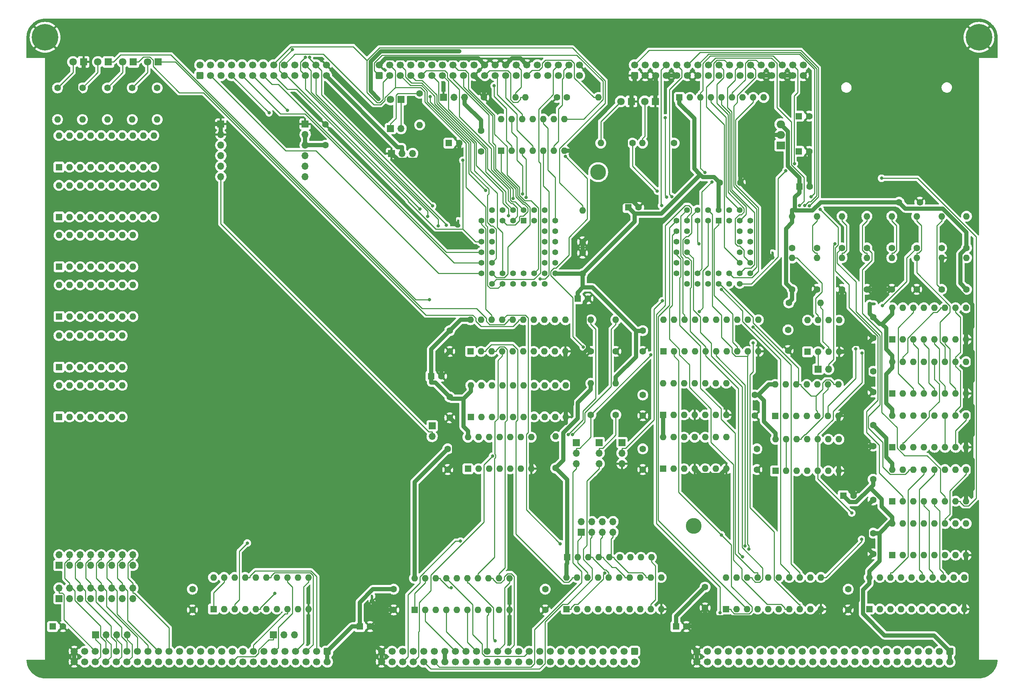
<source format=gbr>
%TF.GenerationSoftware,KiCad,Pcbnew,(6.0.11)*%
%TF.CreationDate,2023-09-05T06:14:31-04:00*%
%TF.ProjectId,input-output.Disk,696e7075-742d-46f7-9574-7075742e4469,rev?*%
%TF.SameCoordinates,Original*%
%TF.FileFunction,Copper,L2,Bot*%
%TF.FilePolarity,Positive*%
%FSLAX46Y46*%
G04 Gerber Fmt 4.6, Leading zero omitted, Abs format (unit mm)*
G04 Created by KiCad (PCBNEW (6.0.11)) date 2023-09-05 06:14:31*
%MOMM*%
%LPD*%
G01*
G04 APERTURE LIST*
G04 Aperture macros list*
%AMRoundRect*
0 Rectangle with rounded corners*
0 $1 Rounding radius*
0 $2 $3 $4 $5 $6 $7 $8 $9 X,Y pos of 4 corners*
0 Add a 4 corners polygon primitive as box body*
4,1,4,$2,$3,$4,$5,$6,$7,$8,$9,$2,$3,0*
0 Add four circle primitives for the rounded corners*
1,1,$1+$1,$2,$3*
1,1,$1+$1,$4,$5*
1,1,$1+$1,$6,$7*
1,1,$1+$1,$8,$9*
0 Add four rect primitives between the rounded corners*
20,1,$1+$1,$2,$3,$4,$5,0*
20,1,$1+$1,$4,$5,$6,$7,0*
20,1,$1+$1,$6,$7,$8,$9,0*
20,1,$1+$1,$8,$9,$2,$3,0*%
G04 Aperture macros list end*
%TA.AperFunction,ComponentPad*%
%ADD10C,6.400000*%
%TD*%
%TA.AperFunction,ComponentPad*%
%ADD11RoundRect,0.250000X-0.600000X0.600000X-0.600000X-0.600000X0.600000X-0.600000X0.600000X0.600000X0*%
%TD*%
%TA.AperFunction,ComponentPad*%
%ADD12C,1.700000*%
%TD*%
%TA.AperFunction,ComponentPad*%
%ADD13C,1.600000*%
%TD*%
%TA.AperFunction,ComponentPad*%
%ADD14C,0.600000*%
%TD*%
%TA.AperFunction,ComponentPad*%
%ADD15R,1.600000X1.600000*%
%TD*%
%TA.AperFunction,ComponentPad*%
%ADD16O,1.600000X1.600000*%
%TD*%
%TA.AperFunction,ComponentPad*%
%ADD17R,1.422400X1.422400*%
%TD*%
%TA.AperFunction,ComponentPad*%
%ADD18C,1.422400*%
%TD*%
%TA.AperFunction,ComponentPad*%
%ADD19R,2.000000X1.905000*%
%TD*%
%TA.AperFunction,ComponentPad*%
%ADD20O,2.000000X1.905000*%
%TD*%
%TA.AperFunction,ComponentPad*%
%ADD21R,1.800000X1.800000*%
%TD*%
%TA.AperFunction,ComponentPad*%
%ADD22C,1.800000*%
%TD*%
%TA.AperFunction,ComponentPad*%
%ADD23R,1.700000X1.700000*%
%TD*%
%TA.AperFunction,ComponentPad*%
%ADD24O,1.700000X1.700000*%
%TD*%
%TA.AperFunction,ComponentPad*%
%ADD25RoundRect,0.250000X0.600000X-0.600000X0.600000X0.600000X-0.600000X0.600000X-0.600000X-0.600000X0*%
%TD*%
%TA.AperFunction,ComponentPad*%
%ADD26C,3.800000*%
%TD*%
%TA.AperFunction,ViaPad*%
%ADD27C,0.800000*%
%TD*%
%TA.AperFunction,Conductor*%
%ADD28C,0.250000*%
%TD*%
%TA.AperFunction,Conductor*%
%ADD29C,1.000000*%
%TD*%
G04 APERTURE END LIST*
%TO.C,NT1*%
G36*
X239850000Y-139550000D02*
G01*
X238650000Y-139550000D01*
X238650000Y-138950000D01*
X239850000Y-138950000D01*
X239850000Y-139550000D01*
G37*
%TO.C,NT3*%
G36*
X139800000Y-120350000D02*
G01*
X139200000Y-120350000D01*
X139200000Y-119150000D01*
X139800000Y-119150000D01*
X139800000Y-120350000D01*
G37*
%TO.C,NT2*%
G36*
X119050000Y-210850000D02*
G01*
X118450000Y-210850000D01*
X118450000Y-209650000D01*
X119050000Y-209650000D01*
X119050000Y-210850000D01*
G37*
%TO.C,NT4*%
G36*
X215550000Y-128100000D02*
G01*
X214950000Y-128100000D01*
X214950000Y-126900000D01*
X215550000Y-126900000D01*
X215550000Y-128100000D01*
G37*
%TD*%
D10*
%TO.P,H2,1,1*%
%TO.N,GND*%
X265000000Y-75000000D03*
%TD*%
%TO.P,H1,1,1*%
%TO.N,GND*%
X40000000Y-75000000D03*
%TD*%
D11*
%TO.P,P2,1,Pin_1*%
%TO.N,VCC*%
X182000000Y-223000000D03*
D12*
%TO.P,P2,2,Pin_2*%
X182000000Y-225540000D03*
%TO.P,P2,3,Pin_3*%
%TO.N,/bus/A15*%
X179460000Y-223000000D03*
%TO.P,P2,4,Pin_4*%
%TO.N,/bus/A31*%
X179460000Y-225540000D03*
%TO.P,P2,5,Pin_5*%
%TO.N,/bus/A14*%
X176920000Y-223000000D03*
%TO.P,P2,6,Pin_6*%
%TO.N,/bus/A30*%
X176920000Y-225540000D03*
%TO.P,P2,7,Pin_7*%
%TO.N,/bus/A13*%
X174380000Y-223000000D03*
%TO.P,P2,8,Pin_8*%
%TO.N,/bus/A29*%
X174380000Y-225540000D03*
%TO.P,P2,9,Pin_9*%
%TO.N,/bus/A12*%
X171840000Y-223000000D03*
%TO.P,P2,10,Pin_10*%
%TO.N,/bus/A28*%
X171840000Y-225540000D03*
%TO.P,P2,11,Pin_11*%
%TO.N,/bus/A11*%
X169300000Y-223000000D03*
%TO.P,P2,12,Pin_12*%
%TO.N,/bus/A27*%
X169300000Y-225540000D03*
%TO.P,P2,13,Pin_13*%
%TO.N,/bus/A10*%
X166760000Y-223000000D03*
%TO.P,P2,14,Pin_14*%
%TO.N,/bus/A26*%
X166760000Y-225540000D03*
%TO.P,P2,15,Pin_15*%
%TO.N,/bus/A9*%
X164220000Y-223000000D03*
%TO.P,P2,16,Pin_16*%
%TO.N,/bus/A25*%
X164220000Y-225540000D03*
%TO.P,P2,17,Pin_17*%
%TO.N,/bus/A8*%
X161680000Y-223000000D03*
%TO.P,P2,18,Pin_18*%
%TO.N,/bus/A24*%
X161680000Y-225540000D03*
%TO.P,P2,19,Pin_19*%
%TO.N,+12V*%
X159140000Y-223000000D03*
%TO.P,P2,20,Pin_20*%
X159140000Y-225540000D03*
%TO.P,P2,21,Pin_21*%
%TO.N,A7*%
X156600000Y-223000000D03*
%TO.P,P2,22,Pin_22*%
%TO.N,/bus/A23*%
X156600000Y-225540000D03*
%TO.P,P2,23,Pin_23*%
%TO.N,A6*%
X154060000Y-223000000D03*
%TO.P,P2,24,Pin_24*%
%TO.N,/bus/A22*%
X154060000Y-225540000D03*
%TO.P,P2,25,Pin_25*%
%TO.N,A5*%
X151520000Y-223000000D03*
%TO.P,P2,26,Pin_26*%
%TO.N,/bus/A21*%
X151520000Y-225540000D03*
%TO.P,P2,27,Pin_27*%
%TO.N,A4*%
X148980000Y-223000000D03*
%TO.P,P2,28,Pin_28*%
%TO.N,/bus/A20*%
X148980000Y-225540000D03*
%TO.P,P2,29,Pin_29*%
%TO.N,A3*%
X146440000Y-223000000D03*
%TO.P,P2,30,Pin_30*%
%TO.N,/bus/A19*%
X146440000Y-225540000D03*
%TO.P,P2,31,Pin_31*%
%TO.N,A2*%
X143900000Y-223000000D03*
%TO.P,P2,32,Pin_32*%
%TO.N,/bus/A18*%
X143900000Y-225540000D03*
%TO.P,P2,33,Pin_33*%
%TO.N,A1*%
X141360000Y-223000000D03*
%TO.P,P2,34,Pin_34*%
%TO.N,/bus/A17*%
X141360000Y-225540000D03*
%TO.P,P2,35,Pin_35*%
%TO.N,A0*%
X138820000Y-223000000D03*
%TO.P,P2,36,Pin_36*%
%TO.N,/bus/A16*%
X138820000Y-225540000D03*
%TO.P,P2,37,Pin_37*%
%TO.N,-12V*%
X136280000Y-223000000D03*
%TO.P,P2,38,Pin_38*%
X136280000Y-225540000D03*
%TO.P,P2,39,Pin_39*%
%TO.N,/bus/IC3*%
X133740000Y-223000000D03*
%TO.P,P2,40,Pin_40*%
%TO.N,~{TEND1}*%
X133740000Y-225540000D03*
%TO.P,P2,41,Pin_41*%
%TO.N,/bus/IC2*%
X131200000Y-223000000D03*
%TO.P,P2,42,Pin_42*%
%TO.N,~{DREQ1}*%
X131200000Y-225540000D03*
%TO.P,P2,43,Pin_43*%
%TO.N,/bus/IC1*%
X128660000Y-223000000D03*
%TO.P,P2,44,Pin_44*%
%TO.N,~{TEND0}*%
X128660000Y-225540000D03*
%TO.P,P2,45,Pin_45*%
%TO.N,/bus/IC0*%
X126120000Y-223000000D03*
%TO.P,P2,46,Pin_46*%
%TO.N,~{DREQ0}*%
X126120000Y-225540000D03*
%TO.P,P2,47,Pin_47*%
%TO.N,/bus/AUXCLK1*%
X123580000Y-223000000D03*
%TO.P,P2,48,Pin_48*%
%TO.N,/bus/AUXCLK0*%
X123580000Y-225540000D03*
%TO.P,P2,49,Pin_49*%
%TO.N,GND*%
X121040000Y-223000000D03*
%TO.P,P2,50,Pin_50*%
X121040000Y-225540000D03*
%TD*%
D11*
%TO.P,P3,1,Pin_1*%
%TO.N,VCC*%
X258000000Y-223000000D03*
D12*
%TO.P,P3,2,Pin_2*%
X258000000Y-225540000D03*
%TO.P,P3,3,Pin_3*%
%TO.N,/bus/D15*%
X255460000Y-223000000D03*
%TO.P,P3,4,Pin_4*%
%TO.N,/bus/D31*%
X255460000Y-225540000D03*
%TO.P,P3,5,Pin_5*%
%TO.N,/bus/D14*%
X252920000Y-223000000D03*
%TO.P,P3,6,Pin_6*%
%TO.N,/bus/D30*%
X252920000Y-225540000D03*
%TO.P,P3,7,Pin_7*%
%TO.N,/bus/D13*%
X250380000Y-223000000D03*
%TO.P,P3,8,Pin_8*%
%TO.N,/bus/D29*%
X250380000Y-225540000D03*
%TO.P,P3,9,Pin_9*%
%TO.N,/bus/D12*%
X247840000Y-223000000D03*
%TO.P,P3,10,Pin_10*%
%TO.N,/bus/D28*%
X247840000Y-225540000D03*
%TO.P,P3,11,Pin_11*%
%TO.N,/bus/D11*%
X245300000Y-223000000D03*
%TO.P,P3,12,Pin_12*%
%TO.N,/bus/D27*%
X245300000Y-225540000D03*
%TO.P,P3,13,Pin_13*%
%TO.N,/bus/D10*%
X242760000Y-223000000D03*
%TO.P,P3,14,Pin_14*%
%TO.N,/bus/D26*%
X242760000Y-225540000D03*
%TO.P,P3,15,Pin_15*%
%TO.N,/bus/D9*%
X240220000Y-223000000D03*
%TO.P,P3,16,Pin_16*%
%TO.N,/bus/D25*%
X240220000Y-225540000D03*
%TO.P,P3,17,Pin_17*%
%TO.N,/bus/D8*%
X237680000Y-223000000D03*
%TO.P,P3,18,Pin_18*%
%TO.N,/bus/D24*%
X237680000Y-225540000D03*
%TO.P,P3,19,Pin_19*%
%TO.N,D7*%
X235140000Y-223000000D03*
%TO.P,P3,20,Pin_20*%
%TO.N,/bus/D23*%
X235140000Y-225540000D03*
%TO.P,P3,21,Pin_21*%
%TO.N,D6*%
X232600000Y-223000000D03*
%TO.P,P3,22,Pin_22*%
%TO.N,/bus/D22*%
X232600000Y-225540000D03*
%TO.P,P3,23,Pin_23*%
%TO.N,D5*%
X230060000Y-223000000D03*
%TO.P,P3,24,Pin_24*%
%TO.N,/bus/D21*%
X230060000Y-225540000D03*
%TO.P,P3,25,Pin_25*%
%TO.N,D4*%
X227520000Y-223000000D03*
%TO.P,P3,26,Pin_26*%
%TO.N,/bus/D20*%
X227520000Y-225540000D03*
%TO.P,P3,27,Pin_27*%
%TO.N,D3*%
X224980000Y-223000000D03*
%TO.P,P3,28,Pin_28*%
%TO.N,/bus/D19*%
X224980000Y-225540000D03*
%TO.P,P3,29,Pin_29*%
%TO.N,D2*%
X222440000Y-223000000D03*
%TO.P,P3,30,Pin_30*%
%TO.N,/bus/D18*%
X222440000Y-225540000D03*
%TO.P,P3,31,Pin_31*%
%TO.N,D1*%
X219900000Y-223000000D03*
%TO.P,P3,32,Pin_32*%
%TO.N,/bus/D17*%
X219900000Y-225540000D03*
%TO.P,P3,33,Pin_33*%
%TO.N,D0*%
X217360000Y-223000000D03*
%TO.P,P3,34,Pin_34*%
%TO.N,/bus/D16*%
X217360000Y-225540000D03*
%TO.P,P3,35,Pin_35*%
%TO.N,/bus/~{BUSERR}*%
X214820000Y-223000000D03*
%TO.P,P3,36,Pin_36*%
%TO.N,/bus/UDS*%
X214820000Y-225540000D03*
%TO.P,P3,37,Pin_37*%
%TO.N,/bus/~{VPA}*%
X212280000Y-223000000D03*
%TO.P,P3,38,Pin_38*%
%TO.N,/bus/LDS*%
X212280000Y-225540000D03*
%TO.P,P3,39,Pin_39*%
%TO.N,/bus/~{VMA}*%
X209740000Y-223000000D03*
%TO.P,P3,40,Pin_40*%
%TO.N,/bus/S2*%
X209740000Y-225540000D03*
%TO.P,P3,41,Pin_41*%
%TO.N,/bus/~{BHE}*%
X207200000Y-223000000D03*
%TO.P,P3,42,Pin_42*%
%TO.N,/bus/S1*%
X207200000Y-225540000D03*
%TO.P,P3,43,Pin_43*%
%TO.N,/bus/IPL2*%
X204660000Y-223000000D03*
%TO.P,P3,44,Pin_44*%
%TO.N,/bus/S0*%
X204660000Y-225540000D03*
%TO.P,P3,45,Pin_45*%
%TO.N,/bus/IPL1*%
X202120000Y-223000000D03*
%TO.P,P3,46,Pin_46*%
%TO.N,/bus/AUXCLK3*%
X202120000Y-225540000D03*
%TO.P,P3,47,Pin_47*%
%TO.N,/bus/IPL0*%
X199580000Y-223000000D03*
%TO.P,P3,48,Pin_48*%
%TO.N,/bus/AUXCLK2*%
X199580000Y-225540000D03*
%TO.P,P3,49,Pin_49*%
%TO.N,GND*%
X197040000Y-223000000D03*
%TO.P,P3,50,Pin_50*%
X197040000Y-225540000D03*
%TD*%
D11*
%TO.P,P1,1,Pin_1*%
%TO.N,VCC*%
X108000000Y-223000000D03*
D12*
%TO.P,P1,2,Pin_2*%
X108000000Y-225540000D03*
%TO.P,P1,3,Pin_3*%
%TO.N,~{RD}*%
X105460000Y-223000000D03*
%TO.P,P1,4,Pin_4*%
%TO.N,/bus/E*%
X105460000Y-225540000D03*
%TO.P,P1,5,Pin_5*%
%TO.N,~{WR}*%
X102920000Y-223000000D03*
%TO.P,P1,6,Pin_6*%
%TO.N,/bus/ST*%
X102920000Y-225540000D03*
%TO.P,P1,7,Pin_7*%
%TO.N,~{IORQ}*%
X100380000Y-223000000D03*
%TO.P,P1,8,Pin_8*%
%TO.N,/bus/PHI*%
X100380000Y-225540000D03*
%TO.P,P1,9,Pin_9*%
%TO.N,/bus/~{MREQ}*%
X97840000Y-223000000D03*
%TO.P,P1,10,Pin_10*%
%TO.N,/bus/~{INT2}*%
X97840000Y-225540000D03*
%TO.P,P1,11,Pin_11*%
%TO.N,~{M1}*%
X95300000Y-223000000D03*
%TO.P,P1,12,Pin_12*%
%TO.N,/bus/~{INT1}*%
X95300000Y-225540000D03*
%TO.P,P1,13,Pin_13*%
%TO.N,/bus/~{BUSACK}*%
X92760000Y-223000000D03*
%TO.P,P1,14,Pin_14*%
%TO.N,/bus/CRUCLK*%
X92760000Y-225540000D03*
%TO.P,P1,15,Pin_15*%
%TO.N,CLK*%
X90220000Y-223000000D03*
%TO.P,P1,16,Pin_16*%
%TO.N,/bus/CRUOUT*%
X90220000Y-225540000D03*
%TO.P,P1,17,Pin_17*%
%TO.N,/bus/~{INT0}*%
X87680000Y-223000000D03*
%TO.P,P1,18,Pin_18*%
%TO.N,/bus/CRUIN*%
X87680000Y-225540000D03*
%TO.P,P1,19,Pin_19*%
%TO.N,/bus/~{NMI}*%
X85140000Y-223000000D03*
%TO.P,P1,20,Pin_20*%
%TO.N,~{RES_IN}*%
X85140000Y-225540000D03*
%TO.P,P1,21,Pin_21*%
%TO.N,~{RES_OUT}*%
X82600000Y-223000000D03*
%TO.P,P1,22,Pin_22*%
%TO.N,/bus/USER8*%
X82600000Y-225540000D03*
%TO.P,P1,23,Pin_23*%
%TO.N,/bus/~{BUSRQ}*%
X80060000Y-223000000D03*
%TO.P,P1,24,Pin_24*%
%TO.N,/bus/USER7*%
X80060000Y-225540000D03*
%TO.P,P1,25,Pin_25*%
%TO.N,/bus/~{WAIT}*%
X77520000Y-223000000D03*
%TO.P,P1,26,Pin_26*%
%TO.N,/bus/USER6*%
X77520000Y-225540000D03*
%TO.P,P1,27,Pin_27*%
%TO.N,/bus/~{HALT}*%
X74980000Y-223000000D03*
%TO.P,P1,28,Pin_28*%
%TO.N,/bus/USER5*%
X74980000Y-225540000D03*
%TO.P,P1,29,Pin_29*%
%TO.N,/bus/~{RFSH}*%
X72440000Y-223000000D03*
%TO.P,P1,30,Pin_30*%
%TO.N,/bus/USER4*%
X72440000Y-225540000D03*
%TO.P,P1,31,Pin_31*%
%TO.N,~{EIRQ7}*%
X69900000Y-223000000D03*
%TO.P,P1,32,Pin_32*%
%TO.N,/bus/USER3*%
X69900000Y-225540000D03*
%TO.P,P1,33,Pin_33*%
%TO.N,~{EIRQ6}*%
X67360000Y-223000000D03*
%TO.P,P1,34,Pin_34*%
%TO.N,/bus/USER2*%
X67360000Y-225540000D03*
%TO.P,P1,35,Pin_35*%
%TO.N,~{EIRQ5}*%
X64820000Y-223000000D03*
%TO.P,P1,36,Pin_36*%
%TO.N,/bus/USER1*%
X64820000Y-225540000D03*
%TO.P,P1,37,Pin_37*%
%TO.N,~{EIRQ4}*%
X62280000Y-223000000D03*
%TO.P,P1,38,Pin_38*%
%TO.N,/bus/USER0*%
X62280000Y-225540000D03*
%TO.P,P1,39,Pin_39*%
%TO.N,~{EIRQ3}*%
X59740000Y-223000000D03*
%TO.P,P1,40,Pin_40*%
%TO.N,~{BAI}*%
X59740000Y-225540000D03*
%TO.P,P1,41,Pin_41*%
%TO.N,~{EIRQ2}*%
X57200000Y-223000000D03*
%TO.P,P1,42,Pin_42*%
%TO.N,~{BAO}*%
X57200000Y-225540000D03*
%TO.P,P1,43,Pin_43*%
%TO.N,~{EIRQ1}*%
X54660000Y-223000000D03*
%TO.P,P1,44,Pin_44*%
%TO.N,~{IEI}*%
X54660000Y-225540000D03*
%TO.P,P1,45,Pin_45*%
%TO.N,~{EIRQ0}*%
X52120000Y-223000000D03*
%TO.P,P1,46,Pin_46*%
%TO.N,~{IEO}*%
X52120000Y-225540000D03*
%TO.P,P1,47,Pin_47*%
%TO.N,/bus/I2C_SCL*%
X49580000Y-223000000D03*
%TO.P,P1,48,Pin_48*%
%TO.N,/bus/I2C_SDA*%
X49580000Y-225540000D03*
%TO.P,P1,49,Pin_49*%
%TO.N,GND*%
X47040000Y-223000000D03*
%TO.P,P1,50,Pin_50*%
X47040000Y-225540000D03*
%TD*%
D13*
%TO.P,C16,1*%
%TO.N,VCC*%
X137500000Y-161690000D03*
%TO.P,C16,2*%
%TO.N,GND*%
X137500000Y-166690000D03*
%TD*%
D14*
%TO.P,NT1,1,1*%
%TO.N,VCC*%
X238650000Y-139250000D03*
%TO.P,NT1,2,2*%
%TO.N,ONE*%
X239850000Y-139250000D03*
%TD*%
D15*
%TO.P,RP1,1,common*%
%TO.N,VCC*%
X192825000Y-89500000D03*
D16*
%TO.P,RP1,2,R1*%
%TO.N,unconnected-(RP1-Pad2)*%
X195365000Y-89500000D03*
%TO.P,RP1,3,R2*%
%TO.N,/FDC/~{RDD}*%
X197905000Y-89500000D03*
%TO.P,RP1,4,R3*%
%TO.N,/FDC/~{DCHG}*%
X200445000Y-89500000D03*
%TO.P,RP1,5,R4*%
%TO.N,/FDC/~{WP}*%
X202985000Y-89500000D03*
%TO.P,RP1,6,R5*%
%TO.N,/FDC/~{TR00}*%
X205525000Y-89500000D03*
%TO.P,RP1,7,R6*%
%TO.N,/FDC/~{IDX}*%
X208065000Y-89500000D03*
%TO.P,RP1,8,R7*%
%TO.N,/FDC/PCVAL*%
X210605000Y-89500000D03*
%TO.P,RP1,9,R8*%
%TO.N,unconnected-(RP1-Pad9)*%
X213145000Y-89500000D03*
%TD*%
D17*
%TO.P,U8,1,/RD*%
%TO.N,~{bRD}*%
X202270000Y-119150000D03*
D18*
%TO.P,U8,2,/WR*%
%TO.N,~{bWR}*%
X199730000Y-116610000D03*
%TO.P,U8,3,/CS*%
%TO.N,~{MSR-DATA}*%
X199730000Y-119150000D03*
%TO.P,U8,4,A0*%
%TO.N,bA0*%
X197190000Y-116610000D03*
%TO.P,U8,5,/DACK*%
%TO.N,~{FDC-DACK}*%
X197190000Y-119150000D03*
%TO.P,U8,6,TC*%
%TO.N,FDC-TC*%
X194650000Y-116610000D03*
%TO.P,U8,7,DB0*%
%TO.N,bD0*%
X192110000Y-119150000D03*
%TO.P,U8,8,DB1*%
%TO.N,bD1*%
X194650000Y-119150000D03*
%TO.P,U8,9,DB2*%
%TO.N,bD2*%
X192110000Y-121690000D03*
%TO.P,U8,10,DB3*%
%TO.N,bD3*%
X194650000Y-121690000D03*
%TO.P,U8,11,DB4*%
%TO.N,bD4*%
X192110000Y-124230000D03*
%TO.P,U8,12,DB5*%
%TO.N,bD5*%
X194650000Y-124230000D03*
%TO.P,U8,13,DB6*%
%TO.N,bD6*%
X192110000Y-126770000D03*
%TO.P,U8,14,DB7*%
%TO.N,bD7*%
X194650000Y-126770000D03*
%TO.P,U8,15,DMA*%
%TO.N,/FDC/FDC_DMA*%
X192110000Y-129310000D03*
%TO.P,U8,16,IRQ*%
%TO.N,INT_FDC*%
X194650000Y-129310000D03*
%TO.P,U8,17,/DCHGEN*%
%TO.N,ZERO*%
X192110000Y-131850000D03*
%TO.P,U8,18,/LDOR*%
%TO.N,~{LDOR}*%
X194650000Y-134390000D03*
%TO.P,U8,19,/LDCR*%
%TO.N,~{LDCR}*%
X194650000Y-131850000D03*
%TO.P,U8,20,RST*%
%TO.N,FDC-RESET*%
X197190000Y-134390000D03*
%TO.P,U8,21,/RDD*%
%TO.N,/FDC/~{RDD}*%
X197190000Y-131850000D03*
%TO.P,U8,22,/XT2*%
%TO.N,unconnected-(U8-Pad22)*%
X199730000Y-134390000D03*
%TO.P,U8,23,XT2*%
%TO.N,Net-(P7-Pad2)*%
X199730000Y-131850000D03*
%TO.P,U8,24,DRV*%
%TO.N,ZERO*%
X202270000Y-134390000D03*
%TO.P,U8,25,/XT1*%
%TO.N,unconnected-(U8-Pad25)*%
X202270000Y-131850000D03*
%TO.P,U8,26,XT1*%
%TO.N,16MHZ-CLK*%
X204810000Y-134390000D03*
%TO.P,U8,27,PCVAL*%
%TO.N,/FDC/PCVAL*%
X204810000Y-131850000D03*
%TO.P,U8,28,/HS*%
%TO.N,/FDC/~{HS}*%
X207350000Y-134390000D03*
%TO.P,U8,29,/WE*%
%TO.N,/FDC/~{WE}*%
X209890000Y-131850000D03*
%TO.P,U8,30,/WD*%
%TO.N,/FDC/~{WD}*%
X207350000Y-131850000D03*
%TO.P,U8,31,/DIRC*%
%TO.N,/FDC/~{DIRC}*%
X209890000Y-129310000D03*
%TO.P,U8,32,/STEP*%
%TO.N,/FDC/~{STEP}*%
X207350000Y-129310000D03*
%TO.P,U8,33,/DS1*%
%TO.N,/FDC/~{DS1}*%
X209890000Y-126770000D03*
%TO.P,U8,34,GND*%
%TO.N,/FDC/GND_PLCC*%
X207350000Y-126770000D03*
%TO.P,U8,35,/DS2*%
%TO.N,/FDC/~{DS2}*%
X209890000Y-124230000D03*
%TO.P,U8,36,/MO1/DS3*%
%TO.N,/FDC/~{MO1}*%
X207350000Y-124230000D03*
%TO.P,U8,37,/MO2/DS4*%
%TO.N,/FDC/~{MO2}*%
X209890000Y-121690000D03*
%TO.P,U8,38,/HDL*%
%TO.N,unconnected-(U8-Pad38)*%
X207350000Y-121690000D03*
%TO.P,U8,39,/RWC/RPM*%
%TO.N,/FDC/~{RWC}*%
X209890000Y-119150000D03*
%TO.P,U8,40,/DCHG*%
%TO.N,/FDC/~{DCHG}*%
X207350000Y-116610000D03*
%TO.P,U8,41,/WP*%
%TO.N,/FDC/~{WP}*%
X207350000Y-119150000D03*
%TO.P,U8,42,/TR00*%
%TO.N,/FDC/~{TR00}*%
X204810000Y-116610000D03*
%TO.P,U8,43,/IDX*%
%TO.N,/FDC/~{IDX}*%
X204810000Y-119150000D03*
%TO.P,U8,44,VCC*%
%TO.N,VCC*%
X202270000Y-116610000D03*
%TD*%
D15*
%TO.P,U25,1,~{MR}*%
%TO.N,/WIZNET/~{CLR}*%
X244125000Y-173800000D03*
D16*
%TO.P,U25,2,CP*%
%TO.N,bCLK*%
X246665000Y-173800000D03*
%TO.P,U25,3,D0*%
%TO.N,/WIZNET/~{TR}*%
X249205000Y-173800000D03*
%TO.P,U25,4,D1*%
X251745000Y-173800000D03*
%TO.P,U25,5,D2*%
%TO.N,/WIZNET/QD*%
X254285000Y-173800000D03*
%TO.P,U25,6,D3*%
X256825000Y-173800000D03*
%TO.P,U25,7,CEP*%
%TO.N,/WIZNET/~{QD}*%
X259365000Y-173800000D03*
%TO.P,U25,8,GND*%
%TO.N,GND*%
X261905000Y-173800000D03*
%TO.P,U25,9,~{PE}*%
%TO.N,/WIZNET/~{QD}*%
X261905000Y-166180000D03*
%TO.P,U25,10,CET*%
%TO.N,ONE*%
X259365000Y-166180000D03*
%TO.P,U25,11,Q3*%
%TO.N,/WIZNET/QD*%
X256825000Y-166180000D03*
%TO.P,U25,12,Q2*%
%TO.N,unconnected-(U25-Pad12)*%
X254285000Y-166180000D03*
%TO.P,U25,13,Q1*%
%TO.N,unconnected-(U25-Pad13)*%
X251745000Y-166180000D03*
%TO.P,U25,14,Q0*%
%TO.N,unconnected-(U25-Pad14)*%
X249205000Y-166180000D03*
%TO.P,U25,15,TC*%
%TO.N,/WIZNET/RCO*%
X246665000Y-166180000D03*
%TO.P,U25,16,VCC*%
%TO.N,VCC*%
X244125000Y-166180000D03*
%TD*%
D13*
%TO.P,R40,1*%
%TO.N,GND*%
X226000000Y-135750000D03*
D16*
%TO.P,R40,2*%
%TO.N,/WIZNET/~{CS0}*%
X226000000Y-128130000D03*
%TD*%
D19*
%TO.P,U20,1,VI*%
%TO.N,VCC*%
X217230000Y-101040000D03*
D20*
%TO.P,U20,2,GND*%
%TO.N,GND*%
X217230000Y-98500000D03*
%TO.P,U20,3,VO*%
%TO.N,VDD*%
X217230000Y-95960000D03*
%TD*%
D15*
%TO.P,J2,1,Pin_1*%
%TO.N,unconnected-(J2-Pad1)*%
X43375000Y-130300000D03*
D16*
%TO.P,J2,2,Pin_2*%
%TO.N,unconnected-(J2-Pad2)*%
X45915000Y-130300000D03*
%TO.P,J2,3,Pin_3*%
%TO.N,unconnected-(J2-Pad3)*%
X48455000Y-130300000D03*
%TO.P,J2,4,Pin_4*%
%TO.N,unconnected-(J2-Pad4)*%
X50995000Y-130300000D03*
%TO.P,J2,5,Pin_5*%
%TO.N,unconnected-(J2-Pad5)*%
X53535000Y-130300000D03*
%TO.P,J2,6,Pin_6*%
%TO.N,unconnected-(J2-Pad6)*%
X56075000Y-130300000D03*
%TO.P,J2,7,Pin_7*%
%TO.N,unconnected-(J2-Pad7)*%
X58615000Y-130300000D03*
%TO.P,J2,8,Pin_8*%
%TO.N,unconnected-(J2-Pad8)*%
X61155000Y-130300000D03*
%TO.P,J2,9,Pin_9*%
%TO.N,unconnected-(J2-Pad9)*%
X61155000Y-122680000D03*
%TO.P,J2,10,Pin_10*%
%TO.N,unconnected-(J2-Pad10)*%
X58615000Y-122680000D03*
%TO.P,J2,11,Pin_11*%
%TO.N,unconnected-(J2-Pad11)*%
X56075000Y-122680000D03*
%TO.P,J2,12,Pin_12*%
%TO.N,unconnected-(J2-Pad12)*%
X53535000Y-122680000D03*
%TO.P,J2,13,Pin_13*%
%TO.N,unconnected-(J2-Pad13)*%
X50995000Y-122680000D03*
%TO.P,J2,14,Pin_14*%
%TO.N,unconnected-(J2-Pad14)*%
X48455000Y-122680000D03*
%TO.P,J2,15,Pin_15*%
%TO.N,unconnected-(J2-Pad15)*%
X45915000Y-122680000D03*
%TO.P,J2,16,Pin_16*%
%TO.N,unconnected-(J2-Pad16)*%
X43375000Y-122680000D03*
%TD*%
D14*
%TO.P,NT3,1,1*%
%TO.N,GND*%
X139500000Y-120350000D03*
%TO.P,NT3,2,2*%
%TO.N,/PPIDE/GND_PLCC*%
X139500000Y-119150000D03*
%TD*%
D13*
%TO.P,R6,1*%
%TO.N,GND*%
X145690000Y-89500000D03*
D16*
%TO.P,R6,2*%
%TO.N,/PPIDE/CSEL*%
X153310000Y-89500000D03*
%TD*%
D15*
%TO.P,C22,1*%
%TO.N,VCC*%
X115794900Y-217000000D03*
D13*
%TO.P,C22,2*%
%TO.N,GND*%
X118294900Y-217000000D03*
%TD*%
%TO.P,C10,1*%
%TO.N,VCC*%
X137500000Y-145690000D03*
%TO.P,C10,2*%
%TO.N,GND*%
X137500000Y-150690000D03*
%TD*%
D21*
%TO.P,D1,1,K*%
%TO.N,GND*%
X49250000Y-80950000D03*
D22*
%TO.P,D1,2,A*%
%TO.N,Net-(D1-Pad2)*%
X46710000Y-80950000D03*
%TD*%
D13*
%TO.P,C14,1*%
%TO.N,VCC*%
X160500000Y-208000000D03*
%TO.P,C14,2*%
%TO.N,GND*%
X160500000Y-213000000D03*
%TD*%
%TO.P,R44,1*%
%TO.N,GND*%
X244000000Y-135750000D03*
D16*
%TO.P,R44,2*%
%TO.N,/WIZNET/MOSI*%
X244000000Y-128130000D03*
%TD*%
D13*
%TO.P,R29,1*%
%TO.N,VDD*%
X220000000Y-135810000D03*
D16*
%TO.P,R29,2*%
%TO.N,Net-(R29-Pad2)*%
X220000000Y-128190000D03*
%TD*%
D21*
%TO.P,D4,1,K*%
%TO.N,/GAL/~{CS_FDC_LED}*%
X55250000Y-80950000D03*
D22*
%TO.P,D4,2,A*%
%TO.N,Net-(D4-Pad2)*%
X52710000Y-80950000D03*
%TD*%
D15*
%TO.P,C20,1*%
%TO.N,VCC*%
X192000000Y-217000000D03*
D13*
%TO.P,C20,2*%
%TO.N,GND*%
X194500000Y-217000000D03*
%TD*%
D23*
%TO.P,U31,J1-1,GND*%
%TO.N,GND*%
X82340000Y-95900000D03*
D24*
%TO.P,U31,J1-2,GND*%
X82340000Y-98440000D03*
%TO.P,U31,J1-3,MOSI*%
%TO.N,/WIZNET/MOSI*%
X82340000Y-100980000D03*
%TO.P,U31,J1-4,SCLK*%
%TO.N,/WIZNET/SCK*%
X82340000Y-103520000D03*
%TO.P,U31,J1-5,~{SCN}*%
%TO.N,/WIZNET/~{CS0}*%
X82340000Y-106060000D03*
%TO.P,U31,J1-6,~{INT}*%
%TO.N,Net-(JP2-Pad2)*%
X82340000Y-108600000D03*
D23*
%TO.P,U31,J2-1,GND*%
%TO.N,GND*%
X102660000Y-95880000D03*
D24*
%TO.P,U31,J2-2,VDD*%
%TO.N,VDD*%
X102660000Y-98420000D03*
%TO.P,U31,J2-3,VDD*%
X102660000Y-100960000D03*
%TO.P,U31,J2-4,NC*%
%TO.N,unconnected-(U31-PadJ2-4)*%
X102660000Y-103500000D03*
%TO.P,U31,J2-5,~{RST}*%
%TO.N,/WIZNET/~{RST}*%
X102660000Y-106040000D03*
%TO.P,U31,J2-6,MISO*%
%TO.N,/WIZNET/MISO*%
X102660000Y-108580000D03*
%TD*%
D13*
%TO.P,C7,1*%
%TO.N,VCC*%
X239500000Y-168500000D03*
%TO.P,C7,2*%
%TO.N,GND*%
X239500000Y-173500000D03*
%TD*%
D15*
%TO.P,C27,1*%
%TO.N,VCC*%
X137294900Y-100500000D03*
D13*
%TO.P,C27,2*%
%TO.N,GND*%
X139794900Y-100500000D03*
%TD*%
D23*
%TO.P,P7,1,Pin_1*%
%TO.N,Net-(P7-Pad1)*%
X179000000Y-172665000D03*
D24*
%TO.P,P7,2,Pin_2*%
%TO.N,Net-(P7-Pad2)*%
X179000000Y-175205000D03*
%TO.P,P7,3,Pin_3*%
%TO.N,GND*%
X179000000Y-177745000D03*
%TD*%
D15*
%TO.P,J5,1,Pin_1*%
%TO.N,unconnected-(J5-Pad1)*%
X43375000Y-142300000D03*
D16*
%TO.P,J5,2,Pin_2*%
%TO.N,unconnected-(J5-Pad2)*%
X45915000Y-142300000D03*
%TO.P,J5,3,Pin_3*%
%TO.N,unconnected-(J5-Pad3)*%
X48455000Y-142300000D03*
%TO.P,J5,4,Pin_4*%
%TO.N,unconnected-(J5-Pad4)*%
X50995000Y-142300000D03*
%TO.P,J5,5,Pin_5*%
%TO.N,unconnected-(J5-Pad5)*%
X53535000Y-142300000D03*
%TO.P,J5,6,Pin_6*%
%TO.N,unconnected-(J5-Pad6)*%
X56075000Y-142300000D03*
%TO.P,J5,7,Pin_7*%
%TO.N,unconnected-(J5-Pad7)*%
X58615000Y-142300000D03*
%TO.P,J5,8,Pin_8*%
%TO.N,unconnected-(J5-Pad8)*%
X61155000Y-142300000D03*
%TO.P,J5,9,Pin_9*%
%TO.N,unconnected-(J5-Pad9)*%
X61155000Y-134680000D03*
%TO.P,J5,10,Pin_10*%
%TO.N,unconnected-(J5-Pad10)*%
X58615000Y-134680000D03*
%TO.P,J5,11,Pin_11*%
%TO.N,unconnected-(J5-Pad11)*%
X56075000Y-134680000D03*
%TO.P,J5,12,Pin_12*%
%TO.N,unconnected-(J5-Pad12)*%
X53535000Y-134680000D03*
%TO.P,J5,13,Pin_13*%
%TO.N,unconnected-(J5-Pad13)*%
X50995000Y-134680000D03*
%TO.P,J5,14,Pin_14*%
%TO.N,unconnected-(J5-Pad14)*%
X48455000Y-134680000D03*
%TO.P,J5,15,Pin_15*%
%TO.N,unconnected-(J5-Pad15)*%
X45915000Y-134680000D03*
%TO.P,J5,16,Pin_16*%
%TO.N,unconnected-(J5-Pad16)*%
X43375000Y-134680000D03*
%TD*%
D21*
%TO.P,D2,1,K*%
%TO.N,/PPIDE/~{ACTIVE}*%
X125750000Y-90000000D03*
D22*
%TO.P,D2,2,A*%
%TO.N,Net-(D2-Pad2)*%
X123210000Y-90000000D03*
%TD*%
D14*
%TO.P,NT2,1,1*%
%TO.N,GND*%
X118750000Y-210850000D03*
%TO.P,NT2,2,2*%
%TO.N,ZERO*%
X118750000Y-209650000D03*
%TD*%
D15*
%TO.P,U16,1,~{Mr}*%
%TO.N,~{bRESET}*%
X204075000Y-212800000D03*
D16*
%TO.P,U16,2,Q0*%
%TO.N,unconnected-(U16-Pad2)*%
X206615000Y-212800000D03*
%TO.P,U16,3,D0*%
%TO.N,bD0*%
X209155000Y-212800000D03*
%TO.P,U16,4,D1*%
%TO.N,bD1*%
X211695000Y-212800000D03*
%TO.P,U16,5,Q1*%
%TO.N,unconnected-(U16-Pad5)*%
X214235000Y-212800000D03*
%TO.P,U16,6,Q2*%
%TO.N,unconnected-(U16-Pad6)*%
X216775000Y-212800000D03*
%TO.P,U16,7,D2*%
%TO.N,bD2*%
X219315000Y-212800000D03*
%TO.P,U16,8,D3*%
%TO.N,bD3*%
X221855000Y-212800000D03*
%TO.P,U16,9,Q3*%
%TO.N,unconnected-(U16-Pad9)*%
X224395000Y-212800000D03*
%TO.P,U16,10,GND*%
%TO.N,GND*%
X226935000Y-212800000D03*
%TO.P,U16,11,Cp*%
%TO.N,/WIZNET/~{LATCH_WR}*%
X226935000Y-205180000D03*
%TO.P,U16,12,Q4*%
%TO.N,unconnected-(U16-Pad12)*%
X224395000Y-205180000D03*
%TO.P,U16,13,D4*%
%TO.N,bD4*%
X221855000Y-205180000D03*
%TO.P,U16,14,D5*%
%TO.N,bD5*%
X219315000Y-205180000D03*
%TO.P,U16,15,Q5*%
%TO.N,unconnected-(U16-Pad15)*%
X216775000Y-205180000D03*
%TO.P,U16,16,Q6*%
%TO.N,unconnected-(U16-Pad16)*%
X214235000Y-205180000D03*
%TO.P,U16,17,D6*%
%TO.N,bD6*%
X211695000Y-205180000D03*
%TO.P,U16,18,D7*%
%TO.N,bD7*%
X209155000Y-205180000D03*
%TO.P,U16,19,Q7*%
%TO.N,unconnected-(U16-Pad19)*%
X206615000Y-205180000D03*
%TO.P,U16,20,VCC*%
%TO.N,VCC*%
X204075000Y-205180000D03*
%TD*%
D15*
%TO.P,U21,1,G*%
%TO.N,~{bIORQ}*%
X165575000Y-212800000D03*
D16*
%TO.P,U21,2,P0*%
%TO.N,~{bM1}*%
X168115000Y-212800000D03*
%TO.P,U21,3,R0*%
%TO.N,Net-(RN1-Pad9)*%
X170655000Y-212800000D03*
%TO.P,U21,4,P1*%
X173195000Y-212800000D03*
%TO.P,U21,5,R1*%
X175735000Y-212800000D03*
%TO.P,U21,6,P2*%
X178275000Y-212800000D03*
%TO.P,U21,7,R2*%
X180815000Y-212800000D03*
%TO.P,U21,8,P3*%
X183355000Y-212800000D03*
%TO.P,U21,9,R3*%
X185895000Y-212800000D03*
%TO.P,U21,10,GND*%
%TO.N,GND*%
X188435000Y-212800000D03*
%TO.P,U21,11,P4*%
%TO.N,bA4*%
X188435000Y-205180000D03*
%TO.P,U21,12,R4*%
%TO.N,Net-(RN1-Pad5)*%
X185895000Y-205180000D03*
%TO.P,U21,13,P5*%
%TO.N,bA5*%
X183355000Y-205180000D03*
%TO.P,U21,14,R5*%
%TO.N,Net-(RN1-Pad4)*%
X180815000Y-205180000D03*
%TO.P,U21,15,P6*%
%TO.N,bA6*%
X178275000Y-205180000D03*
%TO.P,U21,16,R6*%
%TO.N,Net-(RN1-Pad3)*%
X175735000Y-205180000D03*
%TO.P,U21,17,P7*%
%TO.N,bA7*%
X173195000Y-205180000D03*
%TO.P,U21,18,R7*%
%TO.N,Net-(RN1-Pad2)*%
X170655000Y-205180000D03*
%TO.P,U21,19,P=R*%
%TO.N,~{CS_DISK}*%
X168115000Y-205180000D03*
%TO.P,U21,20,VCC*%
%TO.N,VCC*%
X165575000Y-205180000D03*
%TD*%
D13*
%TO.P,R47,1*%
%TO.N,VCC*%
X163000000Y-178810000D03*
D16*
%TO.P,R47,2*%
%TO.N,Net-(R47-Pad2)*%
X163000000Y-171190000D03*
%TD*%
D13*
%TO.P,C18,1*%
%TO.N,VCC*%
X239500000Y-194500000D03*
%TO.P,C18,2*%
%TO.N,GND*%
X239500000Y-199500000D03*
%TD*%
%TO.P,R45,1*%
%TO.N,GND*%
X232000000Y-135750000D03*
D16*
%TO.P,R45,2*%
%TO.N,/WIZNET/~{RST}*%
X232000000Y-128130000D03*
%TD*%
D13*
%TO.P,C9,1*%
%TO.N,VCC*%
X211500000Y-174190000D03*
%TO.P,C9,2*%
%TO.N,GND*%
X211500000Y-179190000D03*
%TD*%
%TO.P,C15,1*%
%TO.N,VCC*%
X145000000Y-97500000D03*
%TO.P,C15,2*%
%TO.N,GND*%
X145000000Y-102500000D03*
%TD*%
D21*
%TO.P,D5,1,K*%
%TO.N,Net-(D5-Pad1)*%
X61250000Y-80950000D03*
D22*
%TO.P,D5,2,A*%
%TO.N,Net-(D5-Pad2)*%
X58710000Y-80950000D03*
%TD*%
D13*
%TO.P,R9,1*%
%TO.N,Net-(JP1-Pad1)*%
X130250000Y-88500000D03*
D16*
%TO.P,R9,2*%
%TO.N,VCC*%
X130250000Y-96120000D03*
%TD*%
D23*
%TO.P,J9,1,Pin_1*%
%TO.N,~{RES_IN}*%
X94975000Y-219000000D03*
D24*
%TO.P,J9,2,Pin_2*%
%TO.N,Net-(J9-Pad2)*%
X97515000Y-219000000D03*
%TO.P,J9,3,Pin_3*%
%TO.N,~{RES_OUT}*%
X100055000Y-219000000D03*
%TD*%
D25*
%TO.P,P6,1,Pin_1*%
%TO.N,/PPIDE/~{PC7}*%
X120500000Y-84197500D03*
D12*
%TO.P,P6,2,Pin_2*%
%TO.N,GND*%
X120500000Y-81657500D03*
%TO.P,P6,3,Pin_3*%
%TO.N,/PPIDE/PA7*%
X123040000Y-84197500D03*
%TO.P,P6,4,Pin_4*%
%TO.N,/PPIDE/PB0*%
X123040000Y-81657500D03*
%TO.P,P6,5,Pin_5*%
%TO.N,/PPIDE/PA6*%
X125580000Y-84197500D03*
%TO.P,P6,6,Pin_6*%
%TO.N,/PPIDE/PB1*%
X125580000Y-81657500D03*
%TO.P,P6,7,Pin_7*%
%TO.N,/PPIDE/PA5*%
X128120000Y-84197500D03*
%TO.P,P6,8,Pin_8*%
%TO.N,/PPIDE/PB2*%
X128120000Y-81657500D03*
%TO.P,P6,9,Pin_9*%
%TO.N,/PPIDE/PA4*%
X130660000Y-84197500D03*
%TO.P,P6,10,Pin_10*%
%TO.N,/PPIDE/PB3*%
X130660000Y-81657500D03*
%TO.P,P6,11,Pin_11*%
%TO.N,/PPIDE/PA3*%
X133200000Y-84197500D03*
%TO.P,P6,12,Pin_12*%
%TO.N,/PPIDE/PB4*%
X133200000Y-81657500D03*
%TO.P,P6,13,Pin_13*%
%TO.N,/PPIDE/PA2*%
X135740000Y-84197500D03*
%TO.P,P6,14,Pin_14*%
%TO.N,/PPIDE/PB5*%
X135740000Y-81657500D03*
%TO.P,P6,15,Pin_15*%
%TO.N,/PPIDE/PA1*%
X138280000Y-84197500D03*
%TO.P,P6,16,Pin_16*%
%TO.N,/PPIDE/PB6*%
X138280000Y-81657500D03*
%TO.P,P6,17,Pin_17*%
%TO.N,/PPIDE/PA0*%
X140820000Y-84197500D03*
%TO.P,P6,18,Pin_18*%
%TO.N,/PPIDE/PB7*%
X140820000Y-81657500D03*
%TO.P,P6,19,Pin_19*%
%TO.N,GND*%
X143360000Y-84197500D03*
%TO.P,P6,20,Pin_20*%
%TO.N,/PPIDE/VCC_IDE*%
X143360000Y-81657500D03*
%TO.P,P6,21,Pin_21*%
%TO.N,/PPIDE/DMARQ*%
X145900000Y-84197500D03*
%TO.P,P6,22,Pin_22*%
%TO.N,GND*%
X145900000Y-81657500D03*
%TO.P,P6,23,Pin_23*%
%TO.N,/PPIDE/~{PC5}*%
X148440000Y-84197500D03*
%TO.P,P6,24,Pin_24*%
%TO.N,GND*%
X148440000Y-81657500D03*
%TO.P,P6,25,Pin_25*%
%TO.N,/PPIDE/~{PC6}*%
X150980000Y-84197500D03*
%TO.P,P6,26,Pin_26*%
%TO.N,GND*%
X150980000Y-81657500D03*
%TO.P,P6,27,Pin_27*%
%TO.N,/PPIDE/IORDY*%
X153520000Y-84197500D03*
%TO.P,P6,28,Pin_28*%
%TO.N,/PPIDE/CSEL*%
X153520000Y-81657500D03*
%TO.P,P6,29,Pin_29*%
%TO.N,/PPIDE/~{DMACK}*%
X156060000Y-84197500D03*
%TO.P,P6,30,Pin_30*%
%TO.N,GND*%
X156060000Y-81657500D03*
%TO.P,P6,31,Pin_31*%
%TO.N,/PPIDE/INTRQ*%
X158600000Y-84197500D03*
%TO.P,P6,32,Pin_32*%
%TO.N,/PPIDE/~{IOCS16}*%
X158600000Y-81657500D03*
%TO.P,P6,33,Pin_33*%
%TO.N,/PPIDE/PC1*%
X161140000Y-84197500D03*
%TO.P,P6,34,Pin_34*%
%TO.N,/PPIDE/~{PDIAG}*%
X161140000Y-81657500D03*
%TO.P,P6,35,Pin_35*%
%TO.N,/PPIDE/PC0*%
X163680000Y-84197500D03*
%TO.P,P6,36,Pin_36*%
%TO.N,/PPIDE/PC2*%
X163680000Y-81657500D03*
%TO.P,P6,37,Pin_37*%
%TO.N,/PPIDE/~{PC3}*%
X166220000Y-84197500D03*
%TO.P,P6,38,Pin_38*%
%TO.N,/PPIDE/~{PC4}*%
X166220000Y-81657500D03*
%TO.P,P6,39,Pin_39*%
%TO.N,/PPIDE/~{ACTIVE}*%
X168760000Y-84197500D03*
%TO.P,P6,40,Pin_40*%
%TO.N,GND*%
X168760000Y-81657500D03*
%TD*%
D13*
%TO.P,R1,1*%
%TO.N,Net-(D1-Pad2)*%
X43000000Y-87190000D03*
D16*
%TO.P,R1,2*%
%TO.N,VCC*%
X43000000Y-94810000D03*
%TD*%
D23*
%TO.P,K2,1,Pin_1*%
%TO.N,GND*%
X135975000Y-89500000D03*
D24*
%TO.P,K2,2,Pin_2*%
%TO.N,/PPIDE/VCC_IDE*%
X138515000Y-89500000D03*
%TO.P,K2,3,Pin_3*%
%TO.N,VCC*%
X141055000Y-89500000D03*
%TD*%
D13*
%TO.P,R11,1*%
%TO.N,/FDC/RDY*%
X177500000Y-165990000D03*
D16*
%TO.P,R11,2*%
%TO.N,VCC*%
X177500000Y-158370000D03*
%TD*%
D13*
%TO.P,R10,1*%
%TO.N,GND*%
X171500000Y-150690000D03*
D16*
%TO.P,R10,2*%
%TO.N,INT_FDC*%
X171500000Y-143070000D03*
%TD*%
D13*
%TO.P,R38,1*%
%TO.N,Net-(R38-Pad1)*%
X226000000Y-125750000D03*
D16*
%TO.P,R38,2*%
%TO.N,/WIZNET/~{CS0}*%
X226000000Y-118130000D03*
%TD*%
D14*
%TO.P,NT4,1,1*%
%TO.N,GND*%
X215250000Y-128100000D03*
%TO.P,NT4,2,2*%
%TO.N,/FDC/GND_PLCC*%
X215250000Y-126900000D03*
%TD*%
D15*
%TO.P,U14,1,A->B*%
%TO.N,~{RD}*%
X238575000Y-212800000D03*
D16*
%TO.P,U14,2,A0*%
%TO.N,D0*%
X241115000Y-212800000D03*
%TO.P,U14,3,A1*%
%TO.N,D1*%
X243655000Y-212800000D03*
%TO.P,U14,4,A2*%
%TO.N,D2*%
X246195000Y-212800000D03*
%TO.P,U14,5,A3*%
%TO.N,D3*%
X248735000Y-212800000D03*
%TO.P,U14,6,A4*%
%TO.N,D4*%
X251275000Y-212800000D03*
%TO.P,U14,7,A5*%
%TO.N,D5*%
X253815000Y-212800000D03*
%TO.P,U14,8,A6*%
%TO.N,D6*%
X256355000Y-212800000D03*
%TO.P,U14,9,A7*%
%TO.N,D7*%
X258895000Y-212800000D03*
%TO.P,U14,10,GND*%
%TO.N,GND*%
X261435000Y-212800000D03*
%TO.P,U14,11,B7*%
%TO.N,bD7*%
X261435000Y-205180000D03*
%TO.P,U14,12,B6*%
%TO.N,bD6*%
X258895000Y-205180000D03*
%TO.P,U14,13,B5*%
%TO.N,bD5*%
X256355000Y-205180000D03*
%TO.P,U14,14,B4*%
%TO.N,bD4*%
X253815000Y-205180000D03*
%TO.P,U14,15,B3*%
%TO.N,bD3*%
X251275000Y-205180000D03*
%TO.P,U14,16,B2*%
%TO.N,bD2*%
X248735000Y-205180000D03*
%TO.P,U14,17,B1*%
%TO.N,bD1*%
X246195000Y-205180000D03*
%TO.P,U14,18,B0*%
%TO.N,bD0*%
X243655000Y-205180000D03*
%TO.P,U14,19,CE*%
%TO.N,~{CS_DISK}*%
X241115000Y-205180000D03*
%TO.P,U14,20,VCC*%
%TO.N,VCC*%
X238575000Y-205180000D03*
%TD*%
D13*
%TO.P,R15,1*%
%TO.N,Net-(D4-Pad2)*%
X49000000Y-87190000D03*
D16*
%TO.P,R15,2*%
%TO.N,VCC*%
X49000000Y-94810000D03*
%TD*%
D23*
%TO.P,J13,1,Pin_1*%
%TO.N,Net-(J13-Pad1)*%
X43350000Y-202275000D03*
D24*
%TO.P,J13,2,Pin_2*%
%TO.N,~{EIRQ0}*%
X43350000Y-199735000D03*
%TO.P,J13,3,Pin_3*%
%TO.N,Net-(J13-Pad1)*%
X45890000Y-202275000D03*
%TO.P,J13,4,Pin_4*%
%TO.N,~{EIRQ1}*%
X45890000Y-199735000D03*
%TO.P,J13,5,Pin_5*%
%TO.N,Net-(J13-Pad1)*%
X48430000Y-202275000D03*
%TO.P,J13,6,Pin_6*%
%TO.N,~{EIRQ2}*%
X48430000Y-199735000D03*
%TO.P,J13,7,Pin_7*%
%TO.N,Net-(J13-Pad1)*%
X50970000Y-202275000D03*
%TO.P,J13,8,Pin_8*%
%TO.N,~{EIRQ3}*%
X50970000Y-199735000D03*
%TO.P,J13,9,Pin_9*%
%TO.N,Net-(J13-Pad1)*%
X53510000Y-202275000D03*
%TO.P,J13,10,Pin_10*%
%TO.N,~{EIRQ4}*%
X53510000Y-199735000D03*
%TO.P,J13,11,Pin_11*%
%TO.N,Net-(J13-Pad1)*%
X56050000Y-202275000D03*
%TO.P,J13,12,Pin_12*%
%TO.N,~{EIRQ5}*%
X56050000Y-199735000D03*
%TO.P,J13,13,Pin_13*%
%TO.N,Net-(J13-Pad1)*%
X58590000Y-202275000D03*
%TO.P,J13,14,Pin_14*%
%TO.N,~{EIRQ6}*%
X58590000Y-199735000D03*
%TO.P,J13,15,Pin_15*%
%TO.N,Net-(J13-Pad1)*%
X61130000Y-202275000D03*
%TO.P,J13,16,Pin_16*%
%TO.N,~{EIRQ7}*%
X61130000Y-199735000D03*
%TD*%
D15*
%TO.P,C23,1*%
%TO.N,VCC*%
X232294900Y-185500000D03*
D13*
%TO.P,C23,2*%
%TO.N,GND*%
X234794900Y-185500000D03*
%TD*%
%TO.P,R36,1*%
%TO.N,GND*%
X250000000Y-135750000D03*
D16*
%TO.P,R36,2*%
%TO.N,/WIZNET/SCK*%
X250000000Y-128130000D03*
%TD*%
D26*
%TO.P,H4,1*%
%TO.N,N/C*%
X196250000Y-192750000D03*
%TD*%
D15*
%TO.P,U5,1*%
%TO.N,/PPIDE/PC3*%
X149875000Y-102300000D03*
D16*
%TO.P,U5,2*%
%TO.N,/PPIDE/~{PC3}*%
X152415000Y-102300000D03*
%TO.P,U5,3*%
%TO.N,/PPIDE/PC5*%
X154955000Y-102300000D03*
%TO.P,U5,4*%
%TO.N,/PPIDE/~{PC5}*%
X157495000Y-102300000D03*
%TO.P,U5,5*%
%TO.N,/PPIDE/PC4*%
X160035000Y-102300000D03*
%TO.P,U5,6*%
%TO.N,/PPIDE/~{PC4}*%
X162575000Y-102300000D03*
%TO.P,U5,7,GND*%
%TO.N,GND*%
X165115000Y-102300000D03*
%TO.P,U5,8*%
%TO.N,/PPIDE/~{PC7}*%
X165115000Y-94680000D03*
%TO.P,U5,9*%
%TO.N,/PPIDE/PC7*%
X162575000Y-94680000D03*
%TO.P,U5,10*%
%TO.N,Net-(U5-Pad10)*%
X160035000Y-94680000D03*
%TO.P,U5,11*%
%TO.N,~{bRESET}*%
X157495000Y-94680000D03*
%TO.P,U5,12*%
%TO.N,/PPIDE/~{PC6}*%
X154955000Y-94680000D03*
%TO.P,U5,13*%
%TO.N,/PPIDE/PC6*%
X152415000Y-94680000D03*
%TO.P,U5,14,VCC*%
%TO.N,VCC*%
X149875000Y-94680000D03*
%TD*%
D15*
%TO.P,C21,1*%
%TO.N,VCC*%
X41794900Y-217000000D03*
D13*
%TO.P,C21,2*%
%TO.N,GND*%
X44294900Y-217000000D03*
%TD*%
%TO.P,C12,1*%
%TO.N,VCC*%
X124000000Y-208000000D03*
%TO.P,C12,2*%
%TO.N,GND*%
X124000000Y-213000000D03*
%TD*%
D15*
%TO.P,U10,1,I1/CLK*%
%TO.N,unconnected-(U10-Pad1)*%
X189000000Y-150690000D03*
D16*
%TO.P,U10,2,I2*%
%TO.N,~{bRESET}*%
X191540000Y-150690000D03*
%TO.P,U10,3,I3*%
%TO.N,~{PULSE}*%
X194080000Y-150690000D03*
%TO.P,U10,4,I4*%
%TO.N,~{CS_FDC}*%
X196620000Y-150690000D03*
%TO.P,U10,5,I5*%
%TO.N,bA0*%
X199160000Y-150690000D03*
%TO.P,U10,6,I6*%
%TO.N,bA1*%
X201700000Y-150690000D03*
%TO.P,U10,7,I7*%
%TO.N,bA2*%
X204240000Y-150690000D03*
%TO.P,U10,8,I8*%
%TO.N,~{bRD}*%
X206780000Y-150690000D03*
%TO.P,U10,9,I9*%
%TO.N,~{bWR}*%
X209320000Y-150690000D03*
%TO.P,U10,10,GND*%
%TO.N,GND*%
X211860000Y-150690000D03*
%TO.P,U10,11,I10/~{OE}*%
%TO.N,unconnected-(U10-Pad11)*%
X211860000Y-143070000D03*
%TO.P,U10,12,IO8*%
%TO.N,/GAL/~{CS_FDC_LED}*%
X209320000Y-143070000D03*
%TO.P,U10,13,IO7*%
%TO.N,~{LDOR}*%
X206780000Y-143070000D03*
%TO.P,U10,14,IO6*%
%TO.N,~{FDC-DACK}*%
X204240000Y-143070000D03*
%TO.P,U10,15,IO5*%
%TO.N,~{LDCR}*%
X201700000Y-143070000D03*
%TO.P,U10,16,IO4*%
%TO.N,unconnected-(U10-Pad16)*%
X199160000Y-143070000D03*
%TO.P,U10,17,I03*%
%TO.N,~{MSR-DATA}*%
X196620000Y-143070000D03*
%TO.P,U10,18,IO2*%
%TO.N,FDC-TC*%
X194080000Y-143070000D03*
%TO.P,U10,19,IO1*%
%TO.N,FDC-RESET*%
X191540000Y-143070000D03*
%TO.P,U10,20,VCC*%
%TO.N,VCC*%
X189000000Y-143070000D03*
%TD*%
D25*
%TO.P,P5,1,Pin_1*%
%TO.N,/PPIDE/PC0*%
X77285000Y-84197500D03*
D12*
%TO.P,P5,2,Pin_2*%
%TO.N,/PPIDE/PA0*%
X77285000Y-81657500D03*
%TO.P,P5,3,Pin_3*%
%TO.N,/PPIDE/PC1*%
X79825000Y-84197500D03*
%TO.P,P5,4,Pin_4*%
%TO.N,/PPIDE/PA1*%
X79825000Y-81657500D03*
%TO.P,P5,5,Pin_5*%
%TO.N,/PPIDE/PC2*%
X82365000Y-84197500D03*
%TO.P,P5,6,Pin_6*%
%TO.N,/PPIDE/PA2*%
X82365000Y-81657500D03*
%TO.P,P5,7,Pin_7*%
%TO.N,/PPIDE/PC3*%
X84905000Y-84197500D03*
%TO.P,P5,8,Pin_8*%
%TO.N,/PPIDE/PA3*%
X84905000Y-81657500D03*
%TO.P,P5,9,Pin_9*%
%TO.N,/PPIDE/PC4*%
X87445000Y-84197500D03*
%TO.P,P5,10,Pin_10*%
%TO.N,/PPIDE/PA4*%
X87445000Y-81657500D03*
%TO.P,P5,11,Pin_11*%
%TO.N,/PPIDE/PC5*%
X89985000Y-84197500D03*
%TO.P,P5,12,Pin_12*%
%TO.N,/PPIDE/PA5*%
X89985000Y-81657500D03*
%TO.P,P5,13,Pin_13*%
%TO.N,/PPIDE/PC6*%
X92525000Y-84197500D03*
%TO.P,P5,14,Pin_14*%
%TO.N,/PPIDE/PA6*%
X92525000Y-81657500D03*
%TO.P,P5,15,Pin_15*%
%TO.N,/PPIDE/PC7*%
X95065000Y-84197500D03*
%TO.P,P5,16,Pin_16*%
%TO.N,/PPIDE/PA7*%
X95065000Y-81657500D03*
%TO.P,P5,17,Pin_17*%
%TO.N,/PPIDE/PB7*%
X97605000Y-84197500D03*
%TO.P,P5,18,Pin_18*%
%TO.N,/PPIDE/PB0*%
X97605000Y-81657500D03*
%TO.P,P5,19,Pin_19*%
%TO.N,/PPIDE/PB6*%
X100145000Y-84197500D03*
%TO.P,P5,20,Pin_20*%
%TO.N,/PPIDE/PB1*%
X100145000Y-81657500D03*
%TO.P,P5,21,Pin_21*%
%TO.N,/PPIDE/PB5*%
X102685000Y-84197500D03*
%TO.P,P5,22,Pin_22*%
%TO.N,/PPIDE/PB2*%
X102685000Y-81657500D03*
%TO.P,P5,23,Pin_23*%
%TO.N,/PPIDE/PB4*%
X105225000Y-84197500D03*
%TO.P,P5,24,Pin_24*%
%TO.N,/PPIDE/PB3*%
X105225000Y-81657500D03*
%TO.P,P5,25,Pin_25*%
%TO.N,/PPIDE/VCC_PP*%
X107765000Y-84197500D03*
%TO.P,P5,26,Pin_26*%
%TO.N,GND*%
X107765000Y-81657500D03*
%TD*%
D13*
%TO.P,R32,1*%
%TO.N,VDD*%
X262000000Y-135750000D03*
D16*
%TO.P,R32,2*%
%TO.N,/WIZNET/MISO*%
X262000000Y-128130000D03*
%TD*%
D13*
%TO.P,R7,1*%
%TO.N,GND*%
X163310000Y-89500000D03*
D16*
%TO.P,R7,2*%
%TO.N,/PPIDE/DMARQ*%
X155690000Y-89500000D03*
%TD*%
D13*
%TO.P,C19,1*%
%TO.N,VCC*%
X169500000Y-132000000D03*
%TO.P,C19,2*%
%TO.N,GND*%
X169500000Y-127000000D03*
%TD*%
D23*
%TO.P,P8,1,Pin_1*%
%TO.N,~{TEND0}*%
X168000000Y-172665000D03*
D24*
%TO.P,P8,2,Pin_2*%
%TO.N,~{PULSE}*%
X168000000Y-175205000D03*
%TO.P,P8,3,Pin_3*%
%TO.N,~{TEND1}*%
X168000000Y-177745000D03*
%TD*%
D13*
%TO.P,R16,1*%
%TO.N,Net-(D5-Pad2)*%
X55000000Y-87190000D03*
D16*
%TO.P,R16,2*%
%TO.N,VCC*%
X55000000Y-94810000D03*
%TD*%
D13*
%TO.P,R34,1*%
%TO.N,/WIZNET/~{CS1}*%
X256000000Y-135750000D03*
D16*
%TO.P,R34,2*%
%TO.N,GND*%
X256000000Y-128130000D03*
%TD*%
D15*
%TO.P,C24,1*%
%TO.N,VCC*%
X133000000Y-156690000D03*
D13*
%TO.P,C24,2*%
%TO.N,GND*%
X135500000Y-156690000D03*
%TD*%
D15*
%TO.P,J3,1,Pin_1*%
%TO.N,unconnected-(J3-Pad1)*%
X43325000Y-118300000D03*
D16*
%TO.P,J3,2,Pin_2*%
%TO.N,unconnected-(J3-Pad2)*%
X45865000Y-118300000D03*
%TO.P,J3,3,Pin_3*%
%TO.N,unconnected-(J3-Pad3)*%
X48405000Y-118300000D03*
%TO.P,J3,4,Pin_4*%
%TO.N,unconnected-(J3-Pad4)*%
X50945000Y-118300000D03*
%TO.P,J3,5,Pin_5*%
%TO.N,unconnected-(J3-Pad5)*%
X53485000Y-118300000D03*
%TO.P,J3,6,Pin_6*%
%TO.N,unconnected-(J3-Pad6)*%
X56025000Y-118300000D03*
%TO.P,J3,7,Pin_7*%
%TO.N,unconnected-(J3-Pad7)*%
X58565000Y-118300000D03*
%TO.P,J3,8,Pin_8*%
%TO.N,unconnected-(J3-Pad8)*%
X61105000Y-118300000D03*
%TO.P,J3,9,Pin_9*%
%TO.N,unconnected-(J3-Pad9)*%
X63645000Y-118300000D03*
%TO.P,J3,10,Pin_10*%
%TO.N,unconnected-(J3-Pad10)*%
X66185000Y-118300000D03*
%TO.P,J3,11,Pin_11*%
%TO.N,unconnected-(J3-Pad11)*%
X66185000Y-110680000D03*
%TO.P,J3,12,Pin_12*%
%TO.N,unconnected-(J3-Pad12)*%
X63645000Y-110680000D03*
%TO.P,J3,13,Pin_13*%
%TO.N,unconnected-(J3-Pad13)*%
X61105000Y-110680000D03*
%TO.P,J3,14,Pin_14*%
%TO.N,unconnected-(J3-Pad14)*%
X58565000Y-110680000D03*
%TO.P,J3,15,Pin_15*%
%TO.N,unconnected-(J3-Pad15)*%
X56025000Y-110680000D03*
%TO.P,J3,16,Pin_16*%
%TO.N,unconnected-(J3-Pad16)*%
X53485000Y-110680000D03*
%TO.P,J3,17,Pin_17*%
%TO.N,unconnected-(J3-Pad17)*%
X50945000Y-110680000D03*
%TO.P,J3,18,Pin_18*%
%TO.N,unconnected-(J3-Pad18)*%
X48405000Y-110680000D03*
%TO.P,J3,19,Pin_19*%
%TO.N,unconnected-(J3-Pad19)*%
X45865000Y-110680000D03*
%TO.P,J3,20,Pin_20*%
%TO.N,unconnected-(J3-Pad20)*%
X43325000Y-110680000D03*
%TD*%
D23*
%TO.P,P4,1,Pin_1*%
%TO.N,~{IEO}*%
X52200000Y-219000000D03*
D24*
%TO.P,P4,2,Pin_2*%
%TO.N,~{IEI}*%
X54740000Y-219000000D03*
%TO.P,P4,3,Pin_3*%
%TO.N,~{BAO}*%
X57280000Y-219000000D03*
%TO.P,P4,4,Pin_4*%
%TO.N,~{BAI}*%
X59820000Y-219000000D03*
%TD*%
D13*
%TO.P,C30,1*%
%TO.N,VCC*%
X239500000Y-142500000D03*
%TO.P,C30,2*%
%TO.N,GND*%
X239500000Y-147500000D03*
%TD*%
D23*
%TO.P,P9,1,Pin_1*%
%TO.N,~{DREQ0}*%
X173500000Y-172665000D03*
D24*
%TO.P,P9,2,Pin_2*%
%TO.N,/FDC/RDY*%
X173500000Y-175205000D03*
%TO.P,P9,3,Pin_3*%
%TO.N,~{DREQ1}*%
X173500000Y-177745000D03*
%TD*%
D13*
%TO.P,R42,1*%
%TO.N,VDD*%
X262000000Y-125750000D03*
D16*
%TO.P,R42,2*%
%TO.N,Net-(J12-Pad8)*%
X262000000Y-118130000D03*
%TD*%
D25*
%TO.P,P10,1,Pin_1*%
%TO.N,GND*%
X182000000Y-84197500D03*
D12*
%TO.P,P10,2,Pin_2*%
%TO.N,/FDC/~{RWC}*%
X182000000Y-81657500D03*
%TO.P,P10,3,Pin_3*%
%TO.N,GND*%
X184540000Y-84197500D03*
%TO.P,P10,4,Pin_4*%
%TO.N,unconnected-(P10-Pad4)*%
X184540000Y-81657500D03*
%TO.P,P10,5,Pin_5*%
%TO.N,GND*%
X187080000Y-84197500D03*
%TO.P,P10,6,Pin_6*%
%TO.N,unconnected-(P10-Pad6)*%
X187080000Y-81657500D03*
%TO.P,P10,7,Pin_7*%
%TO.N,GND*%
X189620000Y-84197500D03*
%TO.P,P10,8,Pin_8*%
%TO.N,/FDC/~{IDX}*%
X189620000Y-81657500D03*
%TO.P,P10,9,Pin_9*%
%TO.N,GND*%
X192160000Y-84197500D03*
%TO.P,P10,10,Pin_10*%
%TO.N,/FDC/~{MO1}*%
X192160000Y-81657500D03*
%TO.P,P10,11,Pin_11*%
%TO.N,GND*%
X194700000Y-84197500D03*
%TO.P,P10,12,Pin_12*%
%TO.N,/FDC/~{DS2}*%
X194700000Y-81657500D03*
%TO.P,P10,13,Pin_13*%
%TO.N,GND*%
X197240000Y-84197500D03*
%TO.P,P10,14,Pin_14*%
%TO.N,/FDC/~{DS1}*%
X197240000Y-81657500D03*
%TO.P,P10,15,Pin_15*%
%TO.N,GND*%
X199780000Y-84197500D03*
%TO.P,P10,16,Pin_16*%
%TO.N,/FDC/~{MO2}*%
X199780000Y-81657500D03*
%TO.P,P10,17,Pin_17*%
%TO.N,GND*%
X202320000Y-84197500D03*
%TO.P,P10,18,Pin_18*%
%TO.N,/FDC/~{DIRC}*%
X202320000Y-81657500D03*
%TO.P,P10,19,Pin_19*%
%TO.N,GND*%
X204860000Y-84197500D03*
%TO.P,P10,20,Pin_20*%
%TO.N,/FDC/~{STEP}*%
X204860000Y-81657500D03*
%TO.P,P10,21,Pin_21*%
%TO.N,GND*%
X207400000Y-84197500D03*
%TO.P,P10,22,Pin_22*%
%TO.N,/FDC/~{WD}*%
X207400000Y-81657500D03*
%TO.P,P10,23,Pin_23*%
%TO.N,GND*%
X209940000Y-84197500D03*
%TO.P,P10,24,Pin_24*%
%TO.N,/FDC/~{WE}*%
X209940000Y-81657500D03*
%TO.P,P10,25,Pin_25*%
%TO.N,GND*%
X212480000Y-84197500D03*
%TO.P,P10,26,Pin_26*%
%TO.N,/FDC/~{TR00}*%
X212480000Y-81657500D03*
%TO.P,P10,27,Pin_27*%
%TO.N,GND*%
X215020000Y-84197500D03*
%TO.P,P10,28,Pin_28*%
%TO.N,/FDC/~{WP}*%
X215020000Y-81657500D03*
%TO.P,P10,29,Pin_29*%
%TO.N,GND*%
X217560000Y-84197500D03*
%TO.P,P10,30,Pin_30*%
%TO.N,/FDC/~{RDD}*%
X217560000Y-81657500D03*
%TO.P,P10,31,Pin_31*%
%TO.N,GND*%
X220100000Y-84197500D03*
%TO.P,P10,32,Pin_32*%
%TO.N,/FDC/~{HS}*%
X220100000Y-81657500D03*
%TO.P,P10,33,Pin_33*%
%TO.N,GND*%
X222640000Y-84197500D03*
%TO.P,P10,34,Pin_34*%
%TO.N,/FDC/~{DCHG}*%
X222640000Y-81657500D03*
%TD*%
D23*
%TO.P,SW1,1,Pin_1*%
%TO.N,Net-(RN1-Pad2)*%
X169200000Y-194275000D03*
D24*
%TO.P,SW1,2,Pin_2*%
%TO.N,ZERO*%
X169200000Y-191735000D03*
%TO.P,SW1,3,Pin_3*%
%TO.N,Net-(RN1-Pad3)*%
X171740000Y-194275000D03*
%TO.P,SW1,4,Pin_4*%
%TO.N,ZERO*%
X171740000Y-191735000D03*
%TO.P,SW1,5,Pin_5*%
%TO.N,Net-(RN1-Pad4)*%
X174280000Y-194275000D03*
%TO.P,SW1,6,Pin_6*%
%TO.N,ZERO*%
X174280000Y-191735000D03*
%TO.P,SW1,7,Pin_7*%
%TO.N,Net-(RN1-Pad5)*%
X176820000Y-194275000D03*
%TO.P,SW1,8,Pin_8*%
%TO.N,ZERO*%
X176820000Y-191735000D03*
%TD*%
D15*
%TO.P,J1,1,Pin_1*%
%TO.N,unconnected-(J1-Pad1)*%
X43340000Y-154500000D03*
D16*
%TO.P,J1,2,Pin_2*%
%TO.N,unconnected-(J1-Pad2)*%
X45880000Y-154500000D03*
%TO.P,J1,3,Pin_3*%
%TO.N,unconnected-(J1-Pad3)*%
X48420000Y-154500000D03*
%TO.P,J1,4,Pin_4*%
%TO.N,unconnected-(J1-Pad4)*%
X50960000Y-154500000D03*
%TO.P,J1,5,Pin_5*%
%TO.N,unconnected-(J1-Pad5)*%
X53500000Y-154500000D03*
%TO.P,J1,6,Pin_6*%
%TO.N,unconnected-(J1-Pad6)*%
X56040000Y-154500000D03*
%TO.P,J1,7,Pin_7*%
%TO.N,unconnected-(J1-Pad7)*%
X58580000Y-154500000D03*
%TO.P,J1,8,Pin_8*%
%TO.N,unconnected-(J1-Pad8)*%
X58580000Y-146880000D03*
%TO.P,J1,9,Pin_9*%
%TO.N,unconnected-(J1-Pad9)*%
X56040000Y-146880000D03*
%TO.P,J1,10,Pin_10*%
%TO.N,unconnected-(J1-Pad10)*%
X53500000Y-146880000D03*
%TO.P,J1,11,Pin_11*%
%TO.N,unconnected-(J1-Pad11)*%
X50960000Y-146880000D03*
%TO.P,J1,12,Pin_12*%
%TO.N,unconnected-(J1-Pad12)*%
X48420000Y-146880000D03*
%TO.P,J1,13,Pin_13*%
%TO.N,unconnected-(J1-Pad13)*%
X45880000Y-146880000D03*
%TO.P,J1,14,Pin_14*%
%TO.N,unconnected-(J1-Pad14)*%
X43340000Y-146880000D03*
%TD*%
D21*
%TO.P,D3,1,K*%
%TO.N,Net-(D3-Pad1)*%
X67250000Y-80950000D03*
D22*
%TO.P,D3,2,A*%
%TO.N,Net-(D3-Pad2)*%
X64710000Y-80950000D03*
%TD*%
D13*
%TO.P,R5,1*%
%TO.N,GND*%
X169500000Y-124310000D03*
D16*
%TO.P,R5,2*%
%TO.N,/PPIDE/PA7*%
X169500000Y-116690000D03*
%TD*%
D13*
%TO.P,R30,1*%
%TO.N,Net-(R30-Pad1)*%
X191560000Y-100500000D03*
D16*
%TO.P,R30,2*%
%TO.N,Net-(D6-Pad2)*%
X183940000Y-100500000D03*
%TD*%
D15*
%TO.P,C25,1*%
%TO.N,VCC*%
X168294900Y-138000000D03*
D13*
%TO.P,C25,2*%
%TO.N,GND*%
X170794900Y-138000000D03*
%TD*%
D15*
%TO.P,U29,1,~{PL}*%
%TO.N,/WIZNET/~{SD_WRTR}*%
X244125000Y-147800000D03*
D16*
%TO.P,U29,2,CP*%
%TO.N,bCLK*%
X246665000Y-147800000D03*
%TO.P,U29,3,D4*%
%TO.N,/WIZNET/D4*%
X249205000Y-147800000D03*
%TO.P,U29,4,D5*%
%TO.N,/WIZNET/D5*%
X251745000Y-147800000D03*
%TO.P,U29,5,D6*%
%TO.N,/WIZNET/D6*%
X254285000Y-147800000D03*
%TO.P,U29,6,D7*%
%TO.N,/WIZNET/D7*%
X256825000Y-147800000D03*
%TO.P,U29,7,~{Q7}*%
%TO.N,/WIZNET/~{MOSI}*%
X259365000Y-147800000D03*
%TO.P,U29,8,GND*%
%TO.N,GND*%
X261905000Y-147800000D03*
%TO.P,U29,9,Q7*%
%TO.N,unconnected-(U29-Pad9)*%
X261905000Y-140180000D03*
%TO.P,U29,10,DS*%
%TO.N,ONE*%
X259365000Y-140180000D03*
%TO.P,U29,11,D0*%
%TO.N,/WIZNET/D0*%
X256825000Y-140180000D03*
%TO.P,U29,12,D1*%
%TO.N,/WIZNET/D1*%
X254285000Y-140180000D03*
%TO.P,U29,13,D2*%
%TO.N,/WIZNET/D2*%
X251745000Y-140180000D03*
%TO.P,U29,14,D3*%
%TO.N,/WIZNET/D3*%
X249205000Y-140180000D03*
%TO.P,U29,15,~{CE}*%
%TO.N,/WIZNET/QD*%
X246665000Y-140180000D03*
%TO.P,U29,16,VCC*%
%TO.N,VCC*%
X244125000Y-140180000D03*
%TD*%
D13*
%TO.P,C13,1*%
%TO.N,VCC*%
X202500000Y-110000000D03*
%TO.P,C13,2*%
%TO.N,GND*%
X207500000Y-110000000D03*
%TD*%
D15*
%TO.P,C29,1*%
%TO.N,VCC*%
X221584700Y-102500000D03*
D13*
%TO.P,C29,2*%
%TO.N,GND*%
X224084700Y-102500000D03*
%TD*%
D15*
%TO.P,J6,1,Pin_1*%
%TO.N,unconnected-(J6-Pad1)*%
X43325000Y-106300000D03*
D16*
%TO.P,J6,2,Pin_2*%
%TO.N,unconnected-(J6-Pad2)*%
X45865000Y-106300000D03*
%TO.P,J6,3,Pin_3*%
%TO.N,unconnected-(J6-Pad3)*%
X48405000Y-106300000D03*
%TO.P,J6,4,Pin_4*%
%TO.N,unconnected-(J6-Pad4)*%
X50945000Y-106300000D03*
%TO.P,J6,5,Pin_5*%
%TO.N,unconnected-(J6-Pad5)*%
X53485000Y-106300000D03*
%TO.P,J6,6,Pin_6*%
%TO.N,unconnected-(J6-Pad6)*%
X56025000Y-106300000D03*
%TO.P,J6,7,Pin_7*%
%TO.N,unconnected-(J6-Pad7)*%
X58565000Y-106300000D03*
%TO.P,J6,8,Pin_8*%
%TO.N,unconnected-(J6-Pad8)*%
X61105000Y-106300000D03*
%TO.P,J6,9,Pin_9*%
%TO.N,unconnected-(J6-Pad9)*%
X63645000Y-106300000D03*
%TO.P,J6,10,Pin_10*%
%TO.N,unconnected-(J6-Pad10)*%
X66185000Y-106300000D03*
%TO.P,J6,11,Pin_11*%
%TO.N,unconnected-(J6-Pad11)*%
X66185000Y-98680000D03*
%TO.P,J6,12,Pin_12*%
%TO.N,unconnected-(J6-Pad12)*%
X63645000Y-98680000D03*
%TO.P,J6,13,Pin_13*%
%TO.N,unconnected-(J6-Pad13)*%
X61105000Y-98680000D03*
%TO.P,J6,14,Pin_14*%
%TO.N,unconnected-(J6-Pad14)*%
X58565000Y-98680000D03*
%TO.P,J6,15,Pin_15*%
%TO.N,unconnected-(J6-Pad15)*%
X56025000Y-98680000D03*
%TO.P,J6,16,Pin_16*%
%TO.N,unconnected-(J6-Pad16)*%
X53485000Y-98680000D03*
%TO.P,J6,17,Pin_17*%
%TO.N,unconnected-(J6-Pad17)*%
X50945000Y-98680000D03*
%TO.P,J6,18,Pin_18*%
%TO.N,unconnected-(J6-Pad18)*%
X48405000Y-98680000D03*
%TO.P,J6,19,Pin_19*%
%TO.N,unconnected-(J6-Pad19)*%
X45865000Y-98680000D03*
%TO.P,J6,20,Pin_20*%
%TO.N,unconnected-(J6-Pad20)*%
X43325000Y-98680000D03*
%TD*%
D15*
%TO.P,U23,1*%
%TO.N,/WIZNET/~{SD_RDNTR}*%
X216000000Y-179500000D03*
D16*
%TO.P,U23,2*%
%TO.N,/WIZNET/~{SD_RDTR}*%
X218540000Y-179500000D03*
%TO.P,U23,3*%
X221080000Y-179500000D03*
%TO.P,U23,4*%
%TO.N,/WIZNET/RCO*%
X223620000Y-179500000D03*
%TO.P,U23,5*%
%TO.N,/WIZNET/~{SD_WRTR}*%
X226160000Y-179500000D03*
%TO.P,U23,6*%
%TO.N,/WIZNET/~{CLR}*%
X228700000Y-179500000D03*
%TO.P,U23,7,GND*%
%TO.N,GND*%
X231240000Y-179500000D03*
%TO.P,U23,8*%
%TO.N,/WIZNET/~{TR}*%
X231240000Y-171880000D03*
%TO.P,U23,9*%
%TO.N,/WIZNET/~{CLR}*%
X228700000Y-171880000D03*
%TO.P,U23,10*%
%TO.N,/WIZNET/~{SD_WRTR}*%
X226160000Y-171880000D03*
%TO.P,U23,11*%
%TO.N,/WIZNET/~{SD_RDTR}*%
X223620000Y-171880000D03*
%TO.P,U23,12*%
%TO.N,Net-(U23-Pad12)*%
X221080000Y-171880000D03*
%TO.P,U23,13*%
%TO.N,/WIZNET/~{SD_RDTR}*%
X218540000Y-171880000D03*
%TO.P,U23,14,VCC*%
%TO.N,VCC*%
X216000000Y-171880000D03*
%TD*%
D13*
%TO.P,R43,1*%
%TO.N,Net-(R43-Pad1)*%
X244000000Y-125750000D03*
D16*
%TO.P,R43,2*%
%TO.N,/WIZNET/MOSI*%
X244000000Y-118130000D03*
%TD*%
D13*
%TO.P,R48,1*%
%TO.N,VDD*%
X219190000Y-139000000D03*
D16*
%TO.P,R48,2*%
%TO.N,Net-(R48-Pad2)*%
X226810000Y-139000000D03*
%TD*%
D13*
%TO.P,C3,1*%
%TO.N,VCC*%
X211000000Y-161190000D03*
%TO.P,C3,2*%
%TO.N,GND*%
X211000000Y-166190000D03*
%TD*%
%TO.P,C35,1*%
%TO.N,VDD*%
X219000000Y-145500000D03*
%TO.P,C35,2*%
%TO.N,GND*%
X219000000Y-150500000D03*
%TD*%
D15*
%TO.P,J4,1,Pin_1*%
%TO.N,unconnected-(J4-Pad1)*%
X43340000Y-166500000D03*
D16*
%TO.P,J4,2,Pin_2*%
%TO.N,unconnected-(J4-Pad2)*%
X45880000Y-166500000D03*
%TO.P,J4,3,Pin_3*%
%TO.N,unconnected-(J4-Pad3)*%
X48420000Y-166500000D03*
%TO.P,J4,4,Pin_4*%
%TO.N,unconnected-(J4-Pad4)*%
X50960000Y-166500000D03*
%TO.P,J4,5,Pin_5*%
%TO.N,unconnected-(J4-Pad5)*%
X53500000Y-166500000D03*
%TO.P,J4,6,Pin_6*%
%TO.N,unconnected-(J4-Pad6)*%
X56040000Y-166500000D03*
%TO.P,J4,7,Pin_7*%
%TO.N,unconnected-(J4-Pad7)*%
X58580000Y-166500000D03*
%TO.P,J4,8,Pin_8*%
%TO.N,unconnected-(J4-Pad8)*%
X58580000Y-158880000D03*
%TO.P,J4,9,Pin_9*%
%TO.N,unconnected-(J4-Pad9)*%
X56040000Y-158880000D03*
%TO.P,J4,10,Pin_10*%
%TO.N,unconnected-(J4-Pad10)*%
X53500000Y-158880000D03*
%TO.P,J4,11,Pin_11*%
%TO.N,unconnected-(J4-Pad11)*%
X50960000Y-158880000D03*
%TO.P,J4,12,Pin_12*%
%TO.N,unconnected-(J4-Pad12)*%
X48420000Y-158880000D03*
%TO.P,J4,13,Pin_13*%
%TO.N,unconnected-(J4-Pad13)*%
X45880000Y-158880000D03*
%TO.P,J4,14,Pin_14*%
%TO.N,unconnected-(J4-Pad14)*%
X43340000Y-158880000D03*
%TD*%
D13*
%TO.P,C17,1*%
%TO.N,VCC*%
X75500000Y-208000000D03*
%TO.P,C17,2*%
%TO.N,GND*%
X75500000Y-213000000D03*
%TD*%
%TO.P,R8,1*%
%TO.N,Net-(D2-Pad2)*%
X67000000Y-87190000D03*
D16*
%TO.P,R8,2*%
%TO.N,VCC*%
X67000000Y-94810000D03*
%TD*%
D13*
%TO.P,C28,1*%
%TO.N,VCC*%
X199000000Y-207500000D03*
%TO.P,C28,2*%
%TO.N,GND*%
X199000000Y-212500000D03*
%TD*%
D15*
%TO.P,C26,1*%
%TO.N,VCC*%
X180500000Y-116000000D03*
D13*
%TO.P,C26,2*%
%TO.N,GND*%
X183000000Y-116000000D03*
%TD*%
D15*
%TO.P,U13,1,OEa*%
%TO.N,ZERO*%
X129000000Y-213000000D03*
D16*
%TO.P,U13,2,I0a*%
%TO.N,A0*%
X131540000Y-213000000D03*
%TO.P,U13,3,O3b*%
%TO.N,bA7*%
X134080000Y-213000000D03*
%TO.P,U13,4,I1a*%
%TO.N,A1*%
X136620000Y-213000000D03*
%TO.P,U13,5,O2b*%
%TO.N,bA6*%
X139160000Y-213000000D03*
%TO.P,U13,6,I2a*%
%TO.N,A2*%
X141700000Y-213000000D03*
%TO.P,U13,7,O1b*%
%TO.N,bA5*%
X144240000Y-213000000D03*
%TO.P,U13,8,I3a*%
%TO.N,A3*%
X146780000Y-213000000D03*
%TO.P,U13,9,O0b*%
%TO.N,bA4*%
X149320000Y-213000000D03*
%TO.P,U13,10,GND*%
%TO.N,GND*%
X151860000Y-213000000D03*
%TO.P,U13,11,I0b*%
%TO.N,A4*%
X151860000Y-205380000D03*
%TO.P,U13,12,O3a*%
%TO.N,bA3*%
X149320000Y-205380000D03*
%TO.P,U13,13,I1b*%
%TO.N,A5*%
X146780000Y-205380000D03*
%TO.P,U13,14,O2a*%
%TO.N,bA2*%
X144240000Y-205380000D03*
%TO.P,U13,15,I2b*%
%TO.N,A6*%
X141700000Y-205380000D03*
%TO.P,U13,16,O1a*%
%TO.N,bA1*%
X139160000Y-205380000D03*
%TO.P,U13,17,I3b*%
%TO.N,A7*%
X136620000Y-205380000D03*
%TO.P,U13,18,O0a*%
%TO.N,bA0*%
X134080000Y-205380000D03*
%TO.P,U13,19,OEb*%
%TO.N,ZERO*%
X131540000Y-205380000D03*
%TO.P,U13,20,VCC*%
%TO.N,VCC*%
X129000000Y-205380000D03*
%TD*%
D15*
%TO.P,U9,1,Pin_1*%
%TO.N,VCC*%
X188875000Y-178990000D03*
D16*
%TO.P,U9,2,Pin_2*%
%TO.N,unconnected-(U9-Pad2)*%
X191415000Y-178990000D03*
%TO.P,U9,3,Pin_3*%
%TO.N,unconnected-(U9-Pad3)*%
X193955000Y-178990000D03*
%TO.P,U9,4,Pin_4*%
%TO.N,GND*%
X196495000Y-178990000D03*
%TO.P,U9,5,Pin_5*%
%TO.N,unconnected-(U9-Pad5)*%
X199035000Y-178990000D03*
%TO.P,U9,6,Pin_6*%
%TO.N,unconnected-(U9-Pad6)*%
X201575000Y-178990000D03*
%TO.P,U9,7,Pin_7*%
%TO.N,GND*%
X204115000Y-178990000D03*
%TO.P,U9,8,Pin_8*%
%TO.N,Net-(P7-Pad1)*%
X204115000Y-171370000D03*
%TO.P,U9,9,Pin_9*%
%TO.N,unconnected-(U9-Pad9)*%
X201575000Y-171370000D03*
%TO.P,U9,10,Pin_10*%
%TO.N,unconnected-(U9-Pad10)*%
X199035000Y-171370000D03*
%TO.P,U9,11,Pin_11*%
%TO.N,Net-(P7-Pad1)*%
X196495000Y-171370000D03*
%TO.P,U9,12,Pin_12*%
%TO.N,unconnected-(U9-Pad12)*%
X193955000Y-171370000D03*
%TO.P,U9,13,Pin_13*%
%TO.N,unconnected-(U9-Pad13)*%
X191415000Y-171370000D03*
%TO.P,U9,14,Pin_14*%
%TO.N,VCC*%
X188875000Y-171370000D03*
%TD*%
D15*
%TO.P,U30,1,~{CS}*%
%TO.N,/WIZNET/~{CS1}*%
X223700000Y-150800000D03*
D16*
%TO.P,U30,2,MISO*%
%TO.N,Net-(JP3-Pad1)*%
X226240000Y-150800000D03*
%TO.P,U30,3,~{WP}*%
%TO.N,Net-(R48-Pad2)*%
X228780000Y-150800000D03*
%TO.P,U30,4,GND*%
%TO.N,GND*%
X231320000Y-150800000D03*
%TO.P,U30,5,MOSI*%
%TO.N,/WIZNET/MOSI*%
X231320000Y-143180000D03*
%TO.P,U30,6,SCK*%
%TO.N,/WIZNET/SCK*%
X228780000Y-143180000D03*
%TO.P,U30,7,~{HOLD}*%
%TO.N,Net-(R29-Pad2)*%
X226240000Y-143180000D03*
%TO.P,U30,8,VCC*%
%TO.N,VDD*%
X223700000Y-143180000D03*
%TD*%
D17*
%TO.P,U6,1,NC*%
%TO.N,unconnected-(U6-Pad1)*%
X155270000Y-119150000D03*
D18*
%TO.P,U6,2,PA3*%
%TO.N,/PPIDE/PA3*%
X152730000Y-116610000D03*
%TO.P,U6,3,PA2*%
%TO.N,/PPIDE/PA2*%
X152730000Y-119150000D03*
%TO.P,U6,4,PA1*%
%TO.N,/PPIDE/PA1*%
X150190000Y-116610000D03*
%TO.P,U6,5,PA0*%
%TO.N,/PPIDE/PA0*%
X150190000Y-119150000D03*
%TO.P,U6,6,~{RD}*%
%TO.N,~{bRD}*%
X147650000Y-116610000D03*
%TO.P,U6,7,~{CS}*%
%TO.N,~{CS_PPIDE}*%
X145110000Y-119150000D03*
%TO.P,U6,8,GND*%
%TO.N,/PPIDE/GND_PLCC*%
X147650000Y-119150000D03*
%TO.P,U6,9,A1*%
%TO.N,bA1*%
X145110000Y-121690000D03*
%TO.P,U6,10,A0*%
%TO.N,bA0*%
X147650000Y-121690000D03*
%TO.P,U6,11,PC7*%
%TO.N,/PPIDE/PC7*%
X145110000Y-124230000D03*
%TO.P,U6,12,NC*%
%TO.N,unconnected-(U6-Pad12)*%
X147650000Y-124230000D03*
%TO.P,U6,13,PC6*%
%TO.N,/PPIDE/PC6*%
X145110000Y-126770000D03*
%TO.P,U6,14,PC5*%
%TO.N,/PPIDE/PC5*%
X147650000Y-126770000D03*
%TO.P,U6,15,PC4*%
%TO.N,/PPIDE/PC4*%
X145110000Y-129310000D03*
%TO.P,U6,16,PC0*%
%TO.N,/PPIDE/PC0*%
X147650000Y-129310000D03*
%TO.P,U6,17,PC1*%
%TO.N,/PPIDE/PC1*%
X145110000Y-131850000D03*
%TO.P,U6,18,PC2*%
%TO.N,/PPIDE/PC2*%
X147650000Y-134390000D03*
%TO.P,U6,19,PC3*%
%TO.N,/PPIDE/PC3*%
X147650000Y-131850000D03*
%TO.P,U6,20,PB0*%
%TO.N,/PPIDE/PB0*%
X150190000Y-134390000D03*
%TO.P,U6,21,PB1*%
%TO.N,/PPIDE/PB1*%
X150190000Y-131850000D03*
%TO.P,U6,22,PB2*%
%TO.N,/PPIDE/PB2*%
X152730000Y-134390000D03*
%TO.P,U6,23,NC*%
%TO.N,unconnected-(U6-Pad23)*%
X152730000Y-131850000D03*
%TO.P,U6,24,PB3*%
%TO.N,/PPIDE/PB3*%
X155270000Y-134390000D03*
%TO.P,U6,25,PB4*%
%TO.N,/PPIDE/PB4*%
X155270000Y-131850000D03*
%TO.P,U6,26,PB5*%
%TO.N,/PPIDE/PB5*%
X157810000Y-134390000D03*
%TO.P,U6,27,PB6*%
%TO.N,/PPIDE/PB6*%
X157810000Y-131850000D03*
%TO.P,U6,28,PB7*%
%TO.N,/PPIDE/PB7*%
X160350000Y-134390000D03*
%TO.P,U6,29,VCC*%
%TO.N,VCC*%
X162890000Y-131850000D03*
%TO.P,U6,30,D7*%
%TO.N,bD7*%
X160350000Y-131850000D03*
%TO.P,U6,31,D6*%
%TO.N,bD6*%
X162890000Y-129310000D03*
%TO.P,U6,32,D5*%
%TO.N,bD5*%
X160350000Y-129310000D03*
%TO.P,U6,33,D4*%
%TO.N,bD4*%
X162890000Y-126770000D03*
%TO.P,U6,34,NC*%
%TO.N,unconnected-(U6-Pad34)*%
X160350000Y-126770000D03*
%TO.P,U6,35,D3*%
%TO.N,bD3*%
X162890000Y-124230000D03*
%TO.P,U6,36,D2*%
%TO.N,bD2*%
X160350000Y-124230000D03*
%TO.P,U6,37,D1*%
%TO.N,bD1*%
X162890000Y-121690000D03*
%TO.P,U6,38,D0*%
%TO.N,bD0*%
X160350000Y-121690000D03*
%TO.P,U6,39,RESET*%
%TO.N,Net-(U5-Pad10)*%
X162890000Y-119150000D03*
%TO.P,U6,40,~{WR}*%
%TO.N,~{bWR}*%
X160350000Y-116610000D03*
%TO.P,U6,41,PA7*%
%TO.N,/PPIDE/PA7*%
X160350000Y-119150000D03*
%TO.P,U6,42,PA6*%
%TO.N,/PPIDE/PA6*%
X157810000Y-116610000D03*
%TO.P,U6,43,PA5*%
%TO.N,/PPIDE/PA5*%
X157810000Y-119150000D03*
%TO.P,U6,44,PA4*%
%TO.N,/PPIDE/PA4*%
X155270000Y-116610000D03*
%TD*%
D15*
%TO.P,U7,1,Pin_1*%
%TO.N,VCC*%
X188875000Y-165990000D03*
D16*
%TO.P,U7,2,Pin_2*%
%TO.N,unconnected-(U7-Pad2)*%
X191415000Y-165990000D03*
%TO.P,U7,3,Pin_3*%
%TO.N,unconnected-(U7-Pad3)*%
X193955000Y-165990000D03*
%TO.P,U7,4,Pin_4*%
%TO.N,GND*%
X196495000Y-165990000D03*
%TO.P,U7,5,Pin_5*%
%TO.N,unconnected-(U7-Pad5)*%
X199035000Y-165990000D03*
%TO.P,U7,6,Pin_6*%
%TO.N,unconnected-(U7-Pad6)*%
X201575000Y-165990000D03*
%TO.P,U7,7,Pin_7*%
%TO.N,GND*%
X204115000Y-165990000D03*
%TO.P,U7,8,Pin_8*%
%TO.N,16MHZ-CLK*%
X204115000Y-158370000D03*
%TO.P,U7,9,Pin_9*%
%TO.N,unconnected-(U7-Pad9)*%
X201575000Y-158370000D03*
%TO.P,U7,10,Pin_10*%
%TO.N,unconnected-(U7-Pad10)*%
X199035000Y-158370000D03*
%TO.P,U7,11,Pin_11*%
%TO.N,16MHZ-CLK*%
X196495000Y-158370000D03*
%TO.P,U7,12,Pin_12*%
%TO.N,unconnected-(U7-Pad12)*%
X193955000Y-158370000D03*
%TO.P,U7,13,Pin_13*%
%TO.N,unconnected-(U7-Pad13)*%
X191415000Y-158370000D03*
%TO.P,U7,14,Pin_14*%
%TO.N,VCC*%
X188875000Y-158370000D03*
%TD*%
D13*
%TO.P,C1,1*%
%TO.N,VCC*%
X239500000Y-181500000D03*
%TO.P,C1,2*%
%TO.N,GND*%
X239500000Y-186500000D03*
%TD*%
D23*
%TO.P,K1,1,Pin_1*%
%TO.N,GND*%
X123475000Y-103000000D03*
D24*
%TO.P,K1,2,Pin_2*%
%TO.N,/PPIDE/VCC_PP*%
X126015000Y-103000000D03*
%TO.P,K1,3,Pin_3*%
%TO.N,VCC*%
X128555000Y-103000000D03*
%TD*%
D13*
%TO.P,R35,1*%
%TO.N,Net-(R35-Pad1)*%
X250000000Y-125750000D03*
D16*
%TO.P,R35,2*%
%TO.N,/WIZNET/SCK*%
X250000000Y-118130000D03*
%TD*%
D13*
%TO.P,R4,1*%
%TO.N,VCC*%
X165690000Y-89500000D03*
D16*
%TO.P,R4,2*%
%TO.N,/PPIDE/~{DMACK}*%
X173310000Y-89500000D03*
%TD*%
D13*
%TO.P,C4,1*%
%TO.N,VCC*%
X239500000Y-155500000D03*
%TO.P,C4,2*%
%TO.N,GND*%
X239500000Y-160500000D03*
%TD*%
%TO.P,R46,1*%
%TO.N,Net-(R46-Pad1)*%
X232000000Y-125750000D03*
D16*
%TO.P,R46,2*%
%TO.N,/WIZNET/~{RST}*%
X232000000Y-118130000D03*
%TD*%
D15*
%TO.P,U28,1,QB*%
%TO.N,/WIZNET/D1*%
X244125000Y-160800000D03*
D16*
%TO.P,U28,2,QC*%
%TO.N,/WIZNET/D2*%
X246665000Y-160800000D03*
%TO.P,U28,3,QD*%
%TO.N,/WIZNET/D3*%
X249205000Y-160800000D03*
%TO.P,U28,4,QE*%
%TO.N,/WIZNET/D4*%
X251745000Y-160800000D03*
%TO.P,U28,5,QF*%
%TO.N,/WIZNET/D5*%
X254285000Y-160800000D03*
%TO.P,U28,6,QG*%
%TO.N,/WIZNET/D6*%
X256825000Y-160800000D03*
%TO.P,U28,7,QH*%
%TO.N,/WIZNET/D7*%
X259365000Y-160800000D03*
%TO.P,U28,8,GND*%
%TO.N,GND*%
X261905000Y-160800000D03*
%TO.P,U28,9,QH'*%
%TO.N,unconnected-(U28-Pad9)*%
X261905000Y-153180000D03*
%TO.P,U28,10,~{SRCLR}*%
%TO.N,ONE*%
X259365000Y-153180000D03*
%TO.P,U28,11,SRCLK*%
%TO.N,/WIZNET/SCK*%
X256825000Y-153180000D03*
%TO.P,U28,12,RCLK*%
%TO.N,bCLK*%
X254285000Y-153180000D03*
%TO.P,U28,13,~{OE}*%
%TO.N,/WIZNET/~{SER_RD}*%
X251745000Y-153180000D03*
%TO.P,U28,14,SER*%
%TO.N,/WIZNET/MISO*%
X249205000Y-153180000D03*
%TO.P,U28,15,QA*%
%TO.N,/WIZNET/D0*%
X246665000Y-153180000D03*
%TO.P,U28,16,VCC*%
%TO.N,VCC*%
X244125000Y-153180000D03*
%TD*%
D13*
%TO.P,C2,1*%
%TO.N,VCC*%
X184000000Y-145690000D03*
%TO.P,C2,2*%
%TO.N,GND*%
X184000000Y-150690000D03*
%TD*%
D15*
%TO.P,U11,1,I1/CLK*%
%TO.N,unconnected-(U11-Pad1)*%
X142500000Y-150690000D03*
D16*
%TO.P,U11,2,I2*%
%TO.N,~{CS_DISK}*%
X145040000Y-150690000D03*
%TO.P,U11,3,I3*%
%TO.N,bA3*%
X147580000Y-150690000D03*
%TO.P,U11,4,I4*%
%TO.N,bA2*%
X150120000Y-150690000D03*
%TO.P,U11,5,I5*%
%TO.N,unconnected-(U11-Pad5)*%
X152660000Y-150690000D03*
%TO.P,U11,6,I6*%
%TO.N,unconnected-(U11-Pad6)*%
X155200000Y-150690000D03*
%TO.P,U11,7,I7*%
%TO.N,unconnected-(U11-Pad7)*%
X157740000Y-150690000D03*
%TO.P,U11,8,I8*%
%TO.N,unconnected-(U11-Pad8)*%
X160280000Y-150690000D03*
%TO.P,U11,9,I9*%
%TO.N,unconnected-(U11-Pad9)*%
X162820000Y-150690000D03*
%TO.P,U11,10,GND*%
%TO.N,GND*%
X165360000Y-150690000D03*
%TO.P,U11,11,I10/~{OE}*%
%TO.N,unconnected-(U11-Pad11)*%
X165360000Y-143070000D03*
%TO.P,U11,12,IO8*%
%TO.N,unconnected-(U11-Pad12)*%
X162820000Y-143070000D03*
%TO.P,U11,13,IO7*%
%TO.N,unconnected-(U11-Pad13)*%
X160280000Y-143070000D03*
%TO.P,U11,14,IO6*%
%TO.N,unconnected-(U11-Pad14)*%
X157740000Y-143070000D03*
%TO.P,U11,15,IO5*%
%TO.N,Net-(D5-Pad1)*%
X155200000Y-143070000D03*
%TO.P,U11,16,IO4*%
%TO.N,Net-(D3-Pad1)*%
X152660000Y-143070000D03*
%TO.P,U11,17,I03*%
%TO.N,~{CS_SPI}*%
X150120000Y-143070000D03*
%TO.P,U11,18,IO2*%
%TO.N,~{CS_PPIDE}*%
X147580000Y-143070000D03*
%TO.P,U11,19,IO1*%
%TO.N,~{CS_FDC}*%
X145040000Y-143070000D03*
%TO.P,U11,20,VCC*%
%TO.N,VCC*%
X142500000Y-143070000D03*
%TD*%
D15*
%TO.P,U15,1,OEa*%
%TO.N,ZERO*%
X80575000Y-212800000D03*
D16*
%TO.P,U15,2,I0a*%
%TO.N,Net-(J9-Pad2)*%
X83115000Y-212800000D03*
%TO.P,U15,3,O3b*%
%TO.N,~{bRD}*%
X85655000Y-212800000D03*
%TO.P,U15,4,I1a*%
%TO.N,unconnected-(U15-Pad4)*%
X88195000Y-212800000D03*
%TO.P,U15,5,O2b*%
%TO.N,~{bWR}*%
X90735000Y-212800000D03*
%TO.P,U15,6,I2a*%
%TO.N,unconnected-(U15-Pad6)*%
X93275000Y-212800000D03*
%TO.P,U15,7,O1b*%
%TO.N,~{bM1}*%
X95815000Y-212800000D03*
%TO.P,U15,8,I3a*%
%TO.N,CLK*%
X98355000Y-212800000D03*
%TO.P,U15,9,O0b*%
%TO.N,~{bIORQ}*%
X100895000Y-212800000D03*
%TO.P,U15,10,GND*%
%TO.N,GND*%
X103435000Y-212800000D03*
%TO.P,U15,11,I0b*%
%TO.N,~{IORQ}*%
X103435000Y-205180000D03*
%TO.P,U15,12,O3a*%
%TO.N,bCLK*%
X100895000Y-205180000D03*
%TO.P,U15,13,I1b*%
%TO.N,~{M1}*%
X98355000Y-205180000D03*
%TO.P,U15,14,O2a*%
%TO.N,unconnected-(U15-Pad14)*%
X95815000Y-205180000D03*
%TO.P,U15,15,I2b*%
%TO.N,~{WR}*%
X93275000Y-205180000D03*
%TO.P,U15,16,O1a*%
%TO.N,unconnected-(U15-Pad16)*%
X90735000Y-205180000D03*
%TO.P,U15,17,I3b*%
%TO.N,~{RD}*%
X88195000Y-205180000D03*
%TO.P,U15,18,O0a*%
%TO.N,~{bRESET}*%
X85655000Y-205180000D03*
%TO.P,U15,19,OEb*%
%TO.N,ZERO*%
X83115000Y-205180000D03*
%TO.P,U15,20,VCC*%
%TO.N,VCC*%
X80575000Y-205180000D03*
%TD*%
D13*
%TO.P,C5,1*%
%TO.N,VCC*%
X233500000Y-208000000D03*
%TO.P,C5,2*%
%TO.N,GND*%
X233500000Y-213000000D03*
%TD*%
D23*
%TO.P,JP1,1,A*%
%TO.N,Net-(JP1-Pad1)*%
X123225000Y-97000000D03*
D24*
%TO.P,JP1,2,B*%
%TO.N,/PPIDE/~{ACTIVE}*%
X125765000Y-97000000D03*
%TD*%
D15*
%TO.P,U26,1*%
%TO.N,Net-(R35-Pad1)*%
X215875000Y-166300000D03*
D16*
%TO.P,U26,2*%
%TO.N,bCLK*%
X218415000Y-166300000D03*
%TO.P,U26,3*%
%TO.N,/WIZNET/QD*%
X220955000Y-166300000D03*
%TO.P,U26,4*%
%TO.N,/WIZNET/~{QD}*%
X223495000Y-166300000D03*
%TO.P,U26,5*%
%TO.N,ZERO*%
X226035000Y-166300000D03*
%TO.P,U26,6*%
%TO.N,/WIZNET/QD*%
X228575000Y-166300000D03*
%TO.P,U26,7,GND*%
%TO.N,GND*%
X231115000Y-166300000D03*
%TO.P,U26,8*%
%TO.N,ZERO*%
X231115000Y-158680000D03*
%TO.P,U26,9*%
%TO.N,Net-(U23-Pad12)*%
X228575000Y-158680000D03*
%TO.P,U26,10*%
%TO.N,/WIZNET/~{SER_RD}*%
X226035000Y-158680000D03*
%TO.P,U26,11*%
%TO.N,/WIZNET/~{MOSI}*%
X223495000Y-158680000D03*
%TO.P,U26,12*%
%TO.N,ZERO*%
X220955000Y-158680000D03*
%TO.P,U26,13*%
%TO.N,Net-(R43-Pad1)*%
X218415000Y-158680000D03*
%TO.P,U26,14,VCC*%
%TO.N,VCC*%
X215875000Y-158680000D03*
%TD*%
D13*
%TO.P,R37,1*%
%TO.N,Net-(R37-Pad1)*%
X238000000Y-125750000D03*
D16*
%TO.P,R37,2*%
%TO.N,/WIZNET/~{CS2}*%
X238000000Y-118130000D03*
%TD*%
D13*
%TO.P,R31,1*%
%TO.N,Net-(R31-Pad1)*%
X181500000Y-100500000D03*
D16*
%TO.P,R31,2*%
%TO.N,Net-(D7-Pad2)*%
X173880000Y-100500000D03*
%TD*%
D13*
%TO.P,R41,1*%
%TO.N,Net-(J12-Pad9)*%
X220000000Y-125750000D03*
D16*
%TO.P,R41,2*%
%TO.N,VDD*%
X220000000Y-118130000D03*
%TD*%
D15*
%TO.P,C33,1*%
%TO.N,VDD*%
X221714400Y-111000000D03*
D13*
%TO.P,C33,2*%
%TO.N,GND*%
X224214400Y-111000000D03*
%TD*%
%TO.P,R14,1*%
%TO.N,Net-(D3-Pad2)*%
X61000000Y-87190000D03*
D16*
%TO.P,R14,2*%
%TO.N,VCC*%
X61000000Y-94810000D03*
%TD*%
D15*
%TO.P,U27,1,~{Mr}*%
%TO.N,~{bRESET}*%
X244125000Y-186800000D03*
D16*
%TO.P,U27,2,Q0*%
%TO.N,Net-(R31-Pad1)*%
X246665000Y-186800000D03*
%TO.P,U27,3,~{Q0}*%
%TO.N,Net-(R33-Pad1)*%
X249205000Y-186800000D03*
%TO.P,U27,4,D0*%
%TO.N,bD4*%
X251745000Y-186800000D03*
%TO.P,U27,5,D1*%
%TO.N,bD5*%
X254285000Y-186800000D03*
%TO.P,U27,6,~{Q1}*%
%TO.N,Net-(R37-Pad1)*%
X256825000Y-186800000D03*
%TO.P,U27,7,Q1*%
%TO.N,Net-(R30-Pad1)*%
X259365000Y-186800000D03*
%TO.P,U27,8,GND*%
%TO.N,GND*%
X261905000Y-186800000D03*
%TO.P,U27,9,Cp*%
%TO.N,/WIZNET/~{CTRL_WR}*%
X261905000Y-179180000D03*
%TO.P,U27,10,Q2*%
%TO.N,unconnected-(U27-Pad10)*%
X259365000Y-179180000D03*
%TO.P,U27,11,~{Q2}*%
%TO.N,Net-(R38-Pad1)*%
X256825000Y-179180000D03*
%TO.P,U27,12,D2*%
%TO.N,bD3*%
X254285000Y-179180000D03*
%TO.P,U27,13,D3*%
%TO.N,bD0*%
X251745000Y-179180000D03*
%TO.P,U27,14,~{Q3}*%
%TO.N,Net-(R46-Pad1)*%
X249205000Y-179180000D03*
%TO.P,U27,15,Q3*%
%TO.N,unconnected-(U27-Pad15)*%
X246665000Y-179180000D03*
%TO.P,U27,16,VCC*%
%TO.N,VCC*%
X244125000Y-179180000D03*
%TD*%
D15*
%TO.P,U24,1,A0*%
%TO.N,bA0*%
X244125000Y-199800000D03*
D16*
%TO.P,U24,2,A1*%
%TO.N,~{bWR}*%
X246665000Y-199800000D03*
%TO.P,U24,3,A2*%
%TO.N,bA1*%
X249205000Y-199800000D03*
%TO.P,U24,4,E1*%
%TO.N,~{bIORQ}*%
X251745000Y-199800000D03*
%TO.P,U24,5,E2*%
%TO.N,~{CS_SPI}*%
X254285000Y-199800000D03*
%TO.P,U24,6,E3*%
%TO.N,~{bM1}*%
X256825000Y-199800000D03*
%TO.P,U24,7,O7*%
%TO.N,unconnected-(U24-Pad7)*%
X259365000Y-199800000D03*
%TO.P,U24,8,GND*%
%TO.N,GND*%
X261905000Y-199800000D03*
%TO.P,U24,9,O6*%
%TO.N,/WIZNET/~{STAT_RD}*%
X261905000Y-192180000D03*
%TO.P,U24,10,O5*%
%TO.N,/WIZNET/~{LATCH_WR}*%
X259365000Y-192180000D03*
%TO.P,U24,11,O4*%
%TO.N,/WIZNET/~{CTRL_WR}*%
X256825000Y-192180000D03*
%TO.P,U24,12,O3*%
%TO.N,/WIZNET/~{SD_RDTR}*%
X254285000Y-192180000D03*
%TO.P,U24,13,O2*%
%TO.N,/WIZNET/~{SD_RDNTR}*%
X251745000Y-192180000D03*
%TO.P,U24,14,O1*%
%TO.N,unconnected-(U24-Pad14)*%
X249205000Y-192180000D03*
%TO.P,U24,15,O0*%
%TO.N,/WIZNET/~{SD_WRTR}*%
X246665000Y-192180000D03*
%TO.P,U24,16,VCC*%
%TO.N,VCC*%
X244125000Y-192180000D03*
%TD*%
D21*
%TO.P,D7,1,K*%
%TO.N,GND*%
X181250000Y-90442400D03*
D22*
%TO.P,D7,2,A*%
%TO.N,Net-(D7-Pad2)*%
X178710000Y-90442400D03*
%TD*%
D13*
%TO.P,R12,1*%
%TO.N,GND*%
X177500000Y-150690000D03*
D16*
%TO.P,R12,2*%
%TO.N,/FDC/FDC_DMA*%
X177500000Y-143070000D03*
%TD*%
D13*
%TO.P,C6,1*%
%TO.N,VCC*%
X137000000Y-174190000D03*
%TO.P,C6,2*%
%TO.N,GND*%
X137000000Y-179190000D03*
%TD*%
D15*
%TO.P,RN1,1,common*%
%TO.N,VCC*%
X165750000Y-200305000D03*
D16*
%TO.P,RN1,2,R1*%
%TO.N,Net-(RN1-Pad2)*%
X168290000Y-200305000D03*
%TO.P,RN1,3,R2*%
%TO.N,Net-(RN1-Pad3)*%
X170830000Y-200305000D03*
%TO.P,RN1,4,R3*%
%TO.N,Net-(RN1-Pad4)*%
X173370000Y-200305000D03*
%TO.P,RN1,5,R4*%
%TO.N,Net-(RN1-Pad5)*%
X175910000Y-200305000D03*
%TO.P,RN1,6,R5*%
%TO.N,unconnected-(RN1-Pad6)*%
X178450000Y-200305000D03*
%TO.P,RN1,7,R6*%
%TO.N,unconnected-(RN1-Pad7)*%
X180990000Y-200305000D03*
%TO.P,RN1,8,R7*%
%TO.N,unconnected-(RN1-Pad8)*%
X183530000Y-200305000D03*
%TO.P,RN1,9,R8*%
%TO.N,Net-(RN1-Pad9)*%
X186070000Y-200305000D03*
%TD*%
D23*
%TO.P,J7,1,Pin_1*%
%TO.N,/FDC/~{INT_FDC}*%
X43350000Y-210275000D03*
D24*
%TO.P,J7,2,Pin_2*%
%TO.N,~{EIRQ0}*%
X43350000Y-207735000D03*
%TO.P,J7,3,Pin_3*%
%TO.N,/FDC/~{INT_FDC}*%
X45890000Y-210275000D03*
%TO.P,J7,4,Pin_4*%
%TO.N,~{EIRQ1}*%
X45890000Y-207735000D03*
%TO.P,J7,5,Pin_5*%
%TO.N,/FDC/~{INT_FDC}*%
X48430000Y-210275000D03*
%TO.P,J7,6,Pin_6*%
%TO.N,~{EIRQ2}*%
X48430000Y-207735000D03*
%TO.P,J7,7,Pin_7*%
%TO.N,/FDC/~{INT_FDC}*%
X50970000Y-210275000D03*
%TO.P,J7,8,Pin_8*%
%TO.N,~{EIRQ3}*%
X50970000Y-207735000D03*
%TO.P,J7,9,Pin_9*%
%TO.N,/FDC/~{INT_FDC}*%
X53510000Y-210275000D03*
%TO.P,J7,10,Pin_10*%
%TO.N,~{EIRQ4}*%
X53510000Y-207735000D03*
%TO.P,J7,11,Pin_11*%
%TO.N,/FDC/~{INT_FDC}*%
X56050000Y-210275000D03*
%TO.P,J7,12,Pin_12*%
%TO.N,~{EIRQ5}*%
X56050000Y-207735000D03*
%TO.P,J7,13,Pin_13*%
%TO.N,/FDC/~{INT_FDC}*%
X58590000Y-210275000D03*
%TO.P,J7,14,Pin_14*%
%TO.N,~{EIRQ6}*%
X58590000Y-207735000D03*
%TO.P,J7,15,Pin_15*%
%TO.N,/FDC/~{INT_FDC}*%
X61130000Y-210275000D03*
%TO.P,J7,16,Pin_16*%
%TO.N,~{EIRQ7}*%
X61130000Y-207735000D03*
%TD*%
D15*
%TO.P,C31,1*%
%TO.N,VDD*%
X221584700Y-94000000D03*
D13*
%TO.P,C31,2*%
%TO.N,GND*%
X224084700Y-94000000D03*
%TD*%
%TO.P,R33,1*%
%TO.N,Net-(R33-Pad1)*%
X256000000Y-125750000D03*
D16*
%TO.P,R33,2*%
%TO.N,/WIZNET/~{CS1}*%
X256000000Y-118130000D03*
%TD*%
D15*
%TO.P,U3,1*%
%TO.N,/FDC/FDC_DMA*%
X141875000Y-178990000D03*
D16*
%TO.P,U3,2*%
%TO.N,/FDC/RDY*%
X144415000Y-178990000D03*
%TO.P,U3,3*%
%TO.N,unconnected-(U3-Pad3)*%
X146955000Y-178990000D03*
%TO.P,U3,4*%
%TO.N,unconnected-(U3-Pad4)*%
X149495000Y-178990000D03*
%TO.P,U3,5*%
%TO.N,unconnected-(U3-Pad5)*%
X152035000Y-178990000D03*
%TO.P,U3,6*%
%TO.N,unconnected-(U3-Pad6)*%
X154575000Y-178990000D03*
%TO.P,U3,7,GND*%
%TO.N,GND*%
X157115000Y-178990000D03*
%TO.P,U3,8*%
%TO.N,Net-(R47-Pad2)*%
X157115000Y-171370000D03*
%TO.P,U3,9*%
%TO.N,/WIZNET/~{ENET_INT}*%
X154575000Y-171370000D03*
%TO.P,U3,10*%
%TO.N,Net-(J13-Pad1)*%
X152035000Y-171370000D03*
%TO.P,U3,11*%
%TO.N,Net-(R47-Pad2)*%
X149495000Y-171370000D03*
%TO.P,U3,12*%
%TO.N,/FDC/~{INT_FDC}*%
X146955000Y-171370000D03*
%TO.P,U3,13*%
%TO.N,INT_FDC*%
X144415000Y-171370000D03*
%TO.P,U3,14,VCC*%
%TO.N,VCC*%
X141875000Y-171370000D03*
%TD*%
D13*
%TO.P,C8,1*%
%TO.N,VCC*%
X184000000Y-161190000D03*
%TO.P,C8,2*%
%TO.N,GND*%
X184000000Y-166190000D03*
%TD*%
D23*
%TO.P,JP3,1,A*%
%TO.N,Net-(JP3-Pad1)*%
X226225000Y-155000000D03*
D24*
%TO.P,JP3,2,B*%
%TO.N,/WIZNET/MISO*%
X228765000Y-155000000D03*
%TD*%
D13*
%TO.P,C32,1*%
%TO.N,VDD*%
X107500000Y-101000000D03*
%TO.P,C32,2*%
%TO.N,GND*%
X107500000Y-96000000D03*
%TD*%
%TO.P,R13,1*%
%TO.N,~{PULSE}*%
X171500000Y-165990000D03*
D16*
%TO.P,R13,2*%
%TO.N,VCC*%
X171500000Y-158370000D03*
%TD*%
D13*
%TO.P,R39,1*%
%TO.N,GND*%
X238000000Y-135750000D03*
D16*
%TO.P,R39,2*%
%TO.N,/WIZNET/~{CS2}*%
X238000000Y-128130000D03*
%TD*%
D26*
%TO.P,H3,1*%
%TO.N,N/C*%
X173250000Y-107500000D03*
%TD*%
D15*
%TO.P,U12,1,I1/CLK*%
%TO.N,unconnected-(U12-Pad1)*%
X142575000Y-166490000D03*
D16*
%TO.P,U12,2,I2*%
%TO.N,unconnected-(U12-Pad2)*%
X145115000Y-166490000D03*
%TO.P,U12,3,I3*%
%TO.N,unconnected-(U12-Pad3)*%
X147655000Y-166490000D03*
%TO.P,U12,4,I4*%
%TO.N,unconnected-(U12-Pad4)*%
X150195000Y-166490000D03*
%TO.P,U12,5,I5*%
%TO.N,unconnected-(U12-Pad5)*%
X152735000Y-166490000D03*
%TO.P,U12,6,I6*%
%TO.N,unconnected-(U12-Pad6)*%
X155275000Y-166490000D03*
%TO.P,U12,7,I7*%
%TO.N,unconnected-(U12-Pad7)*%
X157815000Y-166490000D03*
%TO.P,U12,8,I8*%
%TO.N,unconnected-(U12-Pad8)*%
X160355000Y-166490000D03*
%TO.P,U12,9,I9*%
%TO.N,unconnected-(U12-Pad9)*%
X162895000Y-166490000D03*
%TO.P,U12,10,GND*%
%TO.N,GND*%
X165435000Y-166490000D03*
%TO.P,U12,11,I10/~{OE}*%
%TO.N,unconnected-(U12-Pad11)*%
X165435000Y-158870000D03*
%TO.P,U12,12,IO8*%
%TO.N,unconnected-(U12-Pad12)*%
X162895000Y-158870000D03*
%TO.P,U12,13,IO7*%
%TO.N,unconnected-(U12-Pad13)*%
X160355000Y-158870000D03*
%TO.P,U12,14,IO6*%
%TO.N,unconnected-(U12-Pad14)*%
X157815000Y-158870000D03*
%TO.P,U12,15,IO5*%
%TO.N,unconnected-(U12-Pad15)*%
X155275000Y-158870000D03*
%TO.P,U12,16,IO4*%
%TO.N,unconnected-(U12-Pad16)*%
X152735000Y-158870000D03*
%TO.P,U12,17,I03*%
%TO.N,unconnected-(U12-Pad17)*%
X150195000Y-158870000D03*
%TO.P,U12,18,IO2*%
%TO.N,unconnected-(U12-Pad18)*%
X147655000Y-158870000D03*
%TO.P,U12,19,IO1*%
%TO.N,unconnected-(U12-Pad19)*%
X145115000Y-158870000D03*
%TO.P,U12,20,VCC*%
%TO.N,VCC*%
X142575000Y-158870000D03*
%TD*%
D21*
%TO.P,D6,1,K*%
%TO.N,GND*%
X187000000Y-90442400D03*
D22*
%TO.P,D6,2,A*%
%TO.N,Net-(D6-Pad2)*%
X184460000Y-90442400D03*
%TD*%
D13*
%TO.P,C34,1*%
%TO.N,VDD*%
X245750000Y-114750000D03*
%TO.P,C34,2*%
%TO.N,GND*%
X250750000Y-114750000D03*
%TD*%
D23*
%TO.P,JP2,1,A*%
%TO.N,/WIZNET/~{ENET_INT}*%
X133250000Y-168665000D03*
D24*
%TO.P,JP2,2,B*%
%TO.N,Net-(JP2-Pad2)*%
X133250000Y-171205000D03*
%TD*%
D13*
%TO.P,C11,1*%
%TO.N,VCC*%
X184000000Y-174190000D03*
%TO.P,C11,2*%
%TO.N,GND*%
X184000000Y-179190000D03*
%TD*%
D27*
%TO.N,/WIZNET/QD*%
X235282600Y-150050100D03*
%TO.N,/WIZNET/~{SD_WRTR}*%
X234354300Y-189631400D03*
X236808200Y-151075100D03*
%TO.N,/FDC/~{HS}*%
X220540000Y-105437800D03*
X218478600Y-107134100D03*
%TO.N,/FDC/~{RDD}*%
X198967700Y-107601900D03*
X200674000Y-109830300D03*
%TO.N,/FDC/~{TR00}*%
X189415300Y-94400500D03*
X189734000Y-113487400D03*
%TO.N,/FDC/~{MO2}*%
X221788400Y-115567200D03*
%TO.N,/FDC/~{DS1}*%
X224579900Y-113422300D03*
%TO.N,/FDC/~{DS2}*%
X222983700Y-115562600D03*
%TO.N,/FDC/~{MO1}*%
X191013300Y-113403700D03*
%TO.N,/FDC/~{IDX}*%
X188540800Y-115563700D03*
%TO.N,/FDC/~{RWC}*%
X224113400Y-115659700D03*
%TO.N,/WIZNET/~{LATCH_WR}*%
X236726400Y-195990000D03*
%TO.N,~{FDC-DACK}*%
X197493000Y-124743300D03*
%TO.N,~{MSR-DATA}*%
X197583600Y-141075500D03*
%TO.N,~{CS_SPI}*%
X164131200Y-197049500D03*
%TO.N,Net-(R35-Pad1)*%
X241742100Y-139641700D03*
%TO.N,Net-(R31-Pad1)*%
X226750200Y-116491700D03*
X187491000Y-112052900D03*
%TO.N,Net-(R30-Pad1)*%
X241539100Y-108971600D03*
%TO.N,~{PULSE}*%
X185904100Y-151553600D03*
%TO.N,/GAL/~{CS_FDC_LED}*%
X132602000Y-138241300D03*
%TO.N,/FDC/FDC_DMA*%
X167022700Y-170731600D03*
%TO.N,INT_FDC*%
X166000300Y-170722600D03*
%TO.N,Net-(P7-Pad2)*%
X188713000Y-138507300D03*
%TO.N,/PPIDE/~{PC3}*%
X148196300Y-86664100D03*
%TO.N,/PPIDE/PB3*%
X133343400Y-115658000D03*
X103688700Y-79828200D03*
%TO.N,/PPIDE/PB4*%
X136675600Y-120285500D03*
%TO.N,/PPIDE/PB2*%
X134729800Y-120430900D03*
%TO.N,/PPIDE/PB5*%
X132135400Y-118205800D03*
X102677100Y-79814100D03*
%TO.N,/PPIDE/PB7*%
X99601900Y-77992900D03*
X130320600Y-116355700D03*
%TO.N,/PPIDE/PC7*%
X140654300Y-104646100D03*
%TO.N,/PPIDE/PA6*%
X146144400Y-111899200D03*
%TO.N,/PPIDE/PC6*%
X155034000Y-112779300D03*
%TO.N,/PPIDE/PA5*%
X151652600Y-118032600D03*
%TO.N,/PPIDE/PC5*%
X98401300Y-92613800D03*
X155878100Y-113596900D03*
%TO.N,/PPIDE/PC4*%
X159244300Y-133253200D03*
%TO.N,/PPIDE/PC3*%
X93949200Y-93193000D03*
%TO.N,/PPIDE/PA1*%
X152775000Y-113845800D03*
%TO.N,/PPIDE/PC0*%
X132746700Y-89289700D03*
%TO.N,~{DREQ0}*%
X140078200Y-196423000D03*
%TO.N,~{TEND0}*%
X147816200Y-175920500D03*
%TO.N,/PPIDE/VCC_IDE*%
X120330700Y-89861000D03*
X139834100Y-78380800D03*
%TO.N,/WIZNET/MISO*%
X230340500Y-124742600D03*
%TO.N,bA1*%
X208658500Y-197627000D03*
%TO.N,~{bIORQ}*%
X174815100Y-204091300D03*
%TO.N,~{bRESET}*%
X202929300Y-194919000D03*
X169665300Y-149645900D03*
X165340000Y-103702100D03*
%TO.N,bA0*%
X208008900Y-200190800D03*
X137884400Y-207672100D03*
%TO.N,~{bRD}*%
X88717800Y-196887100D03*
%TO.N,~{bWR}*%
X95365400Y-209013600D03*
X209553800Y-198359300D03*
%TO.N,bD1*%
X202605200Y-213671800D03*
%TO.N,bD3*%
X210589600Y-148652000D03*
%TO.N,bD4*%
X210590000Y-144850300D03*
%TO.N,bD5*%
X202920800Y-135781700D03*
%TO.N,A6*%
X148429800Y-220460700D03*
%TD*%
D28*
%TO.N,/WIZNET/D0*%
X247790300Y-150929400D02*
X246665000Y-152054700D01*
X247790300Y-147559100D02*
X247790300Y-150929400D01*
X254044100Y-141305300D02*
X247790300Y-147559100D01*
X254855800Y-141305300D02*
X254044100Y-141305300D01*
X255699700Y-140461400D02*
X254855800Y-141305300D01*
X255699700Y-140180000D02*
X255699700Y-140461400D01*
X256825000Y-140180000D02*
X255699700Y-140180000D01*
X246665000Y-153180000D02*
X246665000Y-152054700D01*
%TO.N,/WIZNET/D7*%
X257950300Y-150050600D02*
X256825000Y-148925300D01*
X257950300Y-158260000D02*
X257950300Y-150050600D01*
X259365000Y-159674700D02*
X257950300Y-158260000D01*
X259365000Y-160800000D02*
X259365000Y-159674700D01*
X256825000Y-147800000D02*
X256825000Y-148925300D01*
%TO.N,/WIZNET/D6*%
X256825000Y-160800000D02*
X256825000Y-159674700D01*
X254285000Y-147800000D02*
X254285000Y-148925300D01*
X255410300Y-150050600D02*
X254285000Y-148925300D01*
X255410300Y-157623100D02*
X255410300Y-150050600D01*
X256825000Y-159037800D02*
X255410300Y-157623100D01*
X256825000Y-159674700D02*
X256825000Y-159037800D01*
%TO.N,/WIZNET/D5*%
X252870300Y-150050600D02*
X251745000Y-148925300D01*
X252870300Y-158260000D02*
X252870300Y-150050600D01*
X254285000Y-159674700D02*
X252870300Y-158260000D01*
X254285000Y-160800000D02*
X254285000Y-159674700D01*
X251745000Y-147800000D02*
X251745000Y-148925300D01*
%TO.N,/WIZNET/D4*%
X250330300Y-150050600D02*
X249205000Y-148925300D01*
X250330300Y-158260000D02*
X250330300Y-150050600D01*
X251745000Y-159674700D02*
X250330300Y-158260000D01*
X251745000Y-160800000D02*
X251745000Y-159674700D01*
X249205000Y-147800000D02*
X249205000Y-148925300D01*
%TO.N,/WIZNET/D3*%
X245539700Y-144970600D02*
X249205000Y-141305300D01*
X245539700Y-156009400D02*
X245539700Y-144970600D01*
X249205000Y-159674700D02*
X245539700Y-156009400D01*
X249205000Y-160800000D02*
X249205000Y-159674700D01*
X249205000Y-140180000D02*
X249205000Y-141305300D01*
%TO.N,/WIZNET/~{QD}*%
X259365000Y-169845300D02*
X259365000Y-173800000D01*
X261905000Y-167305300D02*
X259365000Y-169845300D01*
X261905000Y-166180000D02*
X261905000Y-167305300D01*
%TO.N,/WIZNET/QD*%
X256825000Y-173800000D02*
X256825000Y-166180000D01*
X235282600Y-157213500D02*
X235282600Y-150050100D01*
X228575000Y-163921100D02*
X235282600Y-157213500D01*
X228575000Y-166300000D02*
X228575000Y-163921100D01*
%TO.N,Net-(JP2-Pad2)*%
X82340000Y-119927700D02*
X82340000Y-108600000D01*
X132442000Y-170029700D02*
X82340000Y-119927700D01*
X133250000Y-170029700D02*
X132442000Y-170029700D01*
X133250000Y-171205000D02*
X133250000Y-170029700D01*
%TO.N,/WIZNET/~{CTRL_WR}*%
X257950300Y-184260000D02*
X261905000Y-180305300D01*
X257950300Y-189929400D02*
X257950300Y-184260000D01*
X256825000Y-191054700D02*
X257950300Y-189929400D01*
X256825000Y-192180000D02*
X256825000Y-191054700D01*
X261905000Y-179180000D02*
X261905000Y-180305300D01*
%TO.N,Net-(U23-Pad12)*%
X222205300Y-171609600D02*
X222205300Y-171880000D01*
X223060200Y-170754700D02*
X222205300Y-171609600D01*
X223182500Y-170754700D02*
X223060200Y-170754700D01*
X227449700Y-166487500D02*
X223182500Y-170754700D01*
X227449700Y-160930600D02*
X227449700Y-166487500D01*
X228575000Y-159805300D02*
X227449700Y-160930600D01*
X228575000Y-158680000D02*
X228575000Y-159805300D01*
X221080000Y-171880000D02*
X222205300Y-171880000D01*
%TO.N,/WIZNET/~{SD_WRTR}*%
X226160000Y-171880000D02*
X226160000Y-170754700D01*
X229845000Y-167069700D02*
X226160000Y-170754700D01*
X229845000Y-165174600D02*
X229845000Y-167069700D01*
X236808200Y-158211400D02*
X229845000Y-165174600D01*
X236808200Y-151075100D02*
X236808200Y-158211400D01*
X226160000Y-181437100D02*
X226160000Y-179500000D01*
X234354300Y-189631400D02*
X226160000Y-181437100D01*
X226160000Y-179500000D02*
X226160000Y-171880000D01*
%TO.N,/WIZNET/~{SD_RDTR}*%
X218540000Y-179500000D02*
X218540000Y-171880000D01*
%TO.N,/FDC/PCVAL*%
X206341800Y-94888500D02*
X210605000Y-90625300D01*
X206341800Y-110514000D02*
X206341800Y-94888500D01*
X211861700Y-116033900D02*
X206341800Y-110514000D01*
X211861700Y-131380400D02*
X211861700Y-116033900D01*
X210335400Y-132906700D02*
X211861700Y-131380400D01*
X205866700Y-132906700D02*
X210335400Y-132906700D01*
X204810000Y-131850000D02*
X205866700Y-132906700D01*
X210605000Y-89500000D02*
X210605000Y-90625300D01*
%TO.N,/FDC/~{DCHG}*%
X200445000Y-89500000D02*
X200445000Y-90625300D01*
X204075800Y-113335800D02*
X207350000Y-116610000D01*
X204075800Y-94256100D02*
X204075800Y-113335800D01*
X200445000Y-90625300D02*
X204075800Y-94256100D01*
%TO.N,/FDC/~{HS}*%
X210152900Y-134390000D02*
X207350000Y-134390000D01*
X216614700Y-127928200D02*
X210152900Y-134390000D01*
X216614700Y-108998000D02*
X216614700Y-127928200D01*
X218478600Y-107134100D02*
X216614700Y-108998000D01*
X220455300Y-105353100D02*
X220540000Y-105437800D01*
X220455300Y-89103800D02*
X220455300Y-105353100D01*
X221304900Y-88254200D02*
X220455300Y-89103800D01*
X221304900Y-82862400D02*
X221304900Y-88254200D01*
X220100000Y-81657500D02*
X221304900Y-82862400D01*
%TO.N,/FDC/~{RDD}*%
X198229100Y-112275200D02*
X200674000Y-109830300D01*
X198229100Y-130810900D02*
X198229100Y-112275200D01*
X197190000Y-131850000D02*
X198229100Y-130810900D01*
X197905000Y-106539200D02*
X198967700Y-107601900D01*
X197905000Y-89500000D02*
X197905000Y-106539200D01*
X197905000Y-89500000D02*
X197905000Y-88374700D01*
X215410500Y-79508000D02*
X217560000Y-81657500D01*
X200246800Y-79508000D02*
X215410500Y-79508000D01*
X198443000Y-81311800D02*
X200246800Y-79508000D01*
X198443000Y-87836700D02*
X198443000Y-81311800D01*
X197905000Y-88374700D02*
X198443000Y-87836700D01*
%TO.N,/FDC/~{WP}*%
X202985000Y-89500000D02*
X202985000Y-90625300D01*
X208857300Y-117642700D02*
X207350000Y-119150000D01*
X208857300Y-115807700D02*
X208857300Y-117642700D01*
X204976500Y-111926900D02*
X208857300Y-115807700D01*
X204976500Y-93253600D02*
X204976500Y-111926900D01*
X202985000Y-91262100D02*
X204976500Y-93253600D01*
X202985000Y-90625300D02*
X202985000Y-91262100D01*
%TO.N,/FDC/~{TR00}*%
X205525000Y-89500000D02*
X205525000Y-88374700D01*
X189415300Y-113168700D02*
X189734000Y-113487400D01*
X189415300Y-94400500D02*
X189415300Y-113168700D01*
X211278000Y-80455500D02*
X212480000Y-81657500D01*
X209479300Y-80455500D02*
X211278000Y-80455500D01*
X208670000Y-81264800D02*
X209479300Y-80455500D01*
X208670000Y-85229700D02*
X208670000Y-81264800D01*
X205525000Y-88374700D02*
X208670000Y-85229700D01*
%TO.N,/FDC/~{WE}*%
X211392000Y-130348000D02*
X209890000Y-131850000D01*
X211392000Y-116406800D02*
X211392000Y-130348000D01*
X205877200Y-110892000D02*
X211392000Y-116406800D01*
X205877200Y-91543200D02*
X205877200Y-110892000D01*
X206795000Y-90625400D02*
X205877200Y-91543200D01*
X206795000Y-89009900D02*
X206795000Y-90625400D01*
X211138300Y-84666600D02*
X206795000Y-89009900D01*
X211138300Y-82855800D02*
X211138300Y-84666600D01*
X209940000Y-81657500D02*
X211138300Y-82855800D01*
%TO.N,/FDC/~{WD}*%
X208620000Y-130580000D02*
X207350000Y-131850000D01*
X210095900Y-130580000D02*
X208620000Y-130580000D01*
X210941600Y-129734300D02*
X210095900Y-130580000D01*
X210941600Y-117230200D02*
X210941600Y-129734300D01*
X205426900Y-111715500D02*
X210941600Y-117230200D01*
X205426900Y-92974200D02*
X205426900Y-111715500D01*
X204398500Y-91945800D02*
X205426900Y-92974200D01*
X204398500Y-87138400D02*
X204398500Y-91945800D01*
X206224600Y-85312300D02*
X204398500Y-87138400D01*
X206224600Y-82832900D02*
X206224600Y-85312300D01*
X207400000Y-81657500D02*
X206224600Y-82832900D01*
%TO.N,/FDC/~{STEP}*%
X203657200Y-80454700D02*
X204860000Y-81657500D01*
X201837000Y-80454700D02*
X203657200Y-80454700D01*
X201050000Y-81241700D02*
X201837000Y-80454700D01*
X201050000Y-85229700D02*
X201050000Y-81241700D01*
X199302100Y-86977600D02*
X201050000Y-85229700D01*
X199302100Y-91727000D02*
X199302100Y-86977600D01*
X203625300Y-96050200D02*
X199302100Y-91727000D01*
X203625300Y-125585300D02*
X203625300Y-96050200D01*
X207350000Y-129310000D02*
X203625300Y-125585300D01*
%TO.N,/FDC/~{DIRC}*%
X203497600Y-82835100D02*
X202320000Y-81657500D01*
X203497600Y-84687300D02*
X203497600Y-82835100D01*
X201854900Y-86330000D02*
X203497600Y-84687300D01*
X201854900Y-90905200D02*
X201854900Y-86330000D01*
X204526100Y-93576400D02*
X201854900Y-90905200D01*
X204526100Y-112319700D02*
X204526100Y-93576400D01*
X208407000Y-116200600D02*
X204526100Y-112319700D01*
X208407000Y-117082600D02*
X208407000Y-116200600D01*
X207768800Y-117720800D02*
X208407000Y-117082600D01*
X207272200Y-117720800D02*
X207768800Y-117720800D01*
X206279900Y-118713100D02*
X207272200Y-117720800D01*
X206279900Y-124662200D02*
X206279900Y-118713100D01*
X206884300Y-125266600D02*
X206279900Y-124662200D01*
X207367100Y-125266600D02*
X206884300Y-125266600D01*
X208386600Y-126286100D02*
X207367100Y-125266600D01*
X208386600Y-127806600D02*
X208386600Y-126286100D01*
X209890000Y-129310000D02*
X208386600Y-127806600D01*
%TO.N,/FDC/~{MO2}*%
X222839800Y-114515800D02*
X221788400Y-115567200D01*
X222839800Y-108772000D02*
X222839800Y-114515800D01*
X219783900Y-105716100D02*
X222839800Y-108772000D01*
X219783900Y-95428700D02*
X219783900Y-105716100D01*
X216293300Y-91938100D02*
X219783900Y-95428700D01*
X216293300Y-81253300D02*
X216293300Y-91938100D01*
X214998300Y-79958300D02*
X216293300Y-81253300D01*
X201479200Y-79958300D02*
X214998300Y-79958300D01*
X199780000Y-81657500D02*
X201479200Y-79958300D01*
%TO.N,/FDC/~{DS1}*%
X225381900Y-112620300D02*
X224579900Y-113422300D01*
X225381900Y-82728900D02*
X225381900Y-112620300D01*
X221710600Y-79057600D02*
X225381900Y-82728900D01*
X199839900Y-79057600D02*
X221710600Y-79057600D01*
X197240000Y-81657500D02*
X199839900Y-79057600D01*
%TO.N,/FDC/~{DS2}*%
X223924600Y-114621700D02*
X222983700Y-115562600D01*
X224443400Y-114621700D02*
X223924600Y-114621700D01*
X225866100Y-113199000D02*
X224443400Y-114621700D01*
X225866100Y-82576200D02*
X225866100Y-113199000D01*
X221897100Y-78607200D02*
X225866100Y-82576200D01*
X197750300Y-78607200D02*
X221897100Y-78607200D01*
X194700000Y-81657500D02*
X197750300Y-78607200D01*
%TO.N,/FDC/~{MO1}*%
X190424000Y-112814400D02*
X191013300Y-113403700D01*
X190424000Y-87595800D02*
X190424000Y-112814400D01*
X193350600Y-84669200D02*
X190424000Y-87595800D01*
X193350600Y-82848100D02*
X193350600Y-84669200D01*
X192160000Y-81657500D02*
X193350600Y-82848100D01*
%TO.N,/FDC/~{IDX}*%
X188404700Y-115427600D02*
X188540800Y-115563700D01*
X188404700Y-82872800D02*
X188404700Y-115427600D01*
X189620000Y-81657500D02*
X188404700Y-82872800D01*
%TO.N,/FDC/~{RWC}*%
X185506000Y-78151500D02*
X182000000Y-81657500D01*
X222078300Y-78151500D02*
X185506000Y-78151500D01*
X226318700Y-82391900D02*
X222078300Y-78151500D01*
X226318700Y-113454400D02*
X226318700Y-82391900D01*
X224113400Y-115659700D02*
X226318700Y-113454400D01*
%TO.N,/WIZNET/~{LATCH_WR}*%
X226935000Y-205180000D02*
X228060300Y-205180000D01*
X236726400Y-196513900D02*
X236726400Y-195990000D01*
X228060300Y-205180000D02*
X236726400Y-196513900D01*
%TO.N,FDC-TC*%
X194080000Y-143070000D02*
X194080000Y-141944700D01*
X193613400Y-141478100D02*
X194080000Y-141944700D01*
X193613400Y-128218400D02*
X193613400Y-141478100D01*
X193163100Y-127768100D02*
X193613400Y-128218400D01*
X193163100Y-118096900D02*
X193163100Y-127768100D01*
X194650000Y-116610000D02*
X193163100Y-118096900D01*
%TO.N,~{FDC-DACK}*%
X197190000Y-124440300D02*
X197493000Y-124743300D01*
X197190000Y-119150000D02*
X197190000Y-124440300D01*
%TO.N,~{MSR-DATA}*%
X199730000Y-129990600D02*
X199730000Y-119150000D01*
X198460000Y-131260600D02*
X199730000Y-129990600D01*
X198460000Y-140199100D02*
X198460000Y-131260600D01*
X197583600Y-141075500D02*
X198460000Y-140199100D01*
%TO.N,bCLK*%
X246665000Y-173800000D02*
X246665000Y-172674700D01*
X254285000Y-157453000D02*
X254285000Y-153180000D01*
X255410300Y-158578300D02*
X254285000Y-157453000D01*
X255410300Y-162792800D02*
X255410300Y-158578300D01*
X253015000Y-165188100D02*
X255410300Y-162792800D01*
X253015000Y-166520900D02*
X253015000Y-165188100D01*
X246861200Y-172674700D02*
X253015000Y-166520900D01*
X246665000Y-172674700D02*
X246861200Y-172674700D01*
%TO.N,~{CS_SPI}*%
X155962900Y-188881200D02*
X164131200Y-197049500D01*
X155962900Y-170682100D02*
X155962900Y-188881200D01*
X156406600Y-170238400D02*
X155962900Y-170682100D01*
X156406600Y-142641800D02*
X156406600Y-170238400D01*
X155682000Y-141917200D02*
X156406600Y-142641800D01*
X151272800Y-141917200D02*
X155682000Y-141917200D01*
X150120000Y-143070000D02*
X151272800Y-141917200D01*
%TO.N,Net-(R48-Pad2)*%
X227374000Y-140689300D02*
X226810000Y-140125300D01*
X227374000Y-148268700D02*
X227374000Y-140689300D01*
X228780000Y-149674700D02*
X227374000Y-148268700D01*
X228780000Y-150800000D02*
X228780000Y-149674700D01*
X226810000Y-139000000D02*
X226810000Y-140125300D01*
%TO.N,Net-(U5-Pad10)*%
X161160300Y-96930600D02*
X160035000Y-95805300D01*
X161160300Y-107031700D02*
X161160300Y-96930600D01*
X162890000Y-108761400D02*
X161160300Y-107031700D01*
X162890000Y-119150000D02*
X162890000Y-108761400D01*
X160035000Y-94680000D02*
X160035000Y-95805300D01*
%TO.N,Net-(R46-Pad1)*%
X249205000Y-179180000D02*
X248079700Y-179180000D01*
X230843500Y-126906500D02*
X232000000Y-125750000D01*
X230843500Y-129406000D02*
X230843500Y-126906500D01*
X235388600Y-133951100D02*
X230843500Y-129406000D01*
X235388600Y-141110900D02*
X235388600Y-133951100D01*
X241149800Y-146872100D02*
X235388600Y-141110900D01*
X241149800Y-163589400D02*
X241149800Y-146872100D01*
X238371600Y-166367600D02*
X241149800Y-163589400D01*
X238371600Y-169171800D02*
X238371600Y-166367600D01*
X241799300Y-172599500D02*
X238371600Y-169171800D01*
X241799300Y-178508000D02*
X241799300Y-172599500D01*
X243609200Y-180317900D02*
X241799300Y-178508000D01*
X247223100Y-180317900D02*
X243609200Y-180317900D01*
X248079700Y-179461300D02*
X247223100Y-180317900D01*
X248079700Y-179180000D02*
X248079700Y-179461300D01*
%TO.N,/WIZNET/~{RST}*%
X232422100Y-127004700D02*
X232000000Y-127004700D01*
X233125300Y-126301500D02*
X232422100Y-127004700D01*
X233125300Y-120380600D02*
X233125300Y-126301500D01*
X232000000Y-119255300D02*
X233125300Y-120380600D01*
X232000000Y-118130000D02*
X232000000Y-119255300D01*
X232000000Y-128130000D02*
X232000000Y-127004700D01*
%TO.N,/WIZNET/~{CS0}*%
X226000000Y-128130000D02*
X226000000Y-127004700D01*
X226000000Y-118130000D02*
X226000000Y-119255300D01*
X224874700Y-120380600D02*
X226000000Y-119255300D01*
X224874700Y-126301400D02*
X224874700Y-120380600D01*
X225578000Y-127004700D02*
X224874700Y-126301400D01*
X226000000Y-127004700D02*
X225578000Y-127004700D01*
%TO.N,Net-(R37-Pad1)*%
X239189900Y-126939900D02*
X238000000Y-125750000D01*
X239189900Y-128740800D02*
X239189900Y-126939900D01*
X236873100Y-131057600D02*
X239189900Y-128740800D01*
X236873100Y-141500400D02*
X236873100Y-131057600D01*
X241600200Y-146227500D02*
X236873100Y-141500400D01*
X241600200Y-165382800D02*
X241600200Y-146227500D01*
X245250400Y-169033000D02*
X241600200Y-165382800D01*
X245250400Y-173999600D02*
X245250400Y-169033000D01*
X247043500Y-175792700D02*
X245250400Y-173999600D01*
X252514700Y-175792700D02*
X247043500Y-175792700D01*
X255699700Y-178977700D02*
X252514700Y-175792700D01*
X255699700Y-184549400D02*
X255699700Y-178977700D01*
X256825000Y-185674700D02*
X255699700Y-184549400D01*
X256825000Y-186800000D02*
X256825000Y-185674700D01*
%TO.N,Net-(R35-Pad1)*%
X247580400Y-128169600D02*
X250000000Y-125750000D01*
X247580400Y-133803400D02*
X247580400Y-128169600D01*
X241742100Y-139641700D02*
X247580400Y-133803400D01*
%TO.N,/WIZNET/~{CS1}*%
X254874100Y-134624100D02*
X256000000Y-135750000D01*
X254874100Y-120381200D02*
X254874100Y-134624100D01*
X256000000Y-119255300D02*
X254874100Y-120381200D01*
X256000000Y-118130000D02*
X256000000Y-119255300D01*
%TO.N,Net-(R31-Pad1)*%
X246665000Y-186800000D02*
X246665000Y-185674700D01*
X181500000Y-106061900D02*
X187491000Y-112052900D01*
X181500000Y-100500000D02*
X181500000Y-106061900D01*
X231090400Y-120831900D02*
X226750200Y-116491700D01*
X231090400Y-125018500D02*
X231090400Y-120831900D01*
X230390700Y-125718200D02*
X231090400Y-125018500D01*
X230390700Y-131292800D02*
X230390700Y-125718200D01*
X233722500Y-134624600D02*
X230390700Y-131292800D01*
X233722500Y-140081800D02*
X233722500Y-134624600D01*
X240639000Y-146998300D02*
X233722500Y-140081800D01*
X240639000Y-162433200D02*
X240639000Y-146998300D01*
X237880000Y-165192200D02*
X240639000Y-162433200D01*
X237880000Y-170244500D02*
X237880000Y-165192200D01*
X240937500Y-173302000D02*
X237880000Y-170244500D01*
X240937500Y-179947200D02*
X240937500Y-173302000D01*
X246665000Y-185674700D02*
X240937500Y-179947200D01*
%TO.N,Net-(R30-Pad1)*%
X250161800Y-108971600D02*
X241539100Y-108971600D01*
X264298600Y-123108400D02*
X250161800Y-108971600D01*
X264298600Y-186089500D02*
X264298600Y-123108400D01*
X262456700Y-187931400D02*
X264298600Y-186089500D01*
X261340400Y-187931400D02*
X262456700Y-187931400D01*
X260490300Y-187081300D02*
X261340400Y-187931400D01*
X260490300Y-186800000D02*
X260490300Y-187081300D01*
X259365000Y-186800000D02*
X260490300Y-186800000D01*
%TO.N,Net-(R29-Pad2)*%
X227155400Y-134220100D02*
X221125300Y-128190000D01*
X227155400Y-136394800D02*
X227155400Y-134220100D01*
X225670600Y-137879600D02*
X227155400Y-136394800D01*
X225670600Y-141485300D02*
X225670600Y-137879600D01*
X226240000Y-142054700D02*
X225670600Y-141485300D01*
X226240000Y-143180000D02*
X226240000Y-142054700D01*
X220000000Y-128190000D02*
X221125300Y-128190000D01*
%TO.N,CLK*%
X90220000Y-221497600D02*
X90220000Y-223000000D01*
X97792300Y-213925300D02*
X90220000Y-221497600D01*
X98355000Y-213925300D02*
X97792300Y-213925300D01*
X98355000Y-212800000D02*
X98355000Y-213925300D01*
%TO.N,Net-(JP3-Pad1)*%
X226240000Y-153809700D02*
X226240000Y-150800000D01*
X226225000Y-153824700D02*
X226240000Y-153809700D01*
X226225000Y-155000000D02*
X226225000Y-153824700D01*
%TO.N,~{PULSE}*%
X168000000Y-175205000D02*
X168000000Y-174029700D01*
X168808000Y-174029700D02*
X168000000Y-174029700D01*
X171500000Y-171337700D02*
X168808000Y-174029700D01*
X171500000Y-165990000D02*
X171500000Y-171337700D01*
X185904100Y-151585900D02*
X185904100Y-151553600D01*
X171500000Y-165990000D02*
X185904100Y-151585900D01*
%TO.N,Net-(D5-Pad2)*%
X58710000Y-83480000D02*
X58710000Y-80950000D01*
X55000000Y-87190000D02*
X58710000Y-83480000D01*
%TO.N,Net-(D5-Pad1)*%
X155200000Y-143070000D02*
X154074700Y-143070000D01*
X61250000Y-80950000D02*
X62475300Y-80950000D01*
X154074700Y-143351300D02*
X154074700Y-143070000D01*
X152748300Y-144677700D02*
X154074700Y-143351300D01*
X145041500Y-144677700D02*
X152748300Y-144677700D01*
X143770000Y-143406200D02*
X145041500Y-144677700D01*
X143770000Y-142675300D02*
X143770000Y-143406200D01*
X143039300Y-141944600D02*
X143770000Y-142675300D01*
X131743300Y-141944600D02*
X143039300Y-141944600D01*
X78147000Y-88348300D02*
X131743300Y-141944600D01*
X72333600Y-88348300D02*
X78147000Y-88348300D01*
X66024600Y-82039300D02*
X72333600Y-88348300D01*
X66024600Y-80514100D02*
X66024600Y-82039300D01*
X65235200Y-79724700D02*
X66024600Y-80514100D01*
X63700600Y-79724700D02*
X65235200Y-79724700D01*
X62475300Y-80950000D02*
X63700600Y-79724700D01*
%TO.N,~{CS_PPIDE}*%
X145110000Y-120062700D02*
X145110000Y-119150000D01*
X146151100Y-121103800D02*
X145110000Y-120062700D01*
X146151100Y-140515800D02*
X146151100Y-121103800D01*
X147580000Y-141944700D02*
X146151100Y-140515800D01*
X147580000Y-143070000D02*
X147580000Y-141944700D01*
%TO.N,~{CS_DISK}*%
X166989700Y-205461400D02*
X166989700Y-205180000D01*
X166145800Y-206305300D02*
X166989700Y-205461400D01*
X165056500Y-206305300D02*
X166145800Y-206305300D01*
X153445300Y-194694100D02*
X165056500Y-206305300D01*
X153445300Y-167619700D02*
X153445300Y-194694100D01*
X153866100Y-167198900D02*
X153445300Y-167619700D01*
X153866100Y-150296600D02*
X153866100Y-167198900D01*
X152621700Y-149052200D02*
X153866100Y-150296600D01*
X147521800Y-149052200D02*
X152621700Y-149052200D01*
X146165300Y-150408700D02*
X147521800Y-149052200D01*
X146165300Y-150690000D02*
X146165300Y-150408700D01*
X145040000Y-150690000D02*
X146165300Y-150690000D01*
X168115000Y-205180000D02*
X166989700Y-205180000D01*
%TO.N,/GAL/~{CS_FDC_LED}*%
X58202000Y-79223300D02*
X56475300Y-80950000D01*
X70295900Y-79223300D02*
X58202000Y-79223300D01*
X129313900Y-138241300D02*
X70295900Y-79223300D01*
X132602000Y-138241300D02*
X129313900Y-138241300D01*
X55250000Y-80950000D02*
X56475300Y-80950000D01*
%TO.N,/FDC/FDC_DMA*%
X177500000Y-143070000D02*
X177500000Y-144195300D01*
X170014300Y-167740000D02*
X167022700Y-170731600D01*
X170014300Y-165495300D02*
X170014300Y-167740000D01*
X176374700Y-159134900D02*
X170014300Y-165495300D01*
X176374700Y-145320600D02*
X176374700Y-159134900D01*
X177500000Y-144195300D02*
X176374700Y-145320600D01*
%TO.N,INT_FDC*%
X171500000Y-143070000D02*
X171500000Y-144195300D01*
X169563900Y-167159000D02*
X166000300Y-170722600D01*
X169563900Y-165045300D02*
X169563900Y-167159000D01*
X172625300Y-161983900D02*
X169563900Y-165045300D01*
X172625300Y-145320600D02*
X172625300Y-161983900D01*
X171500000Y-144195300D02*
X172625300Y-145320600D01*
%TO.N,/FDC/RDY*%
X173500000Y-175205000D02*
X173500000Y-174029700D01*
X174308000Y-174029700D02*
X173500000Y-174029700D01*
X177500000Y-170837700D02*
X174308000Y-174029700D01*
X177500000Y-165990000D02*
X177500000Y-170837700D01*
%TO.N,Net-(P7-Pad2)*%
X186681700Y-140538600D02*
X188713000Y-138507300D01*
X186681700Y-167156000D02*
X186681700Y-140538600D01*
X179808000Y-174029700D02*
X186681700Y-167156000D01*
X179000000Y-174029700D02*
X179808000Y-174029700D01*
X179000000Y-175205000D02*
X179000000Y-174029700D01*
%TO.N,/PPIDE/~{PC4}*%
X164950000Y-82927500D02*
X166220000Y-81657500D01*
X164950000Y-84696700D02*
X164950000Y-82927500D01*
X164564600Y-85082100D02*
X164950000Y-84696700D01*
X164564600Y-91357700D02*
X164564600Y-85082100D01*
X163700300Y-92222000D02*
X164564600Y-91357700D01*
X163700300Y-100049400D02*
X163700300Y-92222000D01*
X162575000Y-101174700D02*
X163700300Y-100049400D01*
X162575000Y-102300000D02*
X162575000Y-101174700D01*
%TO.N,/PPIDE/~{PC3}*%
X148196300Y-89188300D02*
X148196300Y-86664100D01*
X151145000Y-92137000D02*
X148196300Y-89188300D01*
X151145000Y-99904700D02*
X151145000Y-92137000D01*
X152415000Y-101174700D02*
X151145000Y-99904700D01*
X152415000Y-102300000D02*
X152415000Y-101174700D01*
%TO.N,/PPIDE/~{DMACK}*%
X157330000Y-82927500D02*
X156060000Y-84197500D01*
X159031000Y-82927500D02*
X157330000Y-82927500D01*
X159775400Y-82183100D02*
X159031000Y-82927500D01*
X159775400Y-81271800D02*
X159775400Y-82183100D01*
X160571500Y-80475700D02*
X159775400Y-81271800D01*
X166702200Y-80475700D02*
X160571500Y-80475700D01*
X167490000Y-81263500D02*
X166702200Y-80475700D01*
X167490000Y-84805300D02*
X167490000Y-81263500D01*
X172184700Y-89500000D02*
X167490000Y-84805300D01*
X173310000Y-89500000D02*
X172184700Y-89500000D01*
%TO.N,/PPIDE/CSEL*%
X154700100Y-86984600D02*
X153310000Y-88374700D01*
X154700100Y-82837600D02*
X154700100Y-86984600D01*
X153520000Y-81657500D02*
X154700100Y-82837600D01*
X153310000Y-89500000D02*
X153310000Y-88374700D01*
%TO.N,/PPIDE/~{PC6}*%
X154955000Y-94680000D02*
X154955000Y-93554700D01*
X150980000Y-89579700D02*
X150980000Y-84197500D01*
X154955000Y-93554700D02*
X150980000Y-89579700D01*
%TO.N,/PPIDE/~{PC5}*%
X157495000Y-102300000D02*
X157495000Y-101174700D01*
X148921600Y-84679100D02*
X148440000Y-84197500D01*
X148921600Y-88791200D02*
X148921600Y-84679100D01*
X153685000Y-93554600D02*
X148921600Y-88791200D01*
X153685000Y-97364700D02*
X153685000Y-93554600D01*
X157495000Y-101174700D02*
X153685000Y-97364700D01*
%TO.N,/PPIDE/DMARQ*%
X147075600Y-83021900D02*
X145900000Y-84197500D01*
X151494400Y-83021900D02*
X147075600Y-83021900D01*
X152155400Y-83682900D02*
X151494400Y-83021900D01*
X152155400Y-90007500D02*
X152155400Y-83682900D01*
X152781900Y-90634000D02*
X152155400Y-90007500D01*
X153852700Y-90634000D02*
X152781900Y-90634000D01*
X154564700Y-89922000D02*
X153852700Y-90634000D01*
X154564700Y-89500000D02*
X154564700Y-89922000D01*
X155690000Y-89500000D02*
X154564700Y-89500000D01*
%TO.N,/PPIDE/~{PC7}*%
X119293600Y-82991100D02*
X120500000Y-84197500D01*
X119293600Y-81170200D02*
X119293600Y-82991100D01*
X121196900Y-79266900D02*
X119293600Y-81170200D01*
X168099500Y-79266900D02*
X121196900Y-79266900D01*
X174442400Y-85609800D02*
X168099500Y-79266900D01*
X174442400Y-89962900D02*
X174442400Y-85609800D01*
X169725300Y-94680000D02*
X174442400Y-89962900D01*
X165115000Y-94680000D02*
X169725300Y-94680000D01*
%TO.N,/PPIDE/PB3*%
X103688700Y-80121200D02*
X103688700Y-79828200D01*
X105225000Y-81657500D02*
X103688700Y-80121200D01*
X106589600Y-88904200D02*
X133343400Y-115658000D01*
X106589600Y-83022100D02*
X106589600Y-88904200D01*
X105225000Y-81657500D02*
X106589600Y-83022100D01*
%TO.N,/PPIDE/PB4*%
X105225000Y-88670900D02*
X105225000Y-84197500D01*
X136675600Y-120121500D02*
X105225000Y-88670900D01*
X136675600Y-120285500D02*
X136675600Y-120121500D01*
%TO.N,/PPIDE/PB2*%
X104049600Y-83022100D02*
X102685000Y-81657500D01*
X104049600Y-88176300D02*
X104049600Y-83022100D01*
X134729800Y-118856500D02*
X104049600Y-88176300D01*
X134729800Y-120430900D02*
X134729800Y-118856500D01*
%TO.N,/PPIDE/PB5*%
X102685000Y-87448600D02*
X102685000Y-84197500D01*
X132135400Y-116899000D02*
X102685000Y-87448600D01*
X132135400Y-118205800D02*
X132135400Y-116899000D01*
X101509600Y-80981600D02*
X102677100Y-79814100D01*
X101509600Y-83022100D02*
X101509600Y-80981600D01*
X102685000Y-84197500D02*
X101509600Y-83022100D01*
%TO.N,/PPIDE/PB1*%
X126850000Y-82927500D02*
X125580000Y-81657500D01*
X126850000Y-84593900D02*
X126850000Y-82927500D01*
X128276400Y-86020300D02*
X126850000Y-84593900D01*
X130746900Y-86020300D02*
X128276400Y-86020300D01*
X133898800Y-89172200D02*
X130746900Y-86020300D01*
X133898800Y-91066300D02*
X133898800Y-89172200D01*
X143424200Y-100591700D02*
X133898800Y-91066300D01*
X143424200Y-107120100D02*
X143424200Y-100591700D01*
X148920000Y-112615900D02*
X143424200Y-107120100D01*
X148920000Y-120834500D02*
X148920000Y-112615900D01*
X150190000Y-122104500D02*
X148920000Y-120834500D01*
X150190000Y-131850000D02*
X150190000Y-122104500D01*
%TO.N,/PPIDE/PB6*%
X158859300Y-130800700D02*
X157810000Y-131850000D01*
X158859300Y-116145900D02*
X158859300Y-130800700D01*
X157035600Y-114322200D02*
X158859300Y-116145900D01*
X155577700Y-114322200D02*
X157035600Y-114322200D01*
X155152800Y-113897300D02*
X155577700Y-114322200D01*
X155152800Y-113897200D02*
X155152800Y-113897300D01*
X155126200Y-113897200D02*
X155152800Y-113897200D01*
X154308700Y-113079700D02*
X155126200Y-113897200D01*
X154308700Y-111177200D02*
X154308700Y-113079700D01*
X151289600Y-108158100D02*
X154308700Y-111177200D01*
X151289600Y-101312000D02*
X151289600Y-108158100D01*
X148299200Y-98321600D02*
X151289600Y-101312000D01*
X148299200Y-93808100D02*
X148299200Y-98321600D01*
X141995400Y-87504300D02*
X148299200Y-93808100D01*
X141995400Y-83671900D02*
X141995400Y-87504300D01*
X141251000Y-82927500D02*
X141995400Y-83671900D01*
X139550000Y-82927500D02*
X141251000Y-82927500D01*
X138280000Y-81657500D02*
X139550000Y-82927500D01*
%TO.N,/PPIDE/PB0*%
X121857000Y-89577400D02*
X124377900Y-87056500D01*
X121857000Y-90193000D02*
X121857000Y-89577400D01*
X120813500Y-91236500D02*
X121857000Y-90193000D01*
X119215200Y-91236500D02*
X120813500Y-91236500D01*
X107057700Y-79079000D02*
X119215200Y-91236500D01*
X100183500Y-79079000D02*
X107057700Y-79079000D01*
X97605000Y-81657500D02*
X100183500Y-79079000D01*
X124377900Y-82995400D02*
X123040000Y-81657500D01*
X124377900Y-87056500D02*
X124377900Y-82995400D01*
X149118900Y-135461100D02*
X150190000Y-134390000D01*
X147218700Y-135461100D02*
X149118900Y-135461100D01*
X146601400Y-134843800D02*
X147218700Y-135461100D01*
X146601400Y-120691900D02*
X146601400Y-134843800D01*
X146151100Y-120241600D02*
X146601400Y-120691900D01*
X146151100Y-115864200D02*
X146151100Y-120241600D01*
X141428500Y-111141600D02*
X146151100Y-115864200D01*
X141428500Y-100542000D02*
X141428500Y-111141600D01*
X131473200Y-90586700D02*
X141428500Y-100542000D01*
X131473200Y-88086700D02*
X131473200Y-90586700D01*
X130443000Y-87056500D02*
X131473200Y-88086700D01*
X124377900Y-87056500D02*
X130443000Y-87056500D01*
%TO.N,/PPIDE/PB7*%
X96424900Y-81169900D02*
X99601900Y-77992900D01*
X96424900Y-83017400D02*
X96424900Y-81169900D01*
X97605000Y-84197500D02*
X96424900Y-83017400D01*
X98162400Y-84197500D02*
X130320600Y-116355700D01*
X97605000Y-84197500D02*
X98162400Y-84197500D01*
%TO.N,/PPIDE/PA7*%
X169500000Y-116690000D02*
X169500000Y-115564700D01*
X95065000Y-81407500D02*
X95065000Y-81657500D01*
X99232200Y-77240300D02*
X95065000Y-81407500D01*
X114239200Y-77240300D02*
X99232200Y-77240300D01*
X117550000Y-80551100D02*
X114239200Y-77240300D01*
X121406600Y-85830900D02*
X123040000Y-84197500D01*
X121406600Y-90001200D02*
X121406600Y-85830900D01*
X120669500Y-90738300D02*
X121406600Y-90001200D01*
X120017400Y-90738300D02*
X120669500Y-90738300D01*
X117550000Y-88270900D02*
X120017400Y-90738300D01*
X117550000Y-80551100D02*
X117550000Y-88270900D01*
X120545600Y-77555500D02*
X117550000Y-80551100D01*
X167027500Y-77555500D02*
X120545600Y-77555500D01*
X174919100Y-85447100D02*
X167027500Y-77555500D01*
X174919100Y-90883000D02*
X174919100Y-85447100D01*
X163955600Y-101846500D02*
X174919100Y-90883000D01*
X163955600Y-110020300D02*
X163955600Y-101846500D01*
X169500000Y-115564700D02*
X163955600Y-110020300D01*
%TO.N,/PPIDE/PC7*%
X140654300Y-104646100D02*
X140654300Y-121178500D01*
X143705800Y-124230000D02*
X145110000Y-124230000D01*
X140654300Y-121178500D02*
X143705800Y-124230000D01*
X134082400Y-121178500D02*
X140654300Y-121178500D01*
X127406900Y-114503000D02*
X134082400Y-121178500D01*
X127406900Y-114315200D02*
X127406900Y-114503000D01*
X100600500Y-87508800D02*
X127406900Y-114315200D01*
X98376300Y-87508800D02*
X100600500Y-87508800D01*
X95065000Y-84197500D02*
X98376300Y-87508800D01*
%TO.N,/PPIDE/PA6*%
X142073300Y-107828100D02*
X146144400Y-111899200D01*
X142073300Y-100549900D02*
X142073300Y-107828100D01*
X132000500Y-90477100D02*
X142073300Y-100549900D01*
X132000500Y-87910800D02*
X132000500Y-90477100D01*
X130695800Y-86606100D02*
X132000500Y-87910800D01*
X127988600Y-86606100D02*
X130695800Y-86606100D01*
X125580000Y-84197500D02*
X127988600Y-86606100D01*
%TO.N,/PPIDE/PC6*%
X94627500Y-86300000D02*
X92525000Y-84197500D01*
X96177100Y-86300000D02*
X94627500Y-86300000D01*
X136647100Y-126770000D02*
X96177100Y-86300000D01*
X145110000Y-126770000D02*
X136647100Y-126770000D01*
X155034000Y-105973000D02*
X155034000Y-112779300D01*
X153685200Y-104624200D02*
X155034000Y-105973000D01*
X153685200Y-99136100D02*
X153685200Y-104624200D01*
X152415000Y-97865900D02*
X153685200Y-99136100D01*
X152415000Y-94680000D02*
X152415000Y-97865900D01*
%TO.N,/PPIDE/PA5*%
X129306000Y-85383500D02*
X128120000Y-84197500D01*
X130821800Y-85383500D02*
X129306000Y-85383500D01*
X134349200Y-88910900D02*
X130821800Y-85383500D01*
X134349200Y-90879800D02*
X134349200Y-88910900D01*
X143874600Y-100405200D02*
X134349200Y-90879800D01*
X143874600Y-105867600D02*
X143874600Y-100405200D01*
X150312400Y-112305400D02*
X143874600Y-105867600D01*
X150312400Y-114987200D02*
X150312400Y-112305400D01*
X151652600Y-116327400D02*
X150312400Y-114987200D01*
X151652600Y-118032600D02*
X151652600Y-116327400D01*
%TO.N,/PPIDE/PC5*%
X155878100Y-104348400D02*
X154955000Y-103425300D01*
X155878100Y-113596900D02*
X155878100Y-104348400D01*
X154955000Y-102300000D02*
X154955000Y-103425300D01*
X89985000Y-84197500D02*
X98401300Y-92613800D01*
%TO.N,/PPIDE/PA4*%
X153231100Y-114571100D02*
X155270000Y-116610000D01*
X152474600Y-114571100D02*
X153231100Y-114571100D01*
X152049700Y-114146200D02*
X152474600Y-114571100D01*
X152049700Y-111465800D02*
X152049700Y-114146200D01*
X147484200Y-106900300D02*
X152049700Y-111465800D01*
X147484200Y-101838600D02*
X147484200Y-106900300D01*
X139785000Y-94139400D02*
X147484200Y-101838600D01*
X139785000Y-87605600D02*
X139785000Y-94139400D01*
X136915400Y-84736000D02*
X139785000Y-87605600D01*
X136915400Y-83605600D02*
X136915400Y-84736000D01*
X136322100Y-83012300D02*
X136915400Y-83605600D01*
X131845200Y-83012300D02*
X136322100Y-83012300D01*
X130660000Y-84197500D02*
X131845200Y-83012300D01*
%TO.N,/PPIDE/PC4*%
X96662700Y-93415200D02*
X87445000Y-84197500D01*
X102655400Y-93415200D02*
X96662700Y-93415200D01*
X138550200Y-129310000D02*
X102655400Y-93415200D01*
X145110000Y-129310000D02*
X138550200Y-129310000D01*
X160035000Y-110786900D02*
X160035000Y-102300000D01*
X161386600Y-112138500D02*
X160035000Y-110786900D01*
X161386600Y-132310900D02*
X161386600Y-112138500D01*
X160444300Y-133253200D02*
X161386600Y-132310900D01*
X159244300Y-133253200D02*
X160444300Y-133253200D01*
%TO.N,/PPIDE/PA3*%
X150935900Y-114815900D02*
X152730000Y-116610000D01*
X150935900Y-112262700D02*
X150935900Y-114815900D01*
X146125400Y-107452200D02*
X150935900Y-112262700D01*
X146125400Y-102019100D02*
X146125400Y-107452200D01*
X134799600Y-90693300D02*
X146125400Y-102019100D01*
X134799600Y-85797100D02*
X134799600Y-90693300D01*
X133200000Y-84197500D02*
X134799600Y-85797100D01*
%TO.N,/PPIDE/PC3*%
X149875000Y-102300000D02*
X149875000Y-103425300D01*
X84953700Y-84197500D02*
X93949200Y-93193000D01*
X84905000Y-84197500D02*
X84953700Y-84197500D01*
X148703000Y-132903000D02*
X147650000Y-131850000D01*
X150622600Y-132903000D02*
X148703000Y-132903000D01*
X151460000Y-132065600D02*
X150622600Y-132903000D01*
X151460000Y-125500000D02*
X151460000Y-132065600D01*
X156773300Y-120186700D02*
X151460000Y-125500000D01*
X156773300Y-115925800D02*
X156773300Y-120186700D01*
X155620000Y-114772500D02*
X156773300Y-115925800D01*
X155364600Y-114772500D02*
X155620000Y-114772500D01*
X153858400Y-113266300D02*
X155364600Y-114772500D01*
X153858400Y-111363800D02*
X153858400Y-113266300D01*
X149875000Y-107380400D02*
X153858400Y-111363800D01*
X149875000Y-103425300D02*
X149875000Y-107380400D01*
%TO.N,/PPIDE/PA2*%
X153766600Y-118113400D02*
X152730000Y-119150000D01*
X153766600Y-116116200D02*
X153766600Y-118113400D01*
X152671800Y-115021400D02*
X153766600Y-116116200D01*
X152288000Y-115021400D02*
X152671800Y-115021400D01*
X151599400Y-114332800D02*
X152288000Y-115021400D01*
X151599400Y-111652400D02*
X151599400Y-114332800D01*
X146575700Y-106628700D02*
X151599400Y-111652400D01*
X146575700Y-101801700D02*
X146575700Y-106628700D01*
X137150300Y-92376300D02*
X146575700Y-101801700D01*
X137150300Y-85607800D02*
X137150300Y-92376300D01*
X135740000Y-84197500D02*
X137150300Y-85607800D01*
%TO.N,/PPIDE/PC2*%
X162410000Y-82927500D02*
X163680000Y-81657500D01*
X162410000Y-88808500D02*
X162410000Y-82927500D01*
X158901200Y-92317300D02*
X162410000Y-88808500D01*
X158901200Y-104971500D02*
X158901200Y-92317300D01*
X159309700Y-105380000D02*
X158901200Y-104971500D01*
X159309700Y-131824700D02*
X159309700Y-105380000D01*
X157781000Y-133353400D02*
X159309700Y-131824700D01*
X148686600Y-133353400D02*
X157781000Y-133353400D01*
X147650000Y-134390000D02*
X148686600Y-133353400D01*
%TO.N,/PPIDE/PA1*%
X152775000Y-111554200D02*
X152775000Y-113845800D01*
X148074000Y-106853200D02*
X152775000Y-111554200D01*
X148074000Y-101448200D02*
X148074000Y-106853200D01*
X146883800Y-100258000D02*
X148074000Y-101448200D01*
X146883800Y-93666600D02*
X146883800Y-100258000D01*
X138280000Y-85062800D02*
X146883800Y-93666600D01*
X138280000Y-84197500D02*
X138280000Y-85062800D01*
%TO.N,/PPIDE/PC1*%
X97952100Y-102324600D02*
X79825000Y-84197500D01*
X105270800Y-102324600D02*
X97952100Y-102324600D01*
X134796200Y-131850000D02*
X105270800Y-102324600D01*
X145110000Y-131850000D02*
X134796200Y-131850000D01*
%TO.N,/PPIDE/PA0*%
X151238200Y-120198200D02*
X150190000Y-119150000D01*
X153241300Y-120198200D02*
X151238200Y-120198200D01*
X154233500Y-119206000D02*
X153241300Y-120198200D01*
X154233500Y-118304000D02*
X154233500Y-119206000D01*
X154424100Y-118113400D02*
X154233500Y-118304000D01*
X155233100Y-118113400D02*
X154424100Y-118113400D01*
X156322900Y-117023600D02*
X155233100Y-118113400D01*
X156322900Y-116112300D02*
X156322900Y-117023600D01*
X155433400Y-115222800D02*
X156322900Y-116112300D01*
X155178000Y-115222800D02*
X155433400Y-115222800D01*
X153408100Y-113452900D02*
X155178000Y-115222800D01*
X153408100Y-111550400D02*
X153408100Y-113452900D01*
X148524300Y-106666600D02*
X153408100Y-111550400D01*
X148524300Y-101036300D02*
X148524300Y-106666600D01*
X147848900Y-100360900D02*
X148524300Y-101036300D01*
X147848900Y-93994700D02*
X147848900Y-100360900D01*
X140820000Y-86965800D02*
X147848900Y-93994700D01*
X140820000Y-84197500D02*
X140820000Y-86965800D01*
%TO.N,/PPIDE/PC0*%
X132746700Y-90551100D02*
X132746700Y-89289700D01*
X142523700Y-100328100D02*
X132746700Y-90551100D01*
X142523700Y-107238100D02*
X142523700Y-100328100D01*
X146869700Y-111584100D02*
X142523700Y-107238100D01*
X146869700Y-112746000D02*
X146869700Y-111584100D01*
X146606200Y-113009500D02*
X146869700Y-112746000D01*
X146606200Y-119583500D02*
X146606200Y-113009500D01*
X147442700Y-120420000D02*
X146606200Y-119583500D01*
X147868600Y-120420000D02*
X147442700Y-120420000D01*
X148696600Y-121248000D02*
X147868600Y-120420000D01*
X148696600Y-128263400D02*
X148696600Y-121248000D01*
X147650000Y-129310000D02*
X148696600Y-128263400D01*
%TO.N,~{IEO}*%
X53315600Y-224344400D02*
X52120000Y-225540000D01*
X53315600Y-221290900D02*
X53315600Y-224344400D01*
X52200000Y-220175300D02*
X53315600Y-221290900D01*
X52200000Y-219000000D02*
X52200000Y-220175300D01*
%TO.N,~{IEI}*%
X55855600Y-224344400D02*
X54660000Y-225540000D01*
X55855600Y-221290900D02*
X55855600Y-224344400D01*
X54740000Y-220175300D02*
X55855600Y-221290900D01*
X54740000Y-219000000D02*
X54740000Y-220175300D01*
%TO.N,~{BAO}*%
X58395600Y-224344400D02*
X57200000Y-225540000D01*
X58395600Y-221290900D02*
X58395600Y-224344400D01*
X57280000Y-220175300D02*
X58395600Y-221290900D01*
X57280000Y-219000000D02*
X57280000Y-220175300D01*
%TO.N,~{BAI}*%
X60935600Y-224344400D02*
X59740000Y-225540000D01*
X60935600Y-221290900D02*
X60935600Y-224344400D01*
X59820000Y-220175300D02*
X60935600Y-221290900D01*
X59820000Y-219000000D02*
X59820000Y-220175300D01*
%TO.N,~{RES_IN}*%
X86410000Y-224270000D02*
X85140000Y-225540000D01*
X90637900Y-224270000D02*
X86410000Y-224270000D01*
X91490000Y-223417900D02*
X90637900Y-224270000D01*
X91490000Y-222601600D02*
X91490000Y-223417900D01*
X93916300Y-220175300D02*
X91490000Y-222601600D01*
X94975000Y-220175300D02*
X93916300Y-220175300D01*
X94975000Y-219000000D02*
X94975000Y-220175300D01*
%TO.N,~{DREQ0}*%
X127390000Y-224270000D02*
X126120000Y-225540000D01*
X127390000Y-209385400D02*
X127390000Y-224270000D01*
X130270000Y-206505400D02*
X127390000Y-209385400D01*
X130270000Y-205039300D02*
X130270000Y-206505400D01*
X138886300Y-196423000D02*
X130270000Y-205039300D01*
X140078200Y-196423000D02*
X138886300Y-196423000D01*
%TO.N,~{TEND0}*%
X129930000Y-224270000D02*
X128660000Y-225540000D01*
X129930000Y-218304100D02*
X129930000Y-224270000D01*
X130125400Y-218108700D02*
X129930000Y-218304100D01*
X130125400Y-211206700D02*
X130125400Y-218108700D01*
X132954600Y-208377500D02*
X130125400Y-211206700D01*
X132954600Y-204583300D02*
X132954600Y-208377500D01*
X145685000Y-191852900D02*
X132954600Y-204583300D01*
X145685000Y-178051700D02*
X145685000Y-191852900D01*
X147816200Y-175920500D02*
X145685000Y-178051700D01*
%TO.N,~{DREQ1}*%
X132898800Y-227238800D02*
X131200000Y-225540000D01*
X159108500Y-227238800D02*
X132898800Y-227238800D01*
X160410000Y-225937300D02*
X159108500Y-227238800D01*
X160410000Y-215904900D02*
X160410000Y-225937300D01*
X164717200Y-211597700D02*
X160410000Y-215904900D01*
X165838500Y-211597700D02*
X164717200Y-211597700D01*
X171816500Y-205619700D02*
X165838500Y-211597700D01*
X171816500Y-202978700D02*
X171816500Y-205619700D01*
X169681800Y-200844000D02*
X171816500Y-202978700D01*
X169681800Y-198310800D02*
X169681800Y-200844000D01*
X170534800Y-197457800D02*
X169681800Y-198310800D01*
X170534800Y-181885500D02*
X170534800Y-197457800D01*
X173500000Y-178920300D02*
X170534800Y-181885500D01*
X173500000Y-177745000D02*
X173500000Y-178920300D01*
%TO.N,~{TEND1}*%
X168000000Y-177745000D02*
X168000000Y-178920300D01*
X134955500Y-226755500D02*
X133740000Y-225540000D01*
X157086000Y-226755500D02*
X134955500Y-226755500D01*
X157924000Y-225917500D02*
X157086000Y-226755500D01*
X157924000Y-217754000D02*
X157924000Y-225917500D01*
X169256100Y-206421900D02*
X157924000Y-217754000D01*
X169256100Y-203785800D02*
X169256100Y-206421900D01*
X167113800Y-201643500D02*
X169256100Y-203785800D01*
X167113800Y-179806500D02*
X167113800Y-201643500D01*
X168000000Y-178920300D02*
X167113800Y-179806500D01*
D29*
%TO.N,/PPIDE/VCC_IDE*%
X120887600Y-78380800D02*
X139834100Y-78380800D01*
X118433700Y-80834700D02*
X120887600Y-78380800D01*
X118433700Y-87964000D02*
X118433700Y-80834700D01*
X120330700Y-89861000D02*
X118433700Y-87964000D01*
%TO.N,/PPIDE/VCC_PP*%
X107765000Y-84287200D02*
X107765000Y-84197500D01*
X124927500Y-101449700D02*
X107765000Y-84287200D01*
X126015000Y-101449700D02*
X124927500Y-101449700D01*
X126015000Y-103000000D02*
X126015000Y-101449700D01*
D28*
%TO.N,Net-(JP1-Pad1)*%
X124988500Y-88500000D02*
X130250000Y-88500000D01*
X124524600Y-88963900D02*
X124988500Y-88500000D01*
X124524600Y-94525100D02*
X124524600Y-88963900D01*
X123225000Y-95824700D02*
X124524600Y-94525100D01*
X123225000Y-97000000D02*
X123225000Y-95824700D01*
%TO.N,/WIZNET/MISO*%
X229940200Y-125142900D02*
X230340500Y-124742600D01*
X229940200Y-152649500D02*
X229940200Y-125142900D01*
X228765000Y-153824700D02*
X229940200Y-152649500D01*
X228765000Y-155000000D02*
X228765000Y-153824700D01*
%TO.N,/WIZNET/SCK*%
X250000000Y-118130000D02*
X250000000Y-119255300D01*
X250000000Y-131748300D02*
X250000000Y-128130000D01*
X257986500Y-139734800D02*
X250000000Y-131748300D01*
X257986500Y-141269000D02*
X257986500Y-139734800D01*
X255634400Y-143621100D02*
X257986500Y-141269000D01*
X255634400Y-148409600D02*
X255634400Y-143621100D01*
X256825000Y-149600200D02*
X255634400Y-148409600D01*
X256825000Y-153180000D02*
X256825000Y-149600200D01*
X251125300Y-120380600D02*
X250000000Y-119255300D01*
X251125300Y-126301500D02*
X251125300Y-120380600D01*
X250422100Y-127004700D02*
X251125300Y-126301500D01*
X250000000Y-127004700D02*
X250422100Y-127004700D01*
X250000000Y-128130000D02*
X250000000Y-127004700D01*
%TO.N,/WIZNET/MOSI*%
X245125300Y-120380600D02*
X244000000Y-119255300D01*
X245125300Y-126301400D02*
X245125300Y-120380600D01*
X244422000Y-127004700D02*
X245125300Y-126301400D01*
X244000000Y-127004700D02*
X244422000Y-127004700D01*
X244000000Y-128130000D02*
X244000000Y-127004700D01*
X244000000Y-118130000D02*
X244000000Y-119255300D01*
%TO.N,/WIZNET/~{CS2}*%
X236874700Y-120380600D02*
X238000000Y-119255300D01*
X236874700Y-126301400D02*
X236874700Y-120380600D01*
X237578000Y-127004700D02*
X236874700Y-126301400D01*
X238000000Y-127004700D02*
X237578000Y-127004700D01*
X238000000Y-128130000D02*
X238000000Y-127004700D01*
X238000000Y-118130000D02*
X238000000Y-119255300D01*
%TO.N,Net-(D7-Pad2)*%
X173880000Y-100500000D02*
X173880000Y-99374700D01*
X173880000Y-95272400D02*
X178710000Y-90442400D01*
X173880000Y-99374700D02*
X173880000Y-95272400D01*
%TO.N,Net-(D6-Pad2)*%
X184460000Y-98854700D02*
X183940000Y-99374700D01*
X184460000Y-90442400D02*
X184460000Y-98854700D01*
X183940000Y-100500000D02*
X183940000Y-99374700D01*
%TO.N,/PPIDE/~{ACTIVE}*%
X125765000Y-91240300D02*
X125750000Y-91225300D01*
X125765000Y-97000000D02*
X125765000Y-91240300D01*
X125750000Y-90000000D02*
X125750000Y-91225300D01*
%TO.N,bA3*%
X150765000Y-202809700D02*
X149320000Y-204254700D01*
X150765000Y-167760000D02*
X150765000Y-202809700D01*
X151326100Y-167198900D02*
X150765000Y-167760000D01*
X151326100Y-150265400D02*
X151326100Y-167198900D01*
X150619700Y-149559000D02*
X151326100Y-150265400D01*
X149555000Y-149559000D02*
X150619700Y-149559000D01*
X148705300Y-150408700D02*
X149555000Y-149559000D01*
X148705300Y-150690000D02*
X148705300Y-150408700D01*
X147580000Y-150690000D02*
X148705300Y-150690000D01*
X149320000Y-205380000D02*
X149320000Y-204254700D01*
%TO.N,bA2*%
X150120000Y-150690000D02*
X150120000Y-151815300D01*
X144240000Y-205380000D02*
X144240000Y-204254700D01*
X149069600Y-152865700D02*
X150120000Y-151815300D01*
X149069600Y-166915400D02*
X149069600Y-152865700D01*
X148363400Y-167621600D02*
X149069600Y-166915400D01*
X148363400Y-175441900D02*
X148363400Y-167621600D01*
X148541500Y-175620000D02*
X148363400Y-175441900D01*
X148541500Y-176221000D02*
X148541500Y-175620000D01*
X148225000Y-176537500D02*
X148541500Y-176221000D01*
X148225000Y-200269700D02*
X148225000Y-176537500D01*
X144240000Y-204254700D02*
X148225000Y-200269700D01*
%TO.N,bA1*%
X201700000Y-150690000D02*
X201700000Y-151815300D01*
X208658500Y-158773800D02*
X208658500Y-197627000D01*
X201700000Y-151815300D02*
X208658500Y-158773800D01*
%TO.N,~{bIORQ}*%
X166700300Y-212518600D02*
X166700300Y-212800000D01*
X167544200Y-211674700D02*
X166700300Y-212518600D01*
X168343200Y-211674700D02*
X167544200Y-211674700D01*
X174465000Y-205552900D02*
X168343200Y-211674700D01*
X174465000Y-204441400D02*
X174465000Y-205552900D01*
X174815100Y-204091300D02*
X174465000Y-204441400D01*
X165575000Y-212800000D02*
X166700300Y-212800000D01*
%TO.N,~{bRESET}*%
X191540000Y-150690000D02*
X191540000Y-151815300D01*
X205200300Y-213081400D02*
X205200300Y-212800000D01*
X206044200Y-213925300D02*
X205200300Y-213081400D01*
X209639000Y-213925300D02*
X206044200Y-213925300D01*
X210287200Y-213277100D02*
X209639000Y-213925300D01*
X210287200Y-212261700D02*
X210287200Y-213277100D01*
X205345000Y-207319500D02*
X210287200Y-212261700D01*
X205345000Y-197334700D02*
X205345000Y-207319500D01*
X202929300Y-194919000D02*
X205345000Y-197334700D01*
X192665300Y-184655000D02*
X202929300Y-194919000D01*
X192665300Y-152940600D02*
X192665300Y-184655000D01*
X191540000Y-151815300D02*
X192665300Y-152940600D01*
X204075000Y-212800000D02*
X205200300Y-212800000D01*
X170645500Y-109007600D02*
X165340000Y-103702100D01*
X170645500Y-118780100D02*
X170645500Y-109007600D01*
X166172200Y-123253400D02*
X170645500Y-118780100D01*
X166172200Y-127499600D02*
X166172200Y-123253400D01*
X163091800Y-130580000D02*
X166172200Y-127499600D01*
X162590900Y-130580000D02*
X163091800Y-130580000D01*
X161837000Y-131333900D02*
X162590900Y-130580000D01*
X161837000Y-132419600D02*
X161837000Y-131333900D01*
X167169500Y-137752100D02*
X161837000Y-132419600D01*
X167169500Y-147150100D02*
X167169500Y-137752100D01*
X169665300Y-149645900D02*
X167169500Y-147150100D01*
%TO.N,bD7*%
X209155000Y-205180000D02*
X210280300Y-205180000D01*
X210280300Y-205461400D02*
X210280300Y-205180000D01*
X211124200Y-206305300D02*
X210280300Y-205461400D01*
X212161500Y-206305300D02*
X211124200Y-206305300D01*
X212856500Y-205610300D02*
X212161500Y-206305300D01*
X212856500Y-202889000D02*
X212856500Y-205610300D01*
X207932800Y-197965300D02*
X212856500Y-202889000D01*
X207932800Y-159244300D02*
X207932800Y-197965300D01*
X200503900Y-151815400D02*
X207932800Y-159244300D01*
X200503900Y-148704400D02*
X200503900Y-151815400D01*
X197890000Y-146090500D02*
X200503900Y-148704400D01*
X197890000Y-142407600D02*
X197890000Y-146090500D01*
X196145100Y-140662700D02*
X197890000Y-142407600D01*
X196145100Y-128265100D02*
X196145100Y-140662700D01*
X194650000Y-126770000D02*
X196145100Y-128265100D01*
%TO.N,bA0*%
X195436200Y-145840900D02*
X199160000Y-149564700D01*
X195436200Y-135485000D02*
X195436200Y-145840900D01*
X195694700Y-135226500D02*
X195436200Y-135485000D01*
X195694700Y-128872800D02*
X195694700Y-135226500D01*
X194861900Y-128040000D02*
X195694700Y-128872800D01*
X194440800Y-128040000D02*
X194861900Y-128040000D01*
X193613400Y-127212600D02*
X194440800Y-128040000D01*
X193613400Y-123794400D02*
X193613400Y-127212600D01*
X194447800Y-122960000D02*
X193613400Y-123794400D01*
X194927900Y-122960000D02*
X194447800Y-122960000D01*
X195759700Y-122128200D02*
X194927900Y-122960000D01*
X195759700Y-118040300D02*
X195759700Y-122128200D01*
X197190000Y-116610000D02*
X195759700Y-118040300D01*
X199160000Y-150690000D02*
X199160000Y-149564700D01*
X134080000Y-205380000D02*
X135205300Y-205380000D01*
X137284200Y-207672100D02*
X137884400Y-207672100D01*
X135205300Y-205593200D02*
X137284200Y-207672100D01*
X135205300Y-205380000D02*
X135205300Y-205593200D01*
X199160000Y-150690000D02*
X199160000Y-151815300D01*
X207032200Y-159687500D02*
X199160000Y-151815300D01*
X207032200Y-199214100D02*
X207032200Y-159687500D01*
X208008900Y-200190800D02*
X207032200Y-199214100D01*
%TO.N,~{bRD}*%
X86780300Y-198824600D02*
X88717800Y-196887100D01*
X86780300Y-210549400D02*
X86780300Y-198824600D01*
X85655000Y-211674700D02*
X86780300Y-210549400D01*
X85655000Y-212800000D02*
X85655000Y-211674700D01*
X202270000Y-119150000D02*
X202270000Y-120186500D01*
X206780000Y-150690000D02*
X206780000Y-149564700D01*
X201217000Y-121239500D02*
X202270000Y-120186500D01*
X201217000Y-137235500D02*
X201217000Y-121239500D01*
X205654700Y-141673200D02*
X201217000Y-137235500D01*
X205654700Y-148439400D02*
X205654700Y-141673200D01*
X206780000Y-149564700D02*
X205654700Y-148439400D01*
%TO.N,~{bWR}*%
X90735000Y-212800000D02*
X91860300Y-212800000D01*
X91860300Y-212518700D02*
X95365400Y-209013600D01*
X91860300Y-212800000D02*
X91860300Y-212518700D01*
X209320000Y-150690000D02*
X209320000Y-151815300D01*
X209553800Y-197496500D02*
X209553800Y-198359300D01*
X209240400Y-197183100D02*
X209553800Y-197496500D01*
X209240400Y-151894900D02*
X209240400Y-197183100D01*
X209320000Y-151815300D02*
X209240400Y-151894900D01*
X200766700Y-117646700D02*
X199730000Y-116610000D01*
X200766700Y-139741300D02*
X200766700Y-117646700D01*
X202970000Y-141944600D02*
X200766700Y-139741300D01*
X202970000Y-147330300D02*
X202970000Y-141944600D01*
X205510000Y-149870300D02*
X202970000Y-147330300D01*
X205510000Y-151056600D02*
X205510000Y-149870300D01*
X206348300Y-151894900D02*
X205510000Y-151056600D01*
X209240400Y-151894900D02*
X206348300Y-151894900D01*
%TO.N,bD0*%
X244077000Y-204054700D02*
X243655000Y-204054700D01*
X247935000Y-200196700D02*
X244077000Y-204054700D01*
X247935000Y-184115300D02*
X247935000Y-200196700D01*
X251745000Y-180305300D02*
X247935000Y-184115300D01*
X251745000Y-179180000D02*
X251745000Y-180305300D01*
X243655000Y-205180000D02*
X243655000Y-204054700D01*
X190420000Y-120840000D02*
X192110000Y-119150000D01*
X190420000Y-139611800D02*
X190420000Y-120840000D01*
X187747000Y-142284800D02*
X190420000Y-139611800D01*
X187747000Y-191392000D02*
X187747000Y-142284800D01*
X209155000Y-212800000D02*
X187747000Y-191392000D01*
%TO.N,bD1*%
X202605200Y-207517200D02*
X202605200Y-213671800D01*
X187262200Y-192174200D02*
X202605200Y-207517200D01*
X187262200Y-141783600D02*
X187262200Y-192174200D01*
X189438300Y-139607500D02*
X187262200Y-141783600D01*
X189438300Y-120353100D02*
X189438300Y-139607500D01*
X194255200Y-115536200D02*
X189438300Y-120353100D01*
X195095500Y-115536200D02*
X194255200Y-115536200D01*
X195702700Y-116143400D02*
X195095500Y-115536200D01*
X195702700Y-117253200D02*
X195702700Y-116143400D01*
X194650000Y-118305900D02*
X195702700Y-117253200D01*
X194650000Y-119150000D02*
X194650000Y-118305900D01*
%TO.N,bD2*%
X219315000Y-212800000D02*
X218189700Y-212800000D01*
X218189700Y-212518600D02*
X218189700Y-212800000D01*
X217345800Y-211674700D02*
X218189700Y-212518600D01*
X213992000Y-211674700D02*
X217345800Y-211674700D01*
X207885000Y-205567700D02*
X213992000Y-211674700D01*
X207885000Y-203075400D02*
X207885000Y-205567700D01*
X205795400Y-200985800D02*
X207885000Y-203075400D01*
X205795400Y-177977700D02*
X205795400Y-200985800D01*
X200449700Y-172632000D02*
X205795400Y-177977700D01*
X200449700Y-164531900D02*
X200449700Y-172632000D01*
X195225000Y-159307200D02*
X200449700Y-164531900D01*
X195225000Y-153924600D02*
X195225000Y-159307200D01*
X192810000Y-151509600D02*
X195225000Y-153924600D01*
X192810000Y-150159800D02*
X192810000Y-151509600D01*
X190394100Y-147743900D02*
X192810000Y-150159800D01*
X190394100Y-140274600D02*
X190394100Y-147743900D01*
X191073400Y-139595300D02*
X190394100Y-140274600D01*
X191073400Y-122726600D02*
X191073400Y-139595300D01*
X192110000Y-121690000D02*
X191073400Y-122726600D01*
%TO.N,bD3*%
X250597800Y-203377500D02*
X251275000Y-204054700D01*
X250597800Y-183992500D02*
X250597800Y-203377500D01*
X254285000Y-180305300D02*
X250597800Y-183992500D01*
X254285000Y-179180000D02*
X254285000Y-180305300D01*
X251275000Y-205180000D02*
X251275000Y-204054700D01*
X210589600Y-155583100D02*
X210589600Y-148652000D01*
X209845700Y-156327000D02*
X210589600Y-155583100D01*
X209845700Y-188376100D02*
X209845700Y-156327000D01*
X215649600Y-194180000D02*
X209845700Y-188376100D01*
X215649600Y-205750600D02*
X215649600Y-194180000D01*
X221573700Y-211674700D02*
X215649600Y-205750600D01*
X221855000Y-211674700D02*
X221573700Y-211674700D01*
X221855000Y-212800000D02*
X221855000Y-211674700D01*
%TO.N,bD4*%
X252967600Y-203207300D02*
X253815000Y-204054700D01*
X252967600Y-189147900D02*
X252967600Y-203207300D01*
X251745000Y-187925300D02*
X252967600Y-189147900D01*
X251745000Y-186800000D02*
X251745000Y-187925300D01*
X253815000Y-205180000D02*
X253815000Y-204054700D01*
X221855000Y-205180000D02*
X221855000Y-204054700D01*
X219685000Y-153945300D02*
X210590000Y-144850300D01*
X219685000Y-201884700D02*
X219685000Y-153945300D01*
X221855000Y-204054700D02*
X219685000Y-201884700D01*
%TO.N,bD5*%
X255507600Y-203207300D02*
X256355000Y-204054700D01*
X255507600Y-189147900D02*
X255507600Y-203207300D01*
X254285000Y-187925300D02*
X255507600Y-189147900D01*
X254285000Y-186800000D02*
X254285000Y-187925300D01*
X256355000Y-205180000D02*
X256355000Y-204054700D01*
X219315000Y-205180000D02*
X219315000Y-204054700D01*
X208050000Y-140910900D02*
X202920800Y-135781700D01*
X208050000Y-143515900D02*
X208050000Y-140910900D01*
X217145000Y-152610900D02*
X208050000Y-143515900D01*
X217145000Y-201884700D02*
X217145000Y-152610900D01*
X219315000Y-204054700D02*
X217145000Y-201884700D01*
%TO.N,bD6*%
X210833500Y-204054700D02*
X211695000Y-204054700D01*
X206254500Y-199475700D02*
X210833500Y-204054700D01*
X206254500Y-170391400D02*
X206254500Y-199475700D01*
X202845000Y-166981900D02*
X206254500Y-170391400D01*
X202845000Y-164491700D02*
X202845000Y-166981900D01*
X197904800Y-159551500D02*
X202845000Y-164491700D01*
X197904800Y-149439500D02*
X197904800Y-159551500D01*
X192898200Y-144432900D02*
X197904800Y-149439500D01*
X192898200Y-132943000D02*
X192898200Y-144432900D01*
X193163000Y-132678200D02*
X192898200Y-132943000D01*
X193163000Y-128425600D02*
X193163000Y-132678200D01*
X192110000Y-127372600D02*
X193163000Y-128425600D01*
X192110000Y-126770000D02*
X192110000Y-127372600D01*
X211695000Y-205180000D02*
X211695000Y-204054700D01*
%TO.N,ZERO*%
X226035000Y-166300000D02*
X226035000Y-165174700D01*
X231115000Y-158680000D02*
X229989700Y-158680000D01*
X131540000Y-205380000D02*
X131540000Y-206505300D01*
X80575000Y-208845300D02*
X80575000Y-212800000D01*
X83115000Y-206305300D02*
X80575000Y-208845300D01*
X83115000Y-205180000D02*
X83115000Y-206305300D01*
X224548300Y-161429300D02*
X225720900Y-161429300D01*
X222080300Y-158961300D02*
X224548300Y-161429300D01*
X222080300Y-158680000D02*
X222080300Y-158961300D01*
X225720900Y-164860600D02*
X225720900Y-161429300D01*
X226035000Y-165174700D02*
X225720900Y-164860600D01*
X229989700Y-158398700D02*
X229989700Y-158680000D01*
X229128100Y-157537100D02*
X229989700Y-158398700D01*
X228092100Y-157537100D02*
X229128100Y-157537100D01*
X227305000Y-158324200D02*
X228092100Y-157537100D01*
X227305000Y-159845200D02*
X227305000Y-158324200D01*
X225720900Y-161429300D02*
X227305000Y-159845200D01*
X220955000Y-158680000D02*
X221517700Y-158680000D01*
X221517700Y-158680000D02*
X222080300Y-158680000D01*
X202554900Y-134390000D02*
X202270000Y-134390000D01*
X210590000Y-142425100D02*
X202554900Y-134390000D01*
X210590000Y-143824500D02*
X210590000Y-142425100D01*
X221517700Y-154752200D02*
X210590000Y-143824500D01*
X221517700Y-158680000D02*
X221517700Y-154752200D01*
X129000000Y-209045300D02*
X131540000Y-206505300D01*
X129000000Y-213000000D02*
X129000000Y-209045300D01*
%TO.N,ONE*%
X260490300Y-142430600D02*
X259365000Y-141305300D01*
X260490300Y-150929400D02*
X260490300Y-142430600D01*
X259365000Y-152054700D02*
X260490300Y-150929400D01*
X259365000Y-140180000D02*
X259365000Y-141305300D01*
X259365000Y-152617300D02*
X259365000Y-152054700D01*
X259365000Y-166180000D02*
X259365000Y-165054700D01*
X259365000Y-152617300D02*
X259365000Y-153180000D01*
X260490300Y-163929400D02*
X259365000Y-165054700D01*
X260490300Y-155430600D02*
X260490300Y-163929400D01*
X259365000Y-154305300D02*
X260490300Y-155430600D01*
X259365000Y-153180000D02*
X259365000Y-154305300D01*
%TO.N,A7*%
X142970000Y-211730000D02*
X136620000Y-205380000D01*
X142970000Y-218896200D02*
X142970000Y-211730000D01*
X145264600Y-221190800D02*
X142970000Y-218896200D01*
X145264600Y-223517900D02*
X145264600Y-221190800D01*
X145932100Y-224185400D02*
X145264600Y-223517900D01*
X155414600Y-224185400D02*
X145932100Y-224185400D01*
X156600000Y-223000000D02*
X155414600Y-224185400D01*
%TO.N,A6*%
X147976100Y-220007000D02*
X148429800Y-220460700D01*
X147976100Y-212500100D02*
X147976100Y-220007000D01*
X141981300Y-206505300D02*
X147976100Y-212500100D01*
X141700000Y-206505300D02*
X141981300Y-206505300D01*
X141700000Y-205380000D02*
X141700000Y-206505300D01*
%TO.N,A5*%
X153028000Y-221492000D02*
X151520000Y-223000000D01*
X153028000Y-204951600D02*
X153028000Y-221492000D01*
X152321600Y-204245200D02*
X153028000Y-204951600D01*
X151399500Y-204245200D02*
X152321600Y-204245200D01*
X150590000Y-205054700D02*
X151399500Y-204245200D01*
X150590000Y-205707500D02*
X150590000Y-205054700D01*
X149792100Y-206505400D02*
X150590000Y-205707500D01*
X148749400Y-206505400D02*
X149792100Y-206505400D01*
X147905300Y-205661300D02*
X148749400Y-206505400D01*
X147905300Y-205380000D02*
X147905300Y-205661300D01*
X146780000Y-205380000D02*
X147905300Y-205380000D01*
%TO.N,A4*%
X150734700Y-221245300D02*
X148980000Y-223000000D01*
X150734700Y-207630600D02*
X150734700Y-221245300D01*
X151860000Y-206505300D02*
X150734700Y-207630600D01*
X151860000Y-205380000D02*
X151860000Y-206505300D01*
%TO.N,A3*%
X146440000Y-214465300D02*
X146780000Y-214125300D01*
X146440000Y-223000000D02*
X146440000Y-214465300D01*
X146780000Y-213000000D02*
X146780000Y-214125300D01*
%TO.N,A2*%
X141700000Y-220800000D02*
X143900000Y-223000000D01*
X141700000Y-213000000D02*
X141700000Y-220800000D01*
%TO.N,A1*%
X136620000Y-218260000D02*
X136620000Y-213000000D01*
X141360000Y-223000000D02*
X136620000Y-218260000D01*
%TO.N,A0*%
X131540000Y-215720000D02*
X138820000Y-223000000D01*
X131540000Y-213000000D02*
X131540000Y-215720000D01*
%TO.N,~{RD}*%
X88195000Y-205180000D02*
X89320300Y-205180000D01*
X89320300Y-204898700D02*
X89320300Y-205180000D01*
X90636000Y-203583000D02*
X89320300Y-204898700D01*
X104066500Y-203583000D02*
X90636000Y-203583000D01*
X105460000Y-204976500D02*
X104066500Y-203583000D01*
X105460000Y-223000000D02*
X105460000Y-204976500D01*
%TO.N,~{WR}*%
X104560300Y-221359700D02*
X102920000Y-223000000D01*
X104560300Y-204713800D02*
X104560300Y-221359700D01*
X103890500Y-204044000D02*
X104560300Y-204713800D01*
X95255000Y-204044000D02*
X103890500Y-204044000D01*
X94400300Y-204898700D02*
X95255000Y-204044000D01*
X94400300Y-205180000D02*
X94400300Y-204898700D01*
X93275000Y-205180000D02*
X94400300Y-205180000D01*
%TO.N,~{IORQ}*%
X102309700Y-221070300D02*
X100380000Y-223000000D01*
X102309700Y-207430600D02*
X102309700Y-221070300D01*
X103435000Y-206305300D02*
X102309700Y-207430600D01*
X103435000Y-205180000D02*
X103435000Y-206305300D01*
%TO.N,~{M1}*%
X96150400Y-222149600D02*
X95300000Y-223000000D01*
X96150400Y-217227900D02*
X96150400Y-222149600D01*
X99551100Y-213827200D02*
X96150400Y-217227900D01*
X99551100Y-207501400D02*
X99551100Y-213827200D01*
X98355000Y-206305300D02*
X99551100Y-207501400D01*
X98355000Y-205180000D02*
X98355000Y-206305300D01*
%TO.N,~{EIRQ7}*%
X61130000Y-199735000D02*
X61130000Y-200910300D01*
X60762600Y-200910300D02*
X61130000Y-200910300D01*
X59954700Y-201718200D02*
X60762600Y-200910300D01*
X59954700Y-205384400D02*
X59954700Y-201718200D01*
X61130000Y-206559700D02*
X59954700Y-205384400D01*
X69900000Y-217313000D02*
X69900000Y-223000000D01*
X61497300Y-208910300D02*
X69900000Y-217313000D01*
X61130000Y-208910300D02*
X61497300Y-208910300D01*
X61130000Y-207735000D02*
X61130000Y-208910300D01*
X61130000Y-207735000D02*
X61130000Y-206559700D01*
%TO.N,~{EIRQ6}*%
X58222600Y-200910300D02*
X58590000Y-200910300D01*
X57414700Y-201718200D02*
X58222600Y-200910300D01*
X57414700Y-205384400D02*
X57414700Y-201718200D01*
X58590000Y-206559700D02*
X57414700Y-205384400D01*
X58590000Y-199735000D02*
X58590000Y-200910300D01*
X58590000Y-207735000D02*
X58590000Y-207147300D01*
X58590000Y-207147300D02*
X58590000Y-206559700D01*
X59860000Y-208417300D02*
X58590000Y-207147300D01*
X59860000Y-215500000D02*
X59860000Y-208417300D01*
X67360000Y-223000000D02*
X59860000Y-215500000D01*
%TO.N,~{EIRQ5}*%
X55682600Y-200910300D02*
X56050000Y-200910300D01*
X54874700Y-201718200D02*
X55682600Y-200910300D01*
X54874700Y-205384400D02*
X54874700Y-201718200D01*
X56050000Y-206559700D02*
X54874700Y-205384400D01*
X56050000Y-199735000D02*
X56050000Y-200910300D01*
X56050000Y-207735000D02*
X56050000Y-207147300D01*
X56050000Y-207147300D02*
X56050000Y-206559700D01*
X57320000Y-208417300D02*
X56050000Y-207147300D01*
X57320000Y-214020100D02*
X57320000Y-208417300D01*
X64820000Y-221520100D02*
X57320000Y-214020100D01*
X64820000Y-223000000D02*
X64820000Y-221520100D01*
%TO.N,~{EIRQ4}*%
X53142600Y-200910300D02*
X53510000Y-200910300D01*
X52334700Y-201718200D02*
X53142600Y-200910300D01*
X52334700Y-205384400D02*
X52334700Y-201718200D01*
X53510000Y-206559700D02*
X52334700Y-205384400D01*
X53510000Y-199735000D02*
X53510000Y-200910300D01*
X53510000Y-207735000D02*
X53510000Y-207147300D01*
X53510000Y-207147300D02*
X53510000Y-206559700D01*
X62280000Y-219617000D02*
X62280000Y-223000000D01*
X54780000Y-212117000D02*
X62280000Y-219617000D01*
X54780000Y-208417300D02*
X54780000Y-212117000D01*
X53510000Y-207147300D02*
X54780000Y-208417300D01*
%TO.N,~{EIRQ3}*%
X50602600Y-200910300D02*
X50970000Y-200910300D01*
X49794700Y-201718200D02*
X50602600Y-200910300D01*
X49794700Y-205384400D02*
X49794700Y-201718200D01*
X50970000Y-206559700D02*
X49794700Y-205384400D01*
X50970000Y-199735000D02*
X50970000Y-200910300D01*
X50970000Y-207735000D02*
X50970000Y-207147300D01*
X50970000Y-207147300D02*
X50970000Y-206559700D01*
X59740000Y-220732200D02*
X59740000Y-223000000D01*
X58455400Y-219447600D02*
X59740000Y-220732200D01*
X58455400Y-217245900D02*
X58455400Y-219447600D01*
X52240000Y-211030500D02*
X58455400Y-217245900D01*
X52240000Y-208417300D02*
X52240000Y-211030500D01*
X50970000Y-207147300D02*
X52240000Y-208417300D01*
%TO.N,~{EIRQ2}*%
X48062600Y-200910300D02*
X48430000Y-200910300D01*
X47254700Y-201718200D02*
X48062600Y-200910300D01*
X47254700Y-205384400D02*
X47254700Y-201718200D01*
X48430000Y-206559700D02*
X47254700Y-205384400D01*
X48430000Y-199735000D02*
X48430000Y-200910300D01*
X48430000Y-207735000D02*
X48430000Y-207147300D01*
X48430000Y-207147300D02*
X48430000Y-206559700D01*
X57200000Y-220732200D02*
X57200000Y-223000000D01*
X55915400Y-219447600D02*
X57200000Y-220732200D01*
X55915400Y-216927800D02*
X55915400Y-219447600D01*
X49700000Y-210712400D02*
X55915400Y-216927800D01*
X49700000Y-208417300D02*
X49700000Y-210712400D01*
X48430000Y-207147300D02*
X49700000Y-208417300D01*
%TO.N,~{EIRQ1}*%
X45522600Y-200910300D02*
X45890000Y-200910300D01*
X44714700Y-201718200D02*
X45522600Y-200910300D01*
X44714700Y-205384400D02*
X44714700Y-201718200D01*
X45890000Y-206559700D02*
X44714700Y-205384400D01*
X45890000Y-199735000D02*
X45890000Y-200910300D01*
X45890000Y-207735000D02*
X45890000Y-207147300D01*
X45890000Y-207147300D02*
X45890000Y-206559700D01*
X54660000Y-220732200D02*
X54660000Y-223000000D01*
X53375400Y-219447600D02*
X54660000Y-220732200D01*
X53375400Y-216931200D02*
X53375400Y-219447600D01*
X47160000Y-210715800D02*
X53375400Y-216931200D01*
X47160000Y-208417300D02*
X47160000Y-210715800D01*
X45890000Y-207147300D02*
X47160000Y-208417300D01*
%TO.N,~{EIRQ0}*%
X44525300Y-215405300D02*
X52120000Y-223000000D01*
X44525300Y-209277500D02*
X44525300Y-215405300D01*
X44158100Y-208910300D02*
X44525300Y-209277500D01*
X43350000Y-208910300D02*
X44158100Y-208910300D01*
X43350000Y-207735000D02*
X43350000Y-208910300D01*
D29*
%TO.N,-12V*%
X136280000Y-225540000D02*
X136280000Y-223000000D01*
D28*
%TO.N,Net-(D1-Pad2)*%
X46710000Y-83480000D02*
X46710000Y-80950000D01*
X43000000Y-87190000D02*
X46710000Y-83480000D01*
%TO.N,Net-(RN1-Pad2)*%
X170655000Y-205180000D02*
X170655000Y-204054700D01*
X168290000Y-201689700D02*
X168290000Y-200305000D01*
X170655000Y-204054700D02*
X168290000Y-201689700D01*
X168290000Y-196360300D02*
X169200000Y-195450300D01*
X168290000Y-200305000D02*
X168290000Y-196360300D01*
X169200000Y-194275000D02*
X169200000Y-195450300D01*
%TO.N,Net-(RN1-Pad3)*%
X175735000Y-205180000D02*
X175735000Y-204054700D01*
X170830000Y-200305000D02*
X171392700Y-200305000D01*
X171392700Y-200305000D02*
X171955300Y-200305000D01*
X171392700Y-195797600D02*
X171740000Y-195450300D01*
X171392700Y-200305000D02*
X171392700Y-195797600D01*
X171740000Y-194275000D02*
X171740000Y-195450300D01*
X171955300Y-200578800D02*
X171955300Y-200305000D01*
X174742500Y-203366000D02*
X171955300Y-200578800D01*
X175115600Y-203366000D02*
X174742500Y-203366000D01*
X175735000Y-203985400D02*
X175115600Y-203366000D01*
X175735000Y-204054700D02*
X175735000Y-203985400D01*
%TO.N,Net-(RN1-Pad4)*%
X180815000Y-205180000D02*
X179689700Y-205180000D01*
X174495300Y-200586400D02*
X174495300Y-200305000D01*
X176630000Y-202721100D02*
X174495300Y-200586400D01*
X177455300Y-202721100D02*
X176630000Y-202721100D01*
X179689700Y-204955500D02*
X177455300Y-202721100D01*
X179689700Y-205180000D02*
X179689700Y-204955500D01*
X173932700Y-200305000D02*
X173828200Y-200305000D01*
X173370000Y-200305000D02*
X173828200Y-200305000D01*
X173932700Y-200305000D02*
X174495300Y-200305000D01*
X173828200Y-195902100D02*
X174280000Y-195450300D01*
X173828200Y-200305000D02*
X173828200Y-195902100D01*
X174280000Y-194275000D02*
X174280000Y-195450300D01*
%TO.N,Net-(RN1-Pad5)*%
X184769700Y-204898600D02*
X184769700Y-205180000D01*
X183925800Y-204054700D02*
X184769700Y-204898600D01*
X180503600Y-204054700D02*
X183925800Y-204054700D01*
X177035300Y-200586400D02*
X180503600Y-204054700D01*
X177035300Y-200305000D02*
X177035300Y-200586400D01*
X185895000Y-205180000D02*
X184769700Y-205180000D01*
X176472700Y-200305000D02*
X176368200Y-200305000D01*
X175910000Y-200305000D02*
X176368200Y-200305000D01*
X176472700Y-200305000D02*
X177035300Y-200305000D01*
X176368200Y-195902100D02*
X176820000Y-195450300D01*
X176368200Y-200305000D02*
X176368200Y-195902100D01*
X176820000Y-194275000D02*
X176820000Y-195450300D01*
%TO.N,Net-(RN1-Pad9)*%
X187020300Y-210549400D02*
X185895000Y-211674700D01*
X187020300Y-202380600D02*
X187020300Y-210549400D01*
X186070000Y-201430300D02*
X187020300Y-202380600D01*
X186070000Y-200305000D02*
X186070000Y-201430300D01*
X185895000Y-212800000D02*
X185895000Y-211674700D01*
%TO.N,Net-(D3-Pad1)*%
X152660000Y-143070000D02*
X151534700Y-143070000D01*
X151534700Y-143351300D02*
X151534700Y-143070000D01*
X150658700Y-144227300D02*
X151534700Y-143351300D01*
X147101100Y-144227300D02*
X150658700Y-144227300D01*
X146310000Y-143436200D02*
X147101100Y-144227300D01*
X146310000Y-142689100D02*
X146310000Y-143436200D01*
X143971600Y-140350700D02*
X146310000Y-142689100D01*
X130786400Y-140350700D02*
X143971600Y-140350700D01*
X71385700Y-80950000D02*
X130786400Y-140350700D01*
X67250000Y-80950000D02*
X71385700Y-80950000D01*
%TO.N,Net-(D4-Pad2)*%
X52710000Y-83480000D02*
X52710000Y-80950000D01*
X49000000Y-87190000D02*
X52710000Y-83480000D01*
D29*
%TO.N,VDD*%
X220000000Y-118130000D02*
X220000000Y-116629700D01*
X102660000Y-100960000D02*
X102660000Y-98420000D01*
X220000000Y-138190000D02*
X220000000Y-135810000D01*
X219190000Y-139000000D02*
X220000000Y-138190000D01*
X218496800Y-121133500D02*
X220000000Y-119630300D01*
X218496800Y-134306800D02*
X218496800Y-121133500D01*
X220000000Y-135810000D02*
X218496800Y-134306800D01*
X220000000Y-118130000D02*
X220000000Y-119630300D01*
X262000000Y-122001200D02*
X262000000Y-125750000D01*
X256274700Y-116275900D02*
X262000000Y-122001200D01*
X247275900Y-116275900D02*
X256274700Y-116275900D01*
X245750000Y-114750000D02*
X247275900Y-116275900D01*
X260499700Y-134249700D02*
X262000000Y-135750000D01*
X260499700Y-127250300D02*
X260499700Y-134249700D01*
X262000000Y-125750000D02*
X260499700Y-127250300D01*
X221714400Y-111000000D02*
X221714400Y-112500300D01*
X221714400Y-111000000D02*
X221714400Y-109499700D01*
X104250300Y-101000000D02*
X104210300Y-100960000D01*
X107500000Y-101000000D02*
X104250300Y-101000000D01*
X102660000Y-100960000D02*
X104210300Y-100960000D01*
X220688100Y-113526600D02*
X220688100Y-116603000D01*
X221714400Y-112500300D02*
X220688100Y-113526600D01*
X220026700Y-116603000D02*
X220688100Y-116603000D01*
X220000000Y-116629700D02*
X220026700Y-116603000D01*
X218958600Y-97688600D02*
X217230000Y-95960000D01*
X218958600Y-106058000D02*
X218958600Y-97688600D01*
X221714400Y-108813800D02*
X218958600Y-106058000D01*
X221714400Y-109499700D02*
X221714400Y-108813800D01*
X226935600Y-114750000D02*
X245750000Y-114750000D01*
X224918000Y-116767600D02*
X226935600Y-114750000D01*
X220852700Y-116767600D02*
X224918000Y-116767600D01*
X220688100Y-116603000D02*
X220852700Y-116767600D01*
D28*
%TO.N,Net-(D3-Pad2)*%
X64710000Y-83480000D02*
X64710000Y-80950000D01*
X61000000Y-87190000D02*
X64710000Y-83480000D01*
D29*
%TO.N,VCC*%
X141875000Y-171370000D02*
X141875000Y-169869700D01*
X244125000Y-153180000D02*
X244125000Y-151679700D01*
X242624700Y-171624700D02*
X239500000Y-168500000D01*
X242624700Y-176179400D02*
X242624700Y-171624700D01*
X244125000Y-177679700D02*
X242624700Y-176179400D01*
X244125000Y-179180000D02*
X244125000Y-177679700D01*
X188875000Y-165990000D02*
X188875000Y-171370000D01*
X244125000Y-140180000D02*
X244125000Y-141680300D01*
X177500000Y-158370000D02*
X177500000Y-156869700D01*
X165750000Y-201055100D02*
X165750000Y-201805300D01*
X258000000Y-225540000D02*
X258000000Y-223000000D01*
X202270000Y-110230000D02*
X202270000Y-116610000D01*
X202500000Y-110000000D02*
X202270000Y-110230000D01*
X142575000Y-158870000D02*
X142575000Y-160370300D01*
X137941200Y-162131200D02*
X137500000Y-161690000D01*
X140814100Y-162131200D02*
X137941200Y-162131200D01*
X140814100Y-168808800D02*
X140814100Y-162131200D01*
X141875000Y-169869700D02*
X140814100Y-168808800D01*
X140814100Y-162131200D02*
X142575000Y-160370300D01*
X165575000Y-201980300D02*
X165575000Y-205180000D01*
X165750000Y-201805300D02*
X165575000Y-201980300D01*
X171500000Y-159120100D02*
X171500000Y-159870300D01*
X244125000Y-141680300D02*
X241650400Y-144154900D01*
X242624700Y-150179400D02*
X244125000Y-151679700D01*
X242624700Y-145129300D02*
X242624700Y-150179400D01*
X241650400Y-144154900D02*
X242624700Y-145129300D01*
X254142800Y-219142800D02*
X258000000Y-223000000D01*
X242271600Y-219142800D02*
X254142800Y-219142800D01*
X237074600Y-213945800D02*
X242271600Y-219142800D01*
X237074600Y-208180700D02*
X237074600Y-213945800D01*
X238575000Y-206680300D02*
X237074600Y-208180700D01*
X238575000Y-205180000D02*
X238575000Y-206680300D01*
X238575000Y-205180000D02*
X238575000Y-203679700D01*
X241548900Y-188103600D02*
X244125000Y-190679700D01*
X241548900Y-186356600D02*
X241548900Y-188103600D01*
X238820600Y-183628300D02*
X241548900Y-186356600D01*
X239500000Y-182948900D02*
X238820600Y-183628300D01*
X239500000Y-181500000D02*
X239500000Y-182948900D01*
X233832100Y-187037200D02*
X232294900Y-185500000D01*
X235411700Y-187037200D02*
X233832100Y-187037200D01*
X238820600Y-183628300D02*
X235411700Y-187037200D01*
X244125000Y-192180000D02*
X244125000Y-191429800D01*
X244125000Y-191429800D02*
X244125000Y-190679700D01*
X241030900Y-201223800D02*
X238575000Y-203679700D01*
X241030900Y-194500000D02*
X241030900Y-201223800D01*
X239500000Y-194500000D02*
X241030900Y-194500000D01*
X241054800Y-194500000D02*
X244125000Y-191429800D01*
X241030900Y-194500000D02*
X241054800Y-194500000D01*
X115794900Y-211174400D02*
X115794900Y-217000000D01*
X118969300Y-208000000D02*
X115794900Y-211174400D01*
X124000000Y-208000000D02*
X118969300Y-208000000D01*
X192825000Y-89500000D02*
X192825000Y-91000300D01*
X171500000Y-159120100D02*
X171500000Y-158370000D01*
X133000000Y-150190000D02*
X133000000Y-156690000D01*
X137500000Y-145690000D02*
X133000000Y-150190000D01*
X134000300Y-158190300D02*
X137500000Y-161690000D01*
X133000000Y-158190300D02*
X134000300Y-158190300D01*
X133000000Y-156690000D02*
X133000000Y-158190300D01*
X145000000Y-94995300D02*
X145000000Y-97500000D01*
X141055000Y-91050300D02*
X145000000Y-94995300D01*
X141055000Y-89500000D02*
X141055000Y-91050300D01*
X240282400Y-143282400D02*
X239500000Y-142500000D01*
X240282500Y-143282400D02*
X240282400Y-143282400D01*
X241065000Y-144064900D02*
X240282500Y-143282400D01*
X241560300Y-144064900D02*
X241065000Y-144064900D01*
X241650400Y-144154900D02*
X241560300Y-144064900D01*
X238650000Y-141650000D02*
X238650000Y-139250000D01*
X239500000Y-142500000D02*
X238650000Y-141650000D01*
X140120000Y-143070000D02*
X137500000Y-145690000D01*
X142500000Y-143070000D02*
X140120000Y-143070000D01*
X165750000Y-201055100D02*
X165750000Y-200305000D01*
X165750000Y-200305000D02*
X165750000Y-198804700D01*
X165750000Y-181560000D02*
X163000000Y-178810000D01*
X165750000Y-198804700D02*
X165750000Y-181560000D01*
X129000000Y-182190000D02*
X129000000Y-205380000D01*
X137000000Y-174190000D02*
X129000000Y-182190000D01*
X242624600Y-156180700D02*
X244125000Y-154680300D01*
X242624600Y-163179300D02*
X242624600Y-156180700D01*
X244125000Y-164679700D02*
X242624600Y-163179300D01*
X244125000Y-166180000D02*
X244125000Y-164679700D01*
X244125000Y-153180000D02*
X244125000Y-154680300D01*
X114000000Y-217000000D02*
X108000000Y-223000000D01*
X115794900Y-217000000D02*
X114000000Y-217000000D01*
X108000000Y-223000000D02*
X108000000Y-225540000D01*
X164876200Y-176933800D02*
X163000000Y-178810000D01*
X164876200Y-170290700D02*
X164876200Y-176933800D01*
X168288300Y-166878600D02*
X164876200Y-170290700D01*
X168288300Y-163082000D02*
X168288300Y-166878600D01*
X171500000Y-159870300D02*
X168288300Y-163082000D01*
X192000000Y-214500000D02*
X192000000Y-217000000D01*
X199000000Y-207500000D02*
X192000000Y-214500000D01*
X163040000Y-132000000D02*
X162890000Y-131850000D01*
X169500000Y-132000000D02*
X163040000Y-132000000D01*
X182026400Y-119473600D02*
X169500000Y-132000000D01*
X182026400Y-117526400D02*
X182026400Y-119473600D01*
X182026400Y-117526400D02*
X180500000Y-116000000D01*
X215875000Y-158680000D02*
X214374700Y-158680000D01*
X213228900Y-162554200D02*
X211864700Y-161190000D01*
X213228900Y-167608600D02*
X213228900Y-162554200D01*
X216000000Y-170379700D02*
X213228900Y-167608600D01*
X211000000Y-161190000D02*
X211864700Y-161190000D01*
X211864700Y-161190000D02*
X214374700Y-158680000D01*
X216000000Y-171880000D02*
X216000000Y-170379700D01*
X197993000Y-108286700D02*
X197686400Y-108286700D01*
X198424400Y-108718100D02*
X197993000Y-108286700D01*
X201218100Y-108718100D02*
X198424400Y-108718100D01*
X202500000Y-110000000D02*
X201218100Y-108718100D01*
X188446700Y-117526400D02*
X197686400Y-108286700D01*
X182026400Y-117526400D02*
X188446700Y-117526400D01*
X196398300Y-94573600D02*
X192825000Y-91000300D01*
X196398300Y-106692000D02*
X196398300Y-94573600D01*
X197686400Y-107980100D02*
X196398300Y-106692000D01*
X197686400Y-108286700D02*
X197686400Y-107980100D01*
X182375100Y-151994600D02*
X182375100Y-145795700D01*
X177500000Y-156869700D02*
X182375100Y-151994600D01*
X183894300Y-145795700D02*
X184000000Y-145690000D01*
X182375100Y-145795700D02*
X183894300Y-145795700D01*
X168294900Y-138000000D02*
X168294900Y-136499700D01*
X171874000Y-135294600D02*
X169500000Y-135294600D01*
X182375100Y-145795700D02*
X171874000Y-135294600D01*
X168294900Y-136499700D02*
X169500000Y-135294600D01*
X169500000Y-135294600D02*
X169500000Y-132000000D01*
%TO.N,GND*%
X165360000Y-150690000D02*
X165360000Y-152190300D01*
X262973500Y-209761200D02*
X261435000Y-211299700D01*
X262973500Y-202368800D02*
X262973500Y-209761200D01*
X261905000Y-201300300D02*
X262973500Y-202368800D01*
X261905000Y-199800000D02*
X261905000Y-201300300D01*
X261435000Y-212800000D02*
X261435000Y-211299700D01*
X224214400Y-102629700D02*
X224084700Y-102500000D01*
X224214400Y-111000000D02*
X224214400Y-102629700D01*
X263461600Y-170743100D02*
X261905000Y-172299700D01*
X263461600Y-163856900D02*
X263461600Y-170743100D01*
X261905000Y-162300300D02*
X263461600Y-163856900D01*
X261905000Y-160800000D02*
X261905000Y-162300300D01*
X261905000Y-173800000D02*
X261905000Y-172299700D01*
X217230000Y-98500000D02*
X215529700Y-98500000D01*
X263461600Y-157743100D02*
X261905000Y-159299700D01*
X263461600Y-150856900D02*
X263461600Y-157743100D01*
X261905000Y-149300300D02*
X263461600Y-150856900D01*
X261905000Y-147800000D02*
X261905000Y-149300300D01*
X261905000Y-160800000D02*
X261905000Y-159299700D01*
X220100000Y-84197500D02*
X217560000Y-84197500D01*
X192160000Y-84197500D02*
X189620000Y-84197500D01*
X263461600Y-176856900D02*
X261905000Y-175300300D01*
X263461600Y-183743100D02*
X263461600Y-176856900D01*
X261905000Y-185299700D02*
X263461600Y-183743100D01*
X261905000Y-186800000D02*
X261905000Y-185299700D01*
X261905000Y-173800000D02*
X261905000Y-175300300D01*
X124000000Y-213000000D02*
X120900000Y-213000000D01*
X120900000Y-213000000D02*
X118750000Y-210850000D01*
X232000000Y-140000000D02*
X232000000Y-135750000D01*
X239500000Y-147500000D02*
X232000000Y-140000000D01*
X82340000Y-98440000D02*
X82340000Y-95900000D01*
X244000000Y-135750000D02*
X238000000Y-135750000D01*
X119597500Y-217000000D02*
X118294900Y-217000000D01*
X120900000Y-215697500D02*
X119597500Y-217000000D01*
X120900000Y-213000000D02*
X120900000Y-215697500D01*
X119597500Y-221557500D02*
X121040000Y-223000000D01*
X119597500Y-217000000D02*
X119597500Y-221557500D01*
X121040000Y-225540000D02*
X121040000Y-223000000D01*
X75889700Y-91000000D02*
X80789700Y-95900000D01*
X50660700Y-91000000D02*
X75889700Y-91000000D01*
X47497700Y-87837000D02*
X50660700Y-91000000D01*
X47497700Y-84814300D02*
X47497700Y-87837000D01*
X49250000Y-83062000D02*
X47497700Y-84814300D01*
X49250000Y-80950000D02*
X49250000Y-83062000D01*
X82340000Y-95900000D02*
X80789700Y-95900000D01*
X215020000Y-84197500D02*
X212480000Y-84197500D01*
X47040000Y-223000000D02*
X47040000Y-225540000D01*
X145690000Y-86527500D02*
X143360000Y-84197500D01*
X145690000Y-89500000D02*
X145690000Y-86527500D01*
X144346800Y-80104300D02*
X145900000Y-81657500D01*
X122053200Y-80104300D02*
X144346800Y-80104300D01*
X120500000Y-81657500D02*
X122053200Y-80104300D01*
X231240000Y-179500000D02*
X231240000Y-177999700D01*
X234794900Y-184555200D02*
X231240000Y-181000300D01*
X234794900Y-185500000D02*
X234794900Y-184555200D01*
X231240000Y-179500000D02*
X231240000Y-181000300D01*
X214242400Y-116742400D02*
X207500000Y-110000000D01*
X214242400Y-127340900D02*
X214242400Y-116742400D01*
X215001500Y-128100000D02*
X214242400Y-127340900D01*
X215250000Y-128100000D02*
X215001500Y-128100000D01*
X187080000Y-88762100D02*
X187080000Y-84197500D01*
X187000000Y-88842100D02*
X187080000Y-88762100D01*
X187000000Y-90442400D02*
X187000000Y-88842100D01*
X237759500Y-148942500D02*
X237908500Y-149091500D01*
X234677800Y-148942500D02*
X237759500Y-148942500D01*
X232820300Y-150800000D02*
X234677800Y-148942500D01*
X237908500Y-149091500D02*
X239500000Y-147500000D01*
X231320000Y-150800000D02*
X232820300Y-150800000D01*
X231115000Y-166300000D02*
X231115000Y-167800300D01*
X235739700Y-172425000D02*
X235739700Y-173500000D01*
X231115000Y-167800300D02*
X235739700Y-172425000D01*
X239500000Y-173500000D02*
X235739700Y-173500000D01*
X235739700Y-173500000D02*
X231240000Y-177999700D01*
X238207500Y-159207500D02*
X231115000Y-166300000D01*
X239500000Y-160500000D02*
X238207500Y-159207500D01*
X237908500Y-158908500D02*
X237908500Y-149091500D01*
X238207500Y-159207500D02*
X237908500Y-158908500D01*
X235818700Y-210681300D02*
X233500000Y-213000000D01*
X235818700Y-203181300D02*
X235818700Y-210681300D01*
X239500000Y-199500000D02*
X235818700Y-203181300D01*
X135500000Y-152690000D02*
X137500000Y-150690000D01*
X135500000Y-156690000D02*
X135500000Y-152690000D01*
X197040000Y-223000000D02*
X197040000Y-225540000D01*
X237976200Y-197976200D02*
X239500000Y-199500000D01*
X237976200Y-188023800D02*
X237976200Y-197976200D01*
X239500000Y-186500000D02*
X237976200Y-188023800D01*
X138505500Y-177684500D02*
X137000000Y-179190000D01*
X138505500Y-167695500D02*
X138505500Y-177684500D01*
X137500000Y-166690000D02*
X138505500Y-167695500D01*
X197995600Y-180490600D02*
X196495000Y-178990000D01*
X202614400Y-180490600D02*
X197995600Y-180490600D01*
X204115000Y-178990000D02*
X202614400Y-180490600D01*
X207500000Y-106529700D02*
X207500000Y-110000000D01*
X215529700Y-98500000D02*
X207500000Y-106529700D01*
X181250000Y-90442400D02*
X181250000Y-92042700D01*
X183000000Y-115874800D02*
X183000000Y-116000000D01*
X181624800Y-114499600D02*
X183000000Y-115874800D01*
X179965500Y-114499600D02*
X181624800Y-114499600D01*
X182000000Y-88092100D02*
X181250000Y-88842100D01*
X182000000Y-84197500D02*
X182000000Y-88092100D01*
X181250000Y-90442400D02*
X181250000Y-88842100D01*
X139285100Y-120350000D02*
X139500000Y-120350000D01*
X138491700Y-119556600D02*
X139285100Y-120350000D01*
X138491700Y-104574600D02*
X138491700Y-119556600D01*
X125049600Y-104574600D02*
X138491700Y-104574600D01*
X123475000Y-103000000D02*
X125049600Y-104574600D01*
X139794900Y-103271400D02*
X139794900Y-100500000D01*
X138491700Y-104574600D02*
X139794900Y-103271400D01*
X263439300Y-144765400D02*
X261905000Y-146299700D01*
X263439300Y-139395700D02*
X263439300Y-144765400D01*
X256000000Y-131956400D02*
X263439300Y-139395700D01*
X256000000Y-128130000D02*
X256000000Y-131956400D01*
X261905000Y-147800000D02*
X261905000Y-146299700D01*
X165115000Y-102300000D02*
X166615300Y-102300000D01*
X179965500Y-102300000D02*
X166615300Y-102300000D01*
X179965500Y-93327200D02*
X179965500Y-102300000D01*
X181250000Y-92042700D02*
X179965500Y-93327200D01*
X179965500Y-102300000D02*
X179965500Y-114499600D01*
X196179500Y-217000000D02*
X194500000Y-217000000D01*
X196179500Y-222139500D02*
X197040000Y-223000000D01*
X196179500Y-217000000D02*
X196179500Y-222139500D01*
X199269200Y-213910300D02*
X196179500Y-217000000D01*
X200141200Y-214782300D02*
X199269200Y-213910300D01*
X224952700Y-214782300D02*
X200141200Y-214782300D01*
X226935000Y-212800000D02*
X224952700Y-214782300D01*
X199000000Y-213641100D02*
X199000000Y-212500000D01*
X199269200Y-213910300D02*
X199000000Y-213641100D01*
X166966800Y-163457900D02*
X166966800Y-153466100D01*
X165435000Y-164989700D02*
X166966800Y-163457900D01*
X166635800Y-153466100D02*
X166966800Y-153466100D01*
X165360000Y-152190300D02*
X166635800Y-153466100D01*
X170911700Y-150101700D02*
X170765600Y-150101700D01*
X171500000Y-150690000D02*
X170911700Y-150101700D01*
X167401200Y-153466100D02*
X170765600Y-150101700D01*
X166966800Y-153466100D02*
X167401200Y-153466100D01*
X169999600Y-138795300D02*
X170794900Y-138000000D01*
X169999600Y-148424100D02*
X169999600Y-138795300D01*
X170765600Y-149190100D02*
X169999600Y-148424100D01*
X170765600Y-150101700D02*
X170765600Y-149190100D01*
X221500400Y-140249600D02*
X226000000Y-135750000D01*
X221500400Y-147999600D02*
X221500400Y-140249600D01*
X219000000Y-150500000D02*
X221500400Y-147999600D01*
X165435000Y-165856500D02*
X165435000Y-164989700D01*
X165435000Y-165856500D02*
X165435000Y-166490000D01*
X157115000Y-174903800D02*
X157115000Y-178990000D01*
X164028500Y-167990300D02*
X157115000Y-174903800D01*
X165435000Y-167990300D02*
X164028500Y-167990300D01*
X165435000Y-166490000D02*
X165435000Y-167990300D01*
X179310400Y-114499600D02*
X169500000Y-124310000D01*
X179965500Y-114499600D02*
X179310400Y-114499600D01*
X169500000Y-124310000D02*
X169500000Y-127000000D01*
X152530400Y-80107100D02*
X150980000Y-81657500D01*
X154509600Y-80107100D02*
X152530400Y-80107100D01*
X156060000Y-81657500D02*
X154509600Y-80107100D01*
%TD*%
%TA.AperFunction,Conductor*%
%TO.N,GND*%
G36*
X264970018Y-70510000D02*
G01*
X264984851Y-70512310D01*
X264984855Y-70512310D01*
X264993724Y-70513691D01*
X265014183Y-70511016D01*
X265036007Y-70510072D01*
X265385965Y-70525352D01*
X265396913Y-70526310D01*
X265774498Y-70576019D01*
X265785307Y-70577926D01*
X266157114Y-70660353D01*
X266167731Y-70663198D01*
X266530939Y-70777718D01*
X266541254Y-70781471D01*
X266893123Y-70927220D01*
X266903067Y-70931858D01*
X267240867Y-71107705D01*
X267250387Y-71113201D01*
X267571574Y-71317820D01*
X267580578Y-71324124D01*
X267882716Y-71555962D01*
X267891137Y-71563028D01*
X268171914Y-71820314D01*
X268179686Y-71828086D01*
X268436972Y-72108863D01*
X268444038Y-72117284D01*
X268675876Y-72419422D01*
X268682180Y-72428426D01*
X268886799Y-72749613D01*
X268892295Y-72759133D01*
X269068138Y-73096924D01*
X269072780Y-73106877D01*
X269218526Y-73458739D01*
X269222285Y-73469068D01*
X269336802Y-73832268D01*
X269339647Y-73842886D01*
X269422073Y-74214685D01*
X269423981Y-74225502D01*
X269466006Y-74544723D01*
X269473690Y-74603086D01*
X269474648Y-74614036D01*
X269489603Y-74956552D01*
X269488223Y-74981429D01*
X269486309Y-74993724D01*
X269487473Y-75002626D01*
X269487473Y-75002628D01*
X269490436Y-75025283D01*
X269491500Y-75041621D01*
X269491500Y-79874000D01*
X269471498Y-79942121D01*
X269417842Y-79988614D01*
X269365500Y-80000000D01*
X265000000Y-80000000D01*
X265000000Y-122608232D01*
X264979998Y-122676353D01*
X264926342Y-122722846D01*
X264856068Y-122732950D01*
X264791488Y-122703456D01*
X264772064Y-122682293D01*
X264768732Y-122677707D01*
X264764072Y-122671293D01*
X264730006Y-122643111D01*
X264721227Y-122635122D01*
X261729291Y-119643186D01*
X261695265Y-119580874D01*
X261700330Y-119510059D01*
X261742877Y-119453223D01*
X261809397Y-119428412D01*
X261829367Y-119428570D01*
X261994524Y-119443019D01*
X261994525Y-119443019D01*
X262000000Y-119443498D01*
X262228087Y-119423543D01*
X262233400Y-119422119D01*
X262233402Y-119422119D01*
X262443933Y-119365707D01*
X262443935Y-119365706D01*
X262449243Y-119364284D01*
X262454225Y-119361961D01*
X262651762Y-119269849D01*
X262651767Y-119269846D01*
X262656749Y-119267523D01*
X262794462Y-119171095D01*
X262839789Y-119139357D01*
X262839792Y-119139355D01*
X262844300Y-119136198D01*
X263006198Y-118974300D01*
X263012238Y-118965675D01*
X263068961Y-118884666D01*
X263137523Y-118786749D01*
X263139846Y-118781767D01*
X263139849Y-118781762D01*
X263231961Y-118584225D01*
X263231961Y-118584224D01*
X263234284Y-118579243D01*
X263245052Y-118539059D01*
X263292119Y-118363402D01*
X263292119Y-118363400D01*
X263293543Y-118358087D01*
X263313498Y-118130000D01*
X263293543Y-117901913D01*
X263274886Y-117832283D01*
X263235707Y-117686067D01*
X263235706Y-117686065D01*
X263234284Y-117680757D01*
X263227948Y-117667169D01*
X263139849Y-117478238D01*
X263139846Y-117478233D01*
X263137523Y-117473251D01*
X263042337Y-117337312D01*
X263009357Y-117290211D01*
X263009355Y-117290208D01*
X263006198Y-117285700D01*
X262844300Y-117123802D01*
X262839792Y-117120645D01*
X262839789Y-117120643D01*
X262744457Y-117053891D01*
X262656749Y-116992477D01*
X262651767Y-116990154D01*
X262651762Y-116990151D01*
X262454225Y-116898039D01*
X262454224Y-116898039D01*
X262449243Y-116895716D01*
X262443935Y-116894294D01*
X262443933Y-116894293D01*
X262233402Y-116837881D01*
X262233400Y-116837881D01*
X262228087Y-116836457D01*
X262000000Y-116816502D01*
X261771913Y-116836457D01*
X261766600Y-116837881D01*
X261766598Y-116837881D01*
X261556067Y-116894293D01*
X261556065Y-116894294D01*
X261550757Y-116895716D01*
X261545776Y-116898039D01*
X261545775Y-116898039D01*
X261348238Y-116990151D01*
X261348233Y-116990154D01*
X261343251Y-116992477D01*
X261255543Y-117053891D01*
X261160211Y-117120643D01*
X261160208Y-117120645D01*
X261155700Y-117123802D01*
X260993802Y-117285700D01*
X260990645Y-117290208D01*
X260990643Y-117290211D01*
X260957663Y-117337312D01*
X260862477Y-117473251D01*
X260860154Y-117478233D01*
X260860151Y-117478238D01*
X260772052Y-117667169D01*
X260765716Y-117680757D01*
X260764294Y-117686065D01*
X260764293Y-117686067D01*
X260725114Y-117832283D01*
X260706457Y-117901913D01*
X260686502Y-118130000D01*
X260686981Y-118135475D01*
X260686981Y-118135476D01*
X260701430Y-118300633D01*
X260687441Y-118370237D01*
X260638041Y-118421230D01*
X260568915Y-118437420D01*
X260502010Y-118413667D01*
X260486814Y-118400709D01*
X250665452Y-108579347D01*
X250657912Y-108571061D01*
X250653800Y-108564582D01*
X250604148Y-108517956D01*
X250601307Y-108515202D01*
X250581570Y-108495465D01*
X250578373Y-108492985D01*
X250569351Y-108485280D01*
X250567155Y-108483218D01*
X250537121Y-108455014D01*
X250530175Y-108451195D01*
X250530172Y-108451193D01*
X250519366Y-108445252D01*
X250502847Y-108434401D01*
X250495400Y-108428625D01*
X250486841Y-108421986D01*
X250479572Y-108418841D01*
X250479568Y-108418838D01*
X250446263Y-108404426D01*
X250435613Y-108399209D01*
X250396860Y-108377905D01*
X250377237Y-108372867D01*
X250358534Y-108366463D01*
X250347220Y-108361567D01*
X250347219Y-108361567D01*
X250339945Y-108358419D01*
X250332122Y-108357180D01*
X250332112Y-108357177D01*
X250296276Y-108351501D01*
X250284656Y-108349095D01*
X250249511Y-108340072D01*
X250249510Y-108340072D01*
X250241830Y-108338100D01*
X250221576Y-108338100D01*
X250201865Y-108336549D01*
X250189686Y-108334620D01*
X250181857Y-108333380D01*
X250173965Y-108334126D01*
X250137839Y-108337541D01*
X250125981Y-108338100D01*
X242247300Y-108338100D01*
X242179179Y-108318098D01*
X242159953Y-108301757D01*
X242159680Y-108302060D01*
X242154768Y-108297637D01*
X242150353Y-108292734D01*
X241995852Y-108180482D01*
X241989824Y-108177798D01*
X241989822Y-108177797D01*
X241827419Y-108105491D01*
X241827418Y-108105491D01*
X241821388Y-108102806D01*
X241711766Y-108079505D01*
X241641044Y-108064472D01*
X241641039Y-108064472D01*
X241634587Y-108063100D01*
X241443613Y-108063100D01*
X241437161Y-108064472D01*
X241437156Y-108064472D01*
X241366434Y-108079505D01*
X241256812Y-108102806D01*
X241250782Y-108105491D01*
X241250781Y-108105491D01*
X241088378Y-108177797D01*
X241088376Y-108177798D01*
X241082348Y-108180482D01*
X240927847Y-108292734D01*
X240923426Y-108297644D01*
X240923425Y-108297645D01*
X240814303Y-108418838D01*
X240800060Y-108434656D01*
X240755648Y-108511579D01*
X240714203Y-108583365D01*
X240704573Y-108600044D01*
X240645558Y-108781672D01*
X240644868Y-108788233D01*
X240644868Y-108788235D01*
X240627995Y-108948773D01*
X240625596Y-108971600D01*
X240626286Y-108978165D01*
X240644841Y-109154703D01*
X240645558Y-109161528D01*
X240704573Y-109343156D01*
X240707876Y-109348878D01*
X240707877Y-109348879D01*
X240729296Y-109385978D01*
X240800060Y-109508544D01*
X240804478Y-109513451D01*
X240804479Y-109513452D01*
X240920229Y-109642005D01*
X240927847Y-109650466D01*
X241009689Y-109709928D01*
X241076613Y-109758551D01*
X241082348Y-109762718D01*
X241088376Y-109765402D01*
X241088378Y-109765403D01*
X241250781Y-109837709D01*
X241256812Y-109840394D01*
X241328548Y-109855642D01*
X241437156Y-109878728D01*
X241437161Y-109878728D01*
X241443613Y-109880100D01*
X241634587Y-109880100D01*
X241641039Y-109878728D01*
X241641044Y-109878728D01*
X241749652Y-109855642D01*
X241821388Y-109840394D01*
X241827419Y-109837709D01*
X241989822Y-109765403D01*
X241989824Y-109765402D01*
X241995852Y-109762718D01*
X242001588Y-109758551D01*
X242143475Y-109655463D01*
X242150353Y-109650466D01*
X242154768Y-109645563D01*
X242159680Y-109641140D01*
X242160805Y-109642389D01*
X242214114Y-109609549D01*
X242247300Y-109605100D01*
X249847206Y-109605100D01*
X249915327Y-109625102D01*
X249936301Y-109642005D01*
X255346601Y-115052305D01*
X255380627Y-115114617D01*
X255375562Y-115185432D01*
X255333015Y-115242268D01*
X255266495Y-115267079D01*
X255257506Y-115267400D01*
X252129711Y-115267400D01*
X252061590Y-115247398D01*
X252015097Y-115193742D01*
X252004993Y-115123468D01*
X252008004Y-115108789D01*
X252041625Y-114983312D01*
X252043528Y-114972519D01*
X252062517Y-114755475D01*
X252062517Y-114744525D01*
X252043528Y-114527481D01*
X252041625Y-114516688D01*
X251985236Y-114306239D01*
X251981490Y-114295947D01*
X251889414Y-114098489D01*
X251883931Y-114088994D01*
X251847491Y-114036952D01*
X251837012Y-114028576D01*
X251823566Y-114035644D01*
X250839095Y-115020115D01*
X250776783Y-115054141D01*
X250705968Y-115049076D01*
X250660905Y-115020115D01*
X249675713Y-114034923D01*
X249663938Y-114028493D01*
X249651923Y-114037789D01*
X249616069Y-114088994D01*
X249610586Y-114098489D01*
X249518510Y-114295947D01*
X249514764Y-114306239D01*
X249458375Y-114516688D01*
X249456472Y-114527481D01*
X249437483Y-114744525D01*
X249437483Y-114755475D01*
X249456472Y-114972519D01*
X249458375Y-114983312D01*
X249491996Y-115108789D01*
X249490306Y-115179765D01*
X249450512Y-115238561D01*
X249385248Y-115266509D01*
X249370289Y-115267400D01*
X247745824Y-115267400D01*
X247677703Y-115247398D01*
X247656729Y-115230495D01*
X247085118Y-114658884D01*
X247051092Y-114596572D01*
X247048692Y-114580770D01*
X247046335Y-114553827D01*
X247043543Y-114521913D01*
X246984284Y-114300757D01*
X246979408Y-114290301D01*
X246889849Y-114098238D01*
X246889846Y-114098233D01*
X246887523Y-114093251D01*
X246773176Y-113929947D01*
X246759357Y-113910211D01*
X246759355Y-113910208D01*
X246756198Y-113905700D01*
X246594300Y-113743802D01*
X246589792Y-113740645D01*
X246589789Y-113740643D01*
X246478886Y-113662988D01*
X250028576Y-113662988D01*
X250035644Y-113676434D01*
X250737188Y-114377978D01*
X250751132Y-114385592D01*
X250752965Y-114385461D01*
X250759580Y-114381210D01*
X251465077Y-113675713D01*
X251471507Y-113663938D01*
X251462211Y-113651923D01*
X251411006Y-113616069D01*
X251401511Y-113610586D01*
X251204053Y-113518510D01*
X251193761Y-113514764D01*
X250983312Y-113458375D01*
X250972519Y-113456472D01*
X250755475Y-113437483D01*
X250744525Y-113437483D01*
X250527481Y-113456472D01*
X250516688Y-113458375D01*
X250306239Y-113514764D01*
X250295947Y-113518510D01*
X250098489Y-113610586D01*
X250088994Y-113616069D01*
X250036952Y-113652509D01*
X250028576Y-113662988D01*
X246478886Y-113662988D01*
X246463920Y-113652509D01*
X246406749Y-113612477D01*
X246401767Y-113610154D01*
X246401762Y-113610151D01*
X246204225Y-113518039D01*
X246204224Y-113518039D01*
X246199243Y-113515716D01*
X246193935Y-113514294D01*
X246193933Y-113514293D01*
X245983402Y-113457881D01*
X245983400Y-113457881D01*
X245978087Y-113456457D01*
X245750000Y-113436502D01*
X245521913Y-113456457D01*
X245516600Y-113457881D01*
X245516598Y-113457881D01*
X245306067Y-113514293D01*
X245306065Y-113514294D01*
X245300757Y-113515716D01*
X245295776Y-113518039D01*
X245295775Y-113518039D01*
X245098238Y-113610151D01*
X245098233Y-113610154D01*
X245093251Y-113612477D01*
X244966581Y-113701173D01*
X244941531Y-113718713D01*
X244869260Y-113741500D01*
X227062152Y-113741500D01*
X226994031Y-113721498D01*
X226947538Y-113667842D01*
X226937704Y-113595782D01*
X226938799Y-113588871D01*
X226941205Y-113577256D01*
X226950228Y-113542111D01*
X226950228Y-113542110D01*
X226952200Y-113534430D01*
X226952200Y-113514176D01*
X226953751Y-113494465D01*
X226955680Y-113482286D01*
X226956920Y-113474457D01*
X226952759Y-113430438D01*
X226952200Y-113418581D01*
X226952200Y-87139690D01*
X231787037Y-87139690D01*
X231814025Y-87362715D01*
X231880082Y-87577435D01*
X231882652Y-87582415D01*
X231882654Y-87582419D01*
X231950981Y-87714800D01*
X231983118Y-87777064D01*
X232119877Y-87955292D01*
X232286036Y-88106485D01*
X232290783Y-88109463D01*
X232290786Y-88109465D01*
X232440205Y-88203194D01*
X232476344Y-88225864D01*
X232684783Y-88309656D01*
X232904767Y-88355213D01*
X232909378Y-88355479D01*
X232909379Y-88355479D01*
X232959952Y-88358395D01*
X232959956Y-88358395D01*
X232961775Y-88358500D01*
X233106999Y-88358500D01*
X233109786Y-88358251D01*
X233109792Y-88358251D01*
X233179929Y-88351991D01*
X233273762Y-88343617D01*
X233279176Y-88342136D01*
X233279181Y-88342135D01*
X233434250Y-88299712D01*
X233490451Y-88284337D01*
X233495509Y-88281925D01*
X233495513Y-88281923D01*
X233615600Y-88224644D01*
X233693218Y-88187622D01*
X233875654Y-88056529D01*
X233959578Y-87969926D01*
X234028089Y-87899229D01*
X234028091Y-87899226D01*
X234031992Y-87895201D01*
X234157290Y-87708738D01*
X234247588Y-87503033D01*
X234249739Y-87494076D01*
X234298722Y-87290046D01*
X234298722Y-87290045D01*
X234300032Y-87284589D01*
X234305836Y-87183920D01*
X234308386Y-87139690D01*
X255987037Y-87139690D01*
X256014025Y-87362715D01*
X256080082Y-87577435D01*
X256082652Y-87582415D01*
X256082654Y-87582419D01*
X256150981Y-87714800D01*
X256183118Y-87777064D01*
X256319877Y-87955292D01*
X256486036Y-88106485D01*
X256490783Y-88109463D01*
X256490786Y-88109465D01*
X256640205Y-88203194D01*
X256676344Y-88225864D01*
X256884783Y-88309656D01*
X257104767Y-88355213D01*
X257109378Y-88355479D01*
X257109379Y-88355479D01*
X257159952Y-88358395D01*
X257159956Y-88358395D01*
X257161775Y-88358500D01*
X257306999Y-88358500D01*
X257309786Y-88358251D01*
X257309792Y-88358251D01*
X257379929Y-88351991D01*
X257473762Y-88343617D01*
X257479176Y-88342136D01*
X257479181Y-88342135D01*
X257634250Y-88299712D01*
X257690451Y-88284337D01*
X257695509Y-88281925D01*
X257695513Y-88281923D01*
X257815600Y-88224644D01*
X257893218Y-88187622D01*
X258075654Y-88056529D01*
X258159578Y-87969926D01*
X258228089Y-87899229D01*
X258228091Y-87899226D01*
X258231992Y-87895201D01*
X258357290Y-87708738D01*
X258447588Y-87503033D01*
X258449739Y-87494076D01*
X258498722Y-87290046D01*
X258498722Y-87290045D01*
X258500032Y-87284589D01*
X258505836Y-87183920D01*
X258512640Y-87065917D01*
X258512640Y-87065914D01*
X258512963Y-87060310D01*
X258485975Y-86837285D01*
X258419918Y-86622565D01*
X258396129Y-86576473D01*
X258319454Y-86427919D01*
X258319454Y-86427918D01*
X258316882Y-86422936D01*
X258180123Y-86244708D01*
X258013964Y-86093515D01*
X258009217Y-86090537D01*
X258009214Y-86090535D01*
X257828405Y-85977115D01*
X257823656Y-85974136D01*
X257615217Y-85890344D01*
X257395233Y-85844787D01*
X257390622Y-85844521D01*
X257390621Y-85844521D01*
X257340048Y-85841605D01*
X257340044Y-85841605D01*
X257338225Y-85841500D01*
X257193001Y-85841500D01*
X257190214Y-85841749D01*
X257190208Y-85841749D01*
X257120071Y-85848009D01*
X257026238Y-85856383D01*
X257020824Y-85857864D01*
X257020819Y-85857865D01*
X256906723Y-85889079D01*
X256809549Y-85915663D01*
X256804491Y-85918075D01*
X256804487Y-85918077D01*
X256727750Y-85954679D01*
X256606782Y-86012378D01*
X256424346Y-86143471D01*
X256381486Y-86187699D01*
X256275566Y-86297000D01*
X256268008Y-86304799D01*
X256142710Y-86491262D01*
X256052412Y-86696967D01*
X256051103Y-86702418D01*
X256051102Y-86702422D01*
X256001278Y-86909954D01*
X255999968Y-86915411D01*
X255997360Y-86960639D01*
X255987813Y-87126235D01*
X255987037Y-87139690D01*
X234308386Y-87139690D01*
X234312640Y-87065917D01*
X234312640Y-87065914D01*
X234312963Y-87060310D01*
X234285975Y-86837285D01*
X234219918Y-86622565D01*
X234196129Y-86576473D01*
X234119454Y-86427919D01*
X234119454Y-86427918D01*
X234116882Y-86422936D01*
X233980123Y-86244708D01*
X233813964Y-86093515D01*
X233809217Y-86090537D01*
X233809214Y-86090535D01*
X233628405Y-85977115D01*
X233623656Y-85974136D01*
X233415217Y-85890344D01*
X233195233Y-85844787D01*
X233190622Y-85844521D01*
X233190621Y-85844521D01*
X233140048Y-85841605D01*
X233140044Y-85841605D01*
X233138225Y-85841500D01*
X232993001Y-85841500D01*
X232990214Y-85841749D01*
X232990208Y-85841749D01*
X232920071Y-85848009D01*
X232826238Y-85856383D01*
X232820824Y-85857864D01*
X232820819Y-85857865D01*
X232706723Y-85889079D01*
X232609549Y-85915663D01*
X232604491Y-85918075D01*
X232604487Y-85918077D01*
X232527750Y-85954679D01*
X232406782Y-86012378D01*
X232224346Y-86143471D01*
X232181486Y-86187699D01*
X232075566Y-86297000D01*
X232068008Y-86304799D01*
X231942710Y-86491262D01*
X231852412Y-86696967D01*
X231851103Y-86702418D01*
X231851102Y-86702422D01*
X231801278Y-86909954D01*
X231799968Y-86915411D01*
X231797360Y-86960639D01*
X231787813Y-87126235D01*
X231787037Y-87139690D01*
X226952200Y-87139690D01*
X226952200Y-82470667D01*
X226952727Y-82459484D01*
X226954402Y-82451991D01*
X226953419Y-82420701D01*
X226952262Y-82383914D01*
X226952200Y-82379955D01*
X226952200Y-82352044D01*
X226951695Y-82348044D01*
X226950762Y-82336201D01*
X226949622Y-82299929D01*
X226949373Y-82292010D01*
X226943722Y-82272558D01*
X226939714Y-82253206D01*
X226938167Y-82240963D01*
X226937174Y-82233103D01*
X226931449Y-82218642D01*
X226920900Y-82191997D01*
X226917055Y-82180770D01*
X226908820Y-82152426D01*
X226904718Y-82138307D01*
X226900684Y-82131485D01*
X226900681Y-82131479D01*
X226894406Y-82120868D01*
X226885710Y-82103118D01*
X226881172Y-82091656D01*
X226881169Y-82091651D01*
X226878252Y-82084283D01*
X226852273Y-82048525D01*
X226845757Y-82038607D01*
X226827275Y-82007357D01*
X226823242Y-82000537D01*
X226808918Y-81986213D01*
X226796076Y-81971178D01*
X226789147Y-81961641D01*
X226784172Y-81954793D01*
X226750106Y-81926611D01*
X226741327Y-81918622D01*
X222620091Y-77797386D01*
X262567759Y-77797386D01*
X262575216Y-77807753D01*
X262814935Y-78001874D01*
X262820272Y-78005751D01*
X263140685Y-78213830D01*
X263146394Y-78217127D01*
X263486811Y-78390578D01*
X263492836Y-78393260D01*
X263849502Y-78530171D01*
X263855784Y-78532212D01*
X264224816Y-78631094D01*
X264231266Y-78632465D01*
X264608629Y-78692234D01*
X264615167Y-78692920D01*
X264996699Y-78712916D01*
X265003301Y-78712916D01*
X265384833Y-78692920D01*
X265391371Y-78692234D01*
X265768734Y-78632465D01*
X265775184Y-78631094D01*
X266144216Y-78532212D01*
X266150498Y-78530171D01*
X266507164Y-78393260D01*
X266513189Y-78390578D01*
X266853606Y-78217127D01*
X266859315Y-78213830D01*
X267179728Y-78005751D01*
X267185065Y-78001874D01*
X267423835Y-77808522D01*
X267432300Y-77796267D01*
X267425966Y-77785176D01*
X265012812Y-75372022D01*
X264998868Y-75364408D01*
X264997035Y-75364539D01*
X264990420Y-75368790D01*
X262574900Y-77784310D01*
X262567759Y-77797386D01*
X222620091Y-77797386D01*
X222581952Y-77759247D01*
X222574412Y-77750961D01*
X222570300Y-77744482D01*
X222520648Y-77697856D01*
X222517807Y-77695102D01*
X222498070Y-77675365D01*
X222494873Y-77672885D01*
X222485851Y-77665180D01*
X222472422Y-77652569D01*
X222453621Y-77634914D01*
X222446675Y-77631095D01*
X222446672Y-77631093D01*
X222435866Y-77625152D01*
X222419347Y-77614301D01*
X222418883Y-77613941D01*
X222403341Y-77601886D01*
X222396072Y-77598741D01*
X222396068Y-77598738D01*
X222362763Y-77584326D01*
X222352113Y-77579109D01*
X222313360Y-77557805D01*
X222293737Y-77552767D01*
X222275034Y-77546363D01*
X222263720Y-77541467D01*
X222263719Y-77541467D01*
X222256445Y-77538319D01*
X222248622Y-77537080D01*
X222248612Y-77537077D01*
X222212776Y-77531401D01*
X222201156Y-77528995D01*
X222166011Y-77519972D01*
X222166010Y-77519972D01*
X222158330Y-77518000D01*
X222138076Y-77518000D01*
X222118365Y-77516449D01*
X222106186Y-77514520D01*
X222098357Y-77513280D01*
X222069086Y-77516047D01*
X222054339Y-77517441D01*
X222042481Y-77518000D01*
X185584768Y-77518000D01*
X185573585Y-77517473D01*
X185566092Y-77515798D01*
X185558166Y-77516047D01*
X185558165Y-77516047D01*
X185498002Y-77517938D01*
X185494044Y-77518000D01*
X185466144Y-77518000D01*
X185462154Y-77518504D01*
X185450320Y-77519436D01*
X185406111Y-77520826D01*
X185398497Y-77523038D01*
X185398492Y-77523039D01*
X185386659Y-77526477D01*
X185367296Y-77530488D01*
X185347203Y-77533026D01*
X185339836Y-77535943D01*
X185339831Y-77535944D01*
X185306092Y-77549302D01*
X185294865Y-77553146D01*
X185252407Y-77565482D01*
X185245581Y-77569519D01*
X185234972Y-77575793D01*
X185217224Y-77584488D01*
X185198383Y-77591948D01*
X185191967Y-77596610D01*
X185191966Y-77596610D01*
X185162613Y-77617936D01*
X185152693Y-77624452D01*
X185121465Y-77642920D01*
X185121462Y-77642922D01*
X185114638Y-77646958D01*
X185100317Y-77661279D01*
X185085284Y-77674119D01*
X185068893Y-77686028D01*
X185060217Y-77696516D01*
X185040702Y-77720105D01*
X185032712Y-77728884D01*
X182457345Y-80304250D01*
X182395033Y-80338276D01*
X182346154Y-80339202D01*
X182133373Y-80301300D01*
X182133367Y-80301299D01*
X182128284Y-80300394D01*
X182054452Y-80299492D01*
X181910081Y-80297728D01*
X181910079Y-80297728D01*
X181904911Y-80297665D01*
X181684091Y-80331455D01*
X181471756Y-80400857D01*
X181409126Y-80433460D01*
X181301283Y-80489600D01*
X181273607Y-80504007D01*
X181269474Y-80507110D01*
X181269471Y-80507112D01*
X181099100Y-80635030D01*
X181094965Y-80638135D01*
X181076605Y-80657348D01*
X180962646Y-80776599D01*
X180940629Y-80799638D01*
X180937720Y-80803903D01*
X180937714Y-80803911D01*
X180872511Y-80899495D01*
X180814743Y-80984180D01*
X180798958Y-81018187D01*
X180731455Y-81163610D01*
X180720688Y-81186805D01*
X180660989Y-81402070D01*
X180637251Y-81624195D01*
X180637548Y-81629348D01*
X180637548Y-81629351D01*
X180646732Y-81788622D01*
X180650110Y-81847215D01*
X180651247Y-81852261D01*
X180651248Y-81852267D01*
X180662351Y-81901531D01*
X180699222Y-82065139D01*
X180756307Y-82205724D01*
X180775588Y-82253206D01*
X180783266Y-82272116D01*
X180822537Y-82336201D01*
X180897291Y-82458188D01*
X180899987Y-82462588D01*
X181046250Y-82631438D01*
X181116344Y-82689631D01*
X181116772Y-82689986D01*
X181156408Y-82748889D01*
X181157906Y-82819870D01*
X181120792Y-82880393D01*
X181089739Y-82901032D01*
X181070040Y-82910260D01*
X180932193Y-82995563D01*
X180920792Y-83004599D01*
X180806261Y-83119329D01*
X180797249Y-83130740D01*
X180712184Y-83268743D01*
X180706037Y-83281924D01*
X180654862Y-83436210D01*
X180651995Y-83449586D01*
X180642328Y-83543938D01*
X180642000Y-83550355D01*
X180642000Y-83925385D01*
X180646475Y-83940624D01*
X180647865Y-83941829D01*
X180655548Y-83943500D01*
X182128000Y-83943500D01*
X182196121Y-83963502D01*
X182242614Y-84017158D01*
X182254000Y-84069500D01*
X182254000Y-85537384D01*
X182258475Y-85552623D01*
X182259865Y-85553828D01*
X182267548Y-85555499D01*
X182647095Y-85555499D01*
X182653614Y-85555162D01*
X182749206Y-85545243D01*
X182762600Y-85542351D01*
X182916784Y-85490912D01*
X182929962Y-85484739D01*
X183067807Y-85399437D01*
X183079208Y-85390401D01*
X183147138Y-85322353D01*
X183779977Y-85322353D01*
X183785258Y-85329407D01*
X183946756Y-85423779D01*
X183956042Y-85428229D01*
X184155001Y-85504203D01*
X184164899Y-85507079D01*
X184373595Y-85549538D01*
X184383823Y-85550757D01*
X184596650Y-85558562D01*
X184606936Y-85558095D01*
X184818185Y-85531034D01*
X184828262Y-85528892D01*
X185032255Y-85467691D01*
X185041842Y-85463933D01*
X185233098Y-85370238D01*
X185241944Y-85364965D01*
X185289247Y-85331223D01*
X185297648Y-85320523D01*
X185290660Y-85307370D01*
X184552812Y-84569522D01*
X184538868Y-84561908D01*
X184537035Y-84562039D01*
X184530420Y-84566290D01*
X183786737Y-85309973D01*
X183779977Y-85322353D01*
X183147138Y-85322353D01*
X183193739Y-85275671D01*
X183202751Y-85264260D01*
X183287816Y-85126257D01*
X183293964Y-85113074D01*
X183316297Y-85045741D01*
X183356727Y-84987381D01*
X183386015Y-84969699D01*
X183425694Y-84952596D01*
X184167978Y-84210312D01*
X184174356Y-84198632D01*
X184904408Y-84198632D01*
X184904539Y-84200465D01*
X184908790Y-84207080D01*
X185650474Y-84948764D01*
X185662484Y-84955323D01*
X185674223Y-84946355D01*
X185708022Y-84899319D01*
X185709149Y-84900129D01*
X185756659Y-84856381D01*
X185826596Y-84844161D01*
X185892038Y-84871691D01*
X185919870Y-84903529D01*
X185946459Y-84946919D01*
X185956916Y-84956380D01*
X185965694Y-84952596D01*
X186707978Y-84210312D01*
X186715592Y-84196368D01*
X186715461Y-84194535D01*
X186711210Y-84187920D01*
X185969849Y-83446559D01*
X185958313Y-83440259D01*
X185946028Y-83449884D01*
X185913192Y-83498020D01*
X185858281Y-83543023D01*
X185787756Y-83551194D01*
X185724009Y-83519940D01*
X185703311Y-83495455D01*
X185673062Y-83448697D01*
X185662377Y-83439495D01*
X185652812Y-83443898D01*
X184912022Y-84184688D01*
X184904408Y-84198632D01*
X184174356Y-84198632D01*
X184175592Y-84196368D01*
X184175461Y-84194535D01*
X184171210Y-84187920D01*
X183429849Y-83446559D01*
X183389966Y-83424780D01*
X183376009Y-83421744D01*
X183325807Y-83371542D01*
X183316871Y-83351032D01*
X183293413Y-83280718D01*
X183287239Y-83267538D01*
X183201937Y-83129693D01*
X183192901Y-83118292D01*
X183078171Y-83003761D01*
X183066760Y-82994749D01*
X182928757Y-82909684D01*
X182914478Y-82903025D01*
X182861193Y-82856107D01*
X182841732Y-82787830D01*
X182862274Y-82719870D01*
X182880475Y-82699290D01*
X182879860Y-82698673D01*
X182899800Y-82678803D01*
X183038096Y-82540989D01*
X183055077Y-82517358D01*
X183168453Y-82359577D01*
X183169776Y-82360528D01*
X183216645Y-82317357D01*
X183286580Y-82305125D01*
X183352026Y-82332644D01*
X183379875Y-82364494D01*
X183439987Y-82462588D01*
X183586250Y-82631438D01*
X183758126Y-82774132D01*
X183815316Y-82807551D01*
X183831955Y-82817274D01*
X183880679Y-82868912D01*
X183893750Y-82938695D01*
X183867019Y-83004467D01*
X183826562Y-83037827D01*
X183818460Y-83042044D01*
X183809734Y-83047539D01*
X183789677Y-83062599D01*
X183781223Y-83073927D01*
X183787968Y-83086258D01*
X184527188Y-83825478D01*
X184541132Y-83833092D01*
X184542965Y-83832961D01*
X184549580Y-83828710D01*
X185293389Y-83084901D01*
X185300410Y-83072044D01*
X185293611Y-83062713D01*
X185289559Y-83060021D01*
X185252602Y-83039620D01*
X185202631Y-82989187D01*
X185187859Y-82919745D01*
X185212975Y-82853339D01*
X185240327Y-82826732D01*
X185305110Y-82780523D01*
X185419860Y-82698673D01*
X185428578Y-82689986D01*
X185507619Y-82611220D01*
X185578096Y-82540989D01*
X185595077Y-82517358D01*
X185708453Y-82359577D01*
X185709776Y-82360528D01*
X185756645Y-82317357D01*
X185826580Y-82305125D01*
X185892026Y-82332644D01*
X185919875Y-82364494D01*
X185979987Y-82462588D01*
X186126250Y-82631438D01*
X186298126Y-82774132D01*
X186355316Y-82807551D01*
X186371955Y-82817274D01*
X186420679Y-82868912D01*
X186433750Y-82938695D01*
X186407019Y-83004467D01*
X186366562Y-83037827D01*
X186358460Y-83042044D01*
X186349734Y-83047539D01*
X186329677Y-83062599D01*
X186321223Y-83073927D01*
X186327968Y-83086258D01*
X187350115Y-84108405D01*
X187384141Y-84170717D01*
X187379076Y-84241532D01*
X187350115Y-84286595D01*
X186326737Y-85309973D01*
X186319977Y-85322353D01*
X186325258Y-85329407D01*
X186486756Y-85423779D01*
X186496042Y-85428229D01*
X186695001Y-85504203D01*
X186704899Y-85507079D01*
X186913595Y-85549538D01*
X186923823Y-85550757D01*
X187136650Y-85558562D01*
X187146936Y-85558095D01*
X187358185Y-85531034D01*
X187368262Y-85528892D01*
X187572255Y-85467691D01*
X187581837Y-85463935D01*
X187589768Y-85460050D01*
X187659742Y-85448044D01*
X187725099Y-85475774D01*
X187765089Y-85534437D01*
X187771200Y-85573202D01*
X187771200Y-88908400D01*
X187751198Y-88976521D01*
X187697542Y-89023014D01*
X187645200Y-89034400D01*
X187272115Y-89034400D01*
X187256876Y-89038875D01*
X187255671Y-89040265D01*
X187254000Y-89047948D01*
X187254000Y-91832284D01*
X187258475Y-91847523D01*
X187259865Y-91848728D01*
X187267548Y-91850399D01*
X187645200Y-91850399D01*
X187713321Y-91870401D01*
X187759814Y-91924057D01*
X187771200Y-91976399D01*
X187771200Y-111028064D01*
X187751198Y-111096185D01*
X187697542Y-111142678D01*
X187627268Y-111152782D01*
X187619005Y-111151311D01*
X187592949Y-111145773D01*
X187592944Y-111145772D01*
X187586487Y-111144400D01*
X187530595Y-111144400D01*
X187462474Y-111124398D01*
X187441500Y-111107495D01*
X182170405Y-105836400D01*
X182136379Y-105774088D01*
X182133500Y-105747305D01*
X182133500Y-101719394D01*
X182153502Y-101651273D01*
X182187229Y-101616181D01*
X182339789Y-101509357D01*
X182339792Y-101509355D01*
X182344300Y-101506198D01*
X182506198Y-101344300D01*
X182511493Y-101336739D01*
X182616787Y-101186363D01*
X182672244Y-101142035D01*
X182742864Y-101134726D01*
X182806224Y-101166757D01*
X182823213Y-101186363D01*
X182928508Y-101336739D01*
X182933802Y-101344300D01*
X183095700Y-101506198D01*
X183100208Y-101509355D01*
X183100211Y-101509357D01*
X183137299Y-101535326D01*
X183283251Y-101637523D01*
X183288233Y-101639846D01*
X183288238Y-101639849D01*
X183484765Y-101731490D01*
X183490757Y-101734284D01*
X183496065Y-101735706D01*
X183496067Y-101735707D01*
X183706598Y-101792119D01*
X183706600Y-101792119D01*
X183711913Y-101793543D01*
X183940000Y-101813498D01*
X184168087Y-101793543D01*
X184173400Y-101792119D01*
X184173402Y-101792119D01*
X184383933Y-101735707D01*
X184383935Y-101735706D01*
X184389243Y-101734284D01*
X184395235Y-101731490D01*
X184591762Y-101639849D01*
X184591767Y-101639846D01*
X184596749Y-101637523D01*
X184742701Y-101535326D01*
X184779789Y-101509357D01*
X184779792Y-101509355D01*
X184784300Y-101506198D01*
X184946198Y-101344300D01*
X184951493Y-101336739D01*
X185010220Y-101252867D01*
X185077523Y-101156749D01*
X185079846Y-101151767D01*
X185079849Y-101151762D01*
X185171961Y-100954225D01*
X185171961Y-100954224D01*
X185174284Y-100949243D01*
X185177723Y-100936411D01*
X185232119Y-100733402D01*
X185232119Y-100733400D01*
X185233543Y-100728087D01*
X185253498Y-100500000D01*
X185233543Y-100271913D01*
X185229074Y-100255234D01*
X185175707Y-100056067D01*
X185175706Y-100056065D01*
X185174284Y-100050757D01*
X185160000Y-100020125D01*
X185079849Y-99848238D01*
X185079846Y-99848233D01*
X185077523Y-99843251D01*
X184983376Y-99708796D01*
X184949357Y-99660211D01*
X184949355Y-99660208D01*
X184946198Y-99655700D01*
X184839647Y-99549149D01*
X184805621Y-99486837D01*
X184810686Y-99416022D01*
X184839643Y-99370962D01*
X184852260Y-99358345D01*
X184860539Y-99350812D01*
X184867018Y-99346700D01*
X184913644Y-99297048D01*
X184916398Y-99294207D01*
X184936135Y-99274470D01*
X184938615Y-99271273D01*
X184946320Y-99262251D01*
X184961497Y-99246089D01*
X184976586Y-99230021D01*
X184980405Y-99223075D01*
X184980407Y-99223072D01*
X184986348Y-99212266D01*
X184997199Y-99195747D01*
X185003998Y-99186981D01*
X185009614Y-99179741D01*
X185012759Y-99172472D01*
X185012762Y-99172468D01*
X185027174Y-99139163D01*
X185032391Y-99128513D01*
X185053695Y-99089760D01*
X185058733Y-99070137D01*
X185065137Y-99051434D01*
X185070033Y-99040120D01*
X185070033Y-99040119D01*
X185073181Y-99032845D01*
X185074420Y-99025022D01*
X185074423Y-99025012D01*
X185080099Y-98989176D01*
X185082505Y-98977556D01*
X185091528Y-98942411D01*
X185091528Y-98942410D01*
X185093500Y-98934730D01*
X185093500Y-98914476D01*
X185095051Y-98894765D01*
X185096980Y-98882586D01*
X185098220Y-98874757D01*
X185094059Y-98830738D01*
X185093500Y-98818881D01*
X185093500Y-91779152D01*
X185113502Y-91711031D01*
X185164068Y-91666001D01*
X185178122Y-91659116D01*
X185179043Y-91658665D01*
X185179048Y-91658662D01*
X185183684Y-91656391D01*
X185187888Y-91653393D01*
X185187892Y-91653390D01*
X185283653Y-91585084D01*
X185372243Y-91521894D01*
X185375898Y-91518252D01*
X185375906Y-91518245D01*
X185417697Y-91476599D01*
X185480068Y-91442682D01*
X185550875Y-91447870D01*
X185607637Y-91490516D01*
X185624619Y-91521618D01*
X185646677Y-91580456D01*
X185655214Y-91596049D01*
X185731715Y-91698124D01*
X185744276Y-91710685D01*
X185846351Y-91787186D01*
X185861946Y-91795724D01*
X185982394Y-91840878D01*
X185997649Y-91844505D01*
X186048514Y-91850031D01*
X186055328Y-91850400D01*
X186727885Y-91850400D01*
X186743124Y-91845925D01*
X186744329Y-91844535D01*
X186746000Y-91836852D01*
X186746000Y-89052516D01*
X186741525Y-89037277D01*
X186740135Y-89036072D01*
X186732452Y-89034401D01*
X186055331Y-89034401D01*
X186048510Y-89034771D01*
X185997648Y-89040295D01*
X185982396Y-89043921D01*
X185861946Y-89089076D01*
X185846351Y-89097614D01*
X185744276Y-89174115D01*
X185731715Y-89186676D01*
X185655214Y-89288751D01*
X185646675Y-89304348D01*
X185625934Y-89359675D01*
X185583293Y-89416440D01*
X185516731Y-89441140D01*
X185447383Y-89425933D01*
X185424388Y-89409309D01*
X185423887Y-89408758D01*
X185412091Y-89399442D01*
X185246177Y-89268411D01*
X185246172Y-89268408D01*
X185242123Y-89265210D01*
X185237607Y-89262717D01*
X185237604Y-89262715D01*
X185043879Y-89155773D01*
X185043875Y-89155771D01*
X185039355Y-89153276D01*
X185034486Y-89151552D01*
X185034482Y-89151550D01*
X184825903Y-89077688D01*
X184825899Y-89077687D01*
X184821028Y-89075962D01*
X184815935Y-89075055D01*
X184815932Y-89075054D01*
X184598095Y-89036251D01*
X184598089Y-89036250D01*
X184593006Y-89035345D01*
X184515644Y-89034400D01*
X184366581Y-89032579D01*
X184366579Y-89032579D01*
X184361411Y-89032516D01*
X184132464Y-89067550D01*
X183912314Y-89139506D01*
X183907726Y-89141894D01*
X183907722Y-89141896D01*
X183756946Y-89220385D01*
X183706872Y-89246452D01*
X183702739Y-89249555D01*
X183702736Y-89249557D01*
X183556073Y-89359675D01*
X183521655Y-89385517D01*
X183518083Y-89389255D01*
X183370175Y-89544032D01*
X183361639Y-89552964D01*
X183231119Y-89744299D01*
X183133602Y-89954381D01*
X183071707Y-90177569D01*
X183047095Y-90407869D01*
X183047392Y-90413022D01*
X183047392Y-90413025D01*
X183059106Y-90616181D01*
X183060427Y-90639097D01*
X183061564Y-90644143D01*
X183061565Y-90644149D01*
X183088202Y-90762343D01*
X183111346Y-90865042D01*
X183113288Y-90869824D01*
X183113289Y-90869828D01*
X183196540Y-91074850D01*
X183198484Y-91079637D01*
X183284970Y-91220770D01*
X183308237Y-91258737D01*
X183319501Y-91277119D01*
X183471147Y-91452184D01*
X183649349Y-91600130D01*
X183762073Y-91666000D01*
X183764070Y-91667167D01*
X183812794Y-91718805D01*
X183826500Y-91775955D01*
X183826500Y-98540105D01*
X183806498Y-98608226D01*
X183789596Y-98629200D01*
X183664795Y-98754000D01*
X183547742Y-98871053D01*
X183539463Y-98878587D01*
X183532982Y-98882700D01*
X183486357Y-98932351D01*
X183483602Y-98935193D01*
X183463865Y-98954930D01*
X183461385Y-98958127D01*
X183453682Y-98967147D01*
X183423414Y-98999379D01*
X183419595Y-99006325D01*
X183419593Y-99006328D01*
X183413652Y-99017134D01*
X183402801Y-99033653D01*
X183390386Y-99049659D01*
X183387241Y-99056928D01*
X183387238Y-99056932D01*
X183372826Y-99090237D01*
X183367609Y-99100887D01*
X183346305Y-99139640D01*
X183344334Y-99147315D01*
X183344334Y-99147316D01*
X183341267Y-99159262D01*
X183334863Y-99177966D01*
X183326819Y-99196555D01*
X183325580Y-99204378D01*
X183325577Y-99204388D01*
X183319901Y-99240224D01*
X183317495Y-99251844D01*
X183306500Y-99294670D01*
X183306500Y-99297223D01*
X183279075Y-99360108D01*
X183254721Y-99382454D01*
X183196958Y-99422900D01*
X183100211Y-99490643D01*
X183100208Y-99490645D01*
X183095700Y-99493802D01*
X182933802Y-99655700D01*
X182930645Y-99660208D01*
X182930643Y-99660211D01*
X182823213Y-99813637D01*
X182767756Y-99857965D01*
X182697136Y-99865274D01*
X182633776Y-99833243D01*
X182616787Y-99813637D01*
X182509357Y-99660211D01*
X182509355Y-99660208D01*
X182506198Y-99655700D01*
X182344300Y-99493802D01*
X182339792Y-99490645D01*
X182339789Y-99490643D01*
X182243042Y-99422900D01*
X182156749Y-99362477D01*
X182151767Y-99360154D01*
X182151762Y-99360151D01*
X181954225Y-99268039D01*
X181954224Y-99268039D01*
X181949243Y-99265716D01*
X181943935Y-99264294D01*
X181943933Y-99264293D01*
X181733402Y-99207881D01*
X181733400Y-99207881D01*
X181728087Y-99206457D01*
X181500000Y-99186502D01*
X181271913Y-99206457D01*
X181266600Y-99207881D01*
X181266598Y-99207881D01*
X181056067Y-99264293D01*
X181056065Y-99264294D01*
X181050757Y-99265716D01*
X181045776Y-99268039D01*
X181045775Y-99268039D01*
X180848238Y-99360151D01*
X180848233Y-99360154D01*
X180843251Y-99362477D01*
X180756958Y-99422900D01*
X180660211Y-99490643D01*
X180660208Y-99490645D01*
X180655700Y-99493802D01*
X180493802Y-99655700D01*
X180490645Y-99660208D01*
X180490643Y-99660211D01*
X180456624Y-99708796D01*
X180362477Y-99843251D01*
X180360154Y-99848233D01*
X180360151Y-99848238D01*
X180280000Y-100020125D01*
X180265716Y-100050757D01*
X180264294Y-100056065D01*
X180264293Y-100056067D01*
X180210926Y-100255234D01*
X180206457Y-100271913D01*
X180186502Y-100500000D01*
X180206457Y-100728087D01*
X180207881Y-100733400D01*
X180207881Y-100733402D01*
X180262278Y-100936411D01*
X180265716Y-100949243D01*
X180268039Y-100954224D01*
X180268039Y-100954225D01*
X180360151Y-101151762D01*
X180360154Y-101151767D01*
X180362477Y-101156749D01*
X180429780Y-101252867D01*
X180488508Y-101336739D01*
X180493802Y-101344300D01*
X180655700Y-101506198D01*
X180660208Y-101509355D01*
X180660211Y-101509357D01*
X180812771Y-101616181D01*
X180857099Y-101671638D01*
X180866500Y-101719394D01*
X180866500Y-105983133D01*
X180865973Y-105994316D01*
X180864298Y-106001809D01*
X180864547Y-106009735D01*
X180864547Y-106009736D01*
X180866438Y-106069886D01*
X180866500Y-106073845D01*
X180866500Y-106101756D01*
X180866997Y-106105690D01*
X180866997Y-106105691D01*
X180867005Y-106105756D01*
X180867938Y-106117593D01*
X180869327Y-106161789D01*
X180873514Y-106176200D01*
X180874978Y-106181239D01*
X180878987Y-106200600D01*
X180881526Y-106220697D01*
X180884445Y-106228068D01*
X180884445Y-106228070D01*
X180897804Y-106261812D01*
X180901649Y-106273042D01*
X180911771Y-106307883D01*
X180913982Y-106315493D01*
X180918015Y-106322312D01*
X180918017Y-106322317D01*
X180924293Y-106332928D01*
X180932988Y-106350676D01*
X180940448Y-106369517D01*
X180945110Y-106375933D01*
X180945110Y-106375934D01*
X180966436Y-106405287D01*
X180972952Y-106415207D01*
X180995458Y-106453262D01*
X181009779Y-106467583D01*
X181022619Y-106482616D01*
X181034528Y-106499007D01*
X181068605Y-106527198D01*
X181077384Y-106535188D01*
X186543878Y-112001682D01*
X186577904Y-112063994D01*
X186580092Y-112077603D01*
X186585901Y-112132873D01*
X186595826Y-112227297D01*
X186597458Y-112242828D01*
X186656473Y-112424456D01*
X186751960Y-112589844D01*
X186756378Y-112594751D01*
X186756379Y-112594752D01*
X186842427Y-112690318D01*
X186879747Y-112731766D01*
X186934191Y-112771322D01*
X187020062Y-112833711D01*
X187034248Y-112844018D01*
X187040276Y-112846702D01*
X187040278Y-112846703D01*
X187192956Y-112914679D01*
X187208712Y-112921694D01*
X187282598Y-112937399D01*
X187389056Y-112960028D01*
X187389061Y-112960028D01*
X187395513Y-112961400D01*
X187586487Y-112961400D01*
X187592944Y-112960028D01*
X187592949Y-112960027D01*
X187619005Y-112954489D01*
X187689796Y-112959892D01*
X187746428Y-113002709D01*
X187770920Y-113069347D01*
X187771200Y-113077736D01*
X187771200Y-115045926D01*
X187754319Y-115108926D01*
X187742624Y-115129182D01*
X187712652Y-115181096D01*
X187706273Y-115192144D01*
X187647258Y-115373772D01*
X187646568Y-115380333D01*
X187646568Y-115380335D01*
X187637347Y-115468072D01*
X187627296Y-115563700D01*
X187627986Y-115570265D01*
X187645159Y-115733653D01*
X187647258Y-115753628D01*
X187706273Y-115935256D01*
X187709576Y-115940978D01*
X187709577Y-115940979D01*
X187735401Y-115985707D01*
X187801760Y-116100644D01*
X187806178Y-116105551D01*
X187806179Y-116105552D01*
X187918671Y-116230487D01*
X187929547Y-116242566D01*
X187943603Y-116252778D01*
X187994784Y-116289964D01*
X188038138Y-116346187D01*
X188044213Y-116416923D01*
X188011081Y-116479715D01*
X187949261Y-116514626D01*
X187920723Y-116517900D01*
X184379577Y-116517900D01*
X184311456Y-116497898D01*
X184264963Y-116444242D01*
X184254859Y-116373968D01*
X184257870Y-116359289D01*
X184291625Y-116233312D01*
X184293528Y-116222519D01*
X184312517Y-116005475D01*
X184312517Y-115994525D01*
X184293528Y-115777481D01*
X184291625Y-115766688D01*
X184235236Y-115556239D01*
X184231490Y-115545947D01*
X184139414Y-115348489D01*
X184133931Y-115338994D01*
X184097491Y-115286952D01*
X184087012Y-115278576D01*
X184073566Y-115285644D01*
X183089095Y-116270115D01*
X183026783Y-116304141D01*
X182955968Y-116299076D01*
X182910905Y-116270115D01*
X181925713Y-115284923D01*
X181883971Y-115262129D01*
X181873971Y-115259953D01*
X181823773Y-115209747D01*
X181808549Y-115156186D01*
X181808500Y-115155281D01*
X181808500Y-115151866D01*
X181807863Y-115145997D01*
X181804610Y-115116061D01*
X181801745Y-115089684D01*
X181750615Y-114953295D01*
X181720407Y-114912988D01*
X182278576Y-114912988D01*
X182285644Y-114926434D01*
X182987188Y-115627978D01*
X183001132Y-115635592D01*
X183002965Y-115635461D01*
X183009580Y-115631210D01*
X183715077Y-114925713D01*
X183721507Y-114913938D01*
X183712211Y-114901923D01*
X183661006Y-114866069D01*
X183651511Y-114860586D01*
X183454053Y-114768510D01*
X183443761Y-114764764D01*
X183233312Y-114708375D01*
X183222519Y-114706472D01*
X183005475Y-114687483D01*
X182994525Y-114687483D01*
X182777481Y-114706472D01*
X182766688Y-114708375D01*
X182556239Y-114764764D01*
X182545947Y-114768510D01*
X182348489Y-114860586D01*
X182338994Y-114866069D01*
X182286952Y-114902509D01*
X182278576Y-114912988D01*
X181720407Y-114912988D01*
X181663261Y-114836739D01*
X181546705Y-114749385D01*
X181410316Y-114698255D01*
X181348134Y-114691500D01*
X179651866Y-114691500D01*
X179589684Y-114698255D01*
X179453295Y-114749385D01*
X179336739Y-114836739D01*
X179249385Y-114953295D01*
X179198255Y-115089684D01*
X179191500Y-115151866D01*
X179191500Y-116848134D01*
X179198255Y-116910316D01*
X179249385Y-117046705D01*
X179336739Y-117163261D01*
X179453295Y-117250615D01*
X179589684Y-117301745D01*
X179651866Y-117308500D01*
X180330074Y-117308500D01*
X180398195Y-117328502D01*
X180419169Y-117345404D01*
X180980995Y-117907229D01*
X181015020Y-117969542D01*
X181017900Y-117996325D01*
X181017900Y-119003676D01*
X180997898Y-119071797D01*
X180980995Y-119092771D01*
X169408884Y-130664882D01*
X169346572Y-130698908D01*
X169330773Y-130701308D01*
X169271913Y-130706457D01*
X169174500Y-130732559D01*
X169056067Y-130764293D01*
X169056065Y-130764294D01*
X169050757Y-130765716D01*
X169045776Y-130768039D01*
X169045775Y-130768039D01*
X168848238Y-130860151D01*
X168848233Y-130860154D01*
X168843251Y-130862477D01*
X168708617Y-130956749D01*
X168691531Y-130968713D01*
X168619260Y-130991500D01*
X163880394Y-130991500D01*
X163812273Y-130971498D01*
X163765780Y-130917842D01*
X163755676Y-130847568D01*
X163785170Y-130782988D01*
X163791299Y-130776405D01*
X166481642Y-128086062D01*
X168778493Y-128086062D01*
X168787789Y-128098077D01*
X168838994Y-128133931D01*
X168848489Y-128139414D01*
X169045947Y-128231490D01*
X169056239Y-128235236D01*
X169266688Y-128291625D01*
X169277481Y-128293528D01*
X169494525Y-128312517D01*
X169505475Y-128312517D01*
X169722519Y-128293528D01*
X169733312Y-128291625D01*
X169943761Y-128235236D01*
X169954053Y-128231490D01*
X170151511Y-128139414D01*
X170161006Y-128133931D01*
X170213048Y-128097491D01*
X170221424Y-128087012D01*
X170214356Y-128073566D01*
X169512812Y-127372022D01*
X169498868Y-127364408D01*
X169497035Y-127364539D01*
X169490420Y-127368790D01*
X168784923Y-128074287D01*
X168778493Y-128086062D01*
X166481642Y-128086062D01*
X166564447Y-128003257D01*
X166572737Y-127995713D01*
X166579218Y-127991600D01*
X166584912Y-127985537D01*
X166625858Y-127941933D01*
X166628613Y-127939091D01*
X166648334Y-127919370D01*
X166650812Y-127916175D01*
X166658518Y-127907153D01*
X166674073Y-127890589D01*
X166688786Y-127874921D01*
X166695077Y-127863478D01*
X166698546Y-127857168D01*
X166709399Y-127840645D01*
X166716953Y-127830906D01*
X166721813Y-127824641D01*
X166739376Y-127784057D01*
X166744583Y-127773427D01*
X166765895Y-127734660D01*
X166767866Y-127726983D01*
X166767868Y-127726978D01*
X166770932Y-127715042D01*
X166777338Y-127696330D01*
X166780317Y-127689448D01*
X166785381Y-127677745D01*
X166787250Y-127665948D01*
X166792297Y-127634081D01*
X166794704Y-127622460D01*
X166803728Y-127587311D01*
X166803728Y-127587310D01*
X166805700Y-127579630D01*
X166805700Y-127559369D01*
X166807251Y-127539658D01*
X166809179Y-127527485D01*
X166810419Y-127519657D01*
X166806259Y-127475646D01*
X166805700Y-127463789D01*
X166805700Y-127005475D01*
X168187483Y-127005475D01*
X168206472Y-127222519D01*
X168208375Y-127233312D01*
X168264764Y-127443761D01*
X168268510Y-127454053D01*
X168360586Y-127651511D01*
X168366069Y-127661006D01*
X168402509Y-127713048D01*
X168412988Y-127721424D01*
X168426434Y-127714356D01*
X169127978Y-127012812D01*
X169134356Y-127001132D01*
X169864408Y-127001132D01*
X169864539Y-127002965D01*
X169868790Y-127009580D01*
X170574287Y-127715077D01*
X170586062Y-127721507D01*
X170598077Y-127712211D01*
X170633931Y-127661006D01*
X170639414Y-127651511D01*
X170731490Y-127454053D01*
X170735236Y-127443761D01*
X170791625Y-127233312D01*
X170793528Y-127222519D01*
X170812517Y-127005475D01*
X170812517Y-126994525D01*
X170793528Y-126777481D01*
X170791625Y-126766688D01*
X170735236Y-126556239D01*
X170731490Y-126545947D01*
X170639414Y-126348489D01*
X170633931Y-126338994D01*
X170597491Y-126286952D01*
X170587012Y-126278576D01*
X170573566Y-126285644D01*
X169872022Y-126987188D01*
X169864408Y-127001132D01*
X169134356Y-127001132D01*
X169135592Y-126998868D01*
X169135461Y-126997035D01*
X169131210Y-126990420D01*
X168425713Y-126284923D01*
X168413938Y-126278493D01*
X168401923Y-126287789D01*
X168366069Y-126338994D01*
X168360586Y-126348489D01*
X168268510Y-126545947D01*
X168264764Y-126556239D01*
X168208375Y-126766688D01*
X168206472Y-126777481D01*
X168187483Y-126994525D01*
X168187483Y-127005475D01*
X166805700Y-127005475D01*
X166805700Y-125396062D01*
X168778493Y-125396062D01*
X168787789Y-125408077D01*
X168838994Y-125443931D01*
X168848489Y-125449414D01*
X169044478Y-125540805D01*
X169097763Y-125587722D01*
X169117224Y-125656000D01*
X169096682Y-125723960D01*
X169044478Y-125769195D01*
X168848489Y-125860586D01*
X168838994Y-125866069D01*
X168786952Y-125902509D01*
X168778576Y-125912988D01*
X168785644Y-125926434D01*
X169487188Y-126627978D01*
X169501132Y-126635592D01*
X169502965Y-126635461D01*
X169509580Y-126631210D01*
X170215077Y-125925713D01*
X170221507Y-125913938D01*
X17
... [1177360 chars truncated]
</source>
